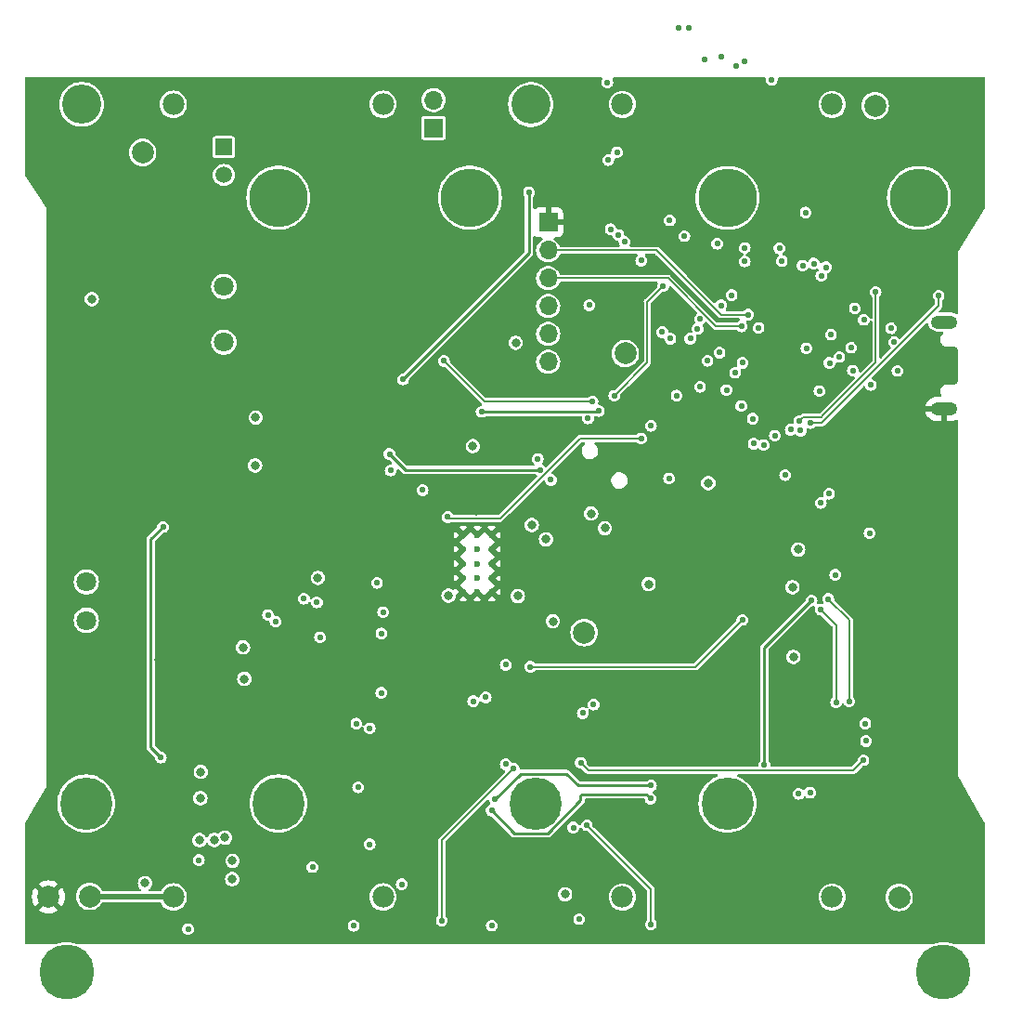
<source format=gbr>
%TF.GenerationSoftware,KiCad,Pcbnew,7.0.1*%
%TF.CreationDate,2023-12-10T19:02:08-07:00*%
%TF.ProjectId,Battery_Board_V3,42617474-6572-4795-9f42-6f6172645f56,rev?*%
%TF.SameCoordinates,Original*%
%TF.FileFunction,Copper,L3,Inr*%
%TF.FilePolarity,Positive*%
%FSLAX46Y46*%
G04 Gerber Fmt 4.6, Leading zero omitted, Abs format (unit mm)*
G04 Created by KiCad (PCBNEW 7.0.1) date 2023-12-10 19:02:08*
%MOMM*%
%LPD*%
G01*
G04 APERTURE LIST*
%TA.AperFunction,ComponentPad*%
%ADD10C,5.000000*%
%TD*%
%TA.AperFunction,ComponentPad*%
%ADD11C,2.000000*%
%TD*%
%TA.AperFunction,ComponentPad*%
%ADD12R,1.700000X1.700000*%
%TD*%
%TA.AperFunction,ComponentPad*%
%ADD13O,1.700000X1.700000*%
%TD*%
%TA.AperFunction,ComponentPad*%
%ADD14C,1.800000*%
%TD*%
%TA.AperFunction,ComponentPad*%
%ADD15C,0.600000*%
%TD*%
%TA.AperFunction,ComponentPad*%
%ADD16O,2.416000X1.208000*%
%TD*%
%TA.AperFunction,ComponentPad*%
%ADD17R,1.508000X1.508000*%
%TD*%
%TA.AperFunction,ComponentPad*%
%ADD18C,1.508000*%
%TD*%
%TA.AperFunction,ComponentPad*%
%ADD19C,4.770000*%
%TD*%
%TA.AperFunction,ComponentPad*%
%ADD20C,5.325000*%
%TD*%
%TA.AperFunction,ComponentPad*%
%ADD21C,3.570000*%
%TD*%
%TA.AperFunction,ComponentPad*%
%ADD22C,1.980000*%
%TD*%
%TA.AperFunction,ViaPad*%
%ADD23C,0.800000*%
%TD*%
%TA.AperFunction,ViaPad*%
%ADD24C,0.560000*%
%TD*%
%TA.AperFunction,Conductor*%
%ADD25C,0.500000*%
%TD*%
%TA.AperFunction,Conductor*%
%ADD26C,0.250000*%
%TD*%
%TA.AperFunction,Conductor*%
%ADD27C,0.127000*%
%TD*%
G04 APERTURE END LIST*
D10*
%TO.N,N/C*%
%TO.C,*%
X194500000Y-131530000D03*
%TD*%
D11*
%TO.N,VBUSP*%
%TO.C,TP6*%
X121450000Y-56840000D03*
%TD*%
%TO.N,+3V3*%
%TO.C,TP1*%
X161720000Y-100590000D03*
%TD*%
%TO.N,B-*%
%TO.C,TP2*%
X116620000Y-124620000D03*
%TD*%
D12*
%TO.N,GND*%
%TO.C,J25*%
X158440000Y-63220000D03*
D13*
%TO.N,FC_RX*%
X158440000Y-65760000D03*
%TO.N,FC_TX*%
X158440000Y-68300000D03*
%TO.N,SCL1*%
X158440000Y-70840000D03*
%TO.N,SDA1*%
X158440000Y-73380000D03*
%TO.N,+3V3*%
X158440000Y-75920000D03*
%TD*%
D14*
%TO.N,Net-(J18-Pin_1)*%
%TO.C,J18*%
X116315001Y-99472500D03*
%TO.N,Net-(J18-Pin_2)*%
X116315001Y-95972500D03*
%TD*%
D15*
%TO.N,GND*%
%TO.C,U3*%
X150677500Y-91700000D03*
X150677500Y-93000000D03*
X150677500Y-94300000D03*
X150677500Y-95600000D03*
X150677500Y-96900000D03*
X151977500Y-91700000D03*
X151977500Y-93000000D03*
X151977500Y-94300000D03*
X151977500Y-95600000D03*
X151977500Y-96900000D03*
X153277500Y-91700000D03*
X153277500Y-93000000D03*
X153277500Y-94300000D03*
X153277500Y-95600000D03*
X153277500Y-96900000D03*
%TD*%
D12*
%TO.N,VBUSP*%
%TO.C,J1*%
X147990000Y-54600000D03*
D13*
%TO.N,VBatt*%
X147990000Y-52060000D03*
%TD*%
D11*
%TO.N,/USBBOOT*%
%TO.C,TP8*%
X165470000Y-75160000D03*
%TD*%
%TO.N,PACK+*%
%TO.C,TP5*%
X188260000Y-52580000D03*
%TD*%
D16*
%TO.N,GND*%
%TO.C,J24*%
X194550000Y-80197500D03*
%TO.N,N/C*%
X194550000Y-72297500D03*
%TD*%
D17*
%TO.N,VBUSP*%
%TO.C,K1*%
X128862500Y-56350000D03*
D18*
%TO.N,Net-(Q4-C)*%
X128862500Y-58890000D03*
D14*
%TO.N,PACK+*%
X128862500Y-74130000D03*
%TO.N,Net-(K1-PadNO)*%
X128862500Y-69050000D03*
%TD*%
D10*
%TO.N,N/C*%
%TO.C,*%
X114500000Y-131530000D03*
%TD*%
D11*
%TO.N,GND*%
%TO.C,TP4*%
X112860000Y-124670000D03*
%TD*%
%TO.N,BM*%
%TO.C,TP3*%
X190450000Y-124720000D03*
%TD*%
D19*
%TO.N,unconnected-(U2-Pad1)*%
%TO.C,U2*%
X133828500Y-116160000D03*
%TO.N,unconnected-(U2-Pad2)*%
X116298500Y-116160000D03*
D20*
%TO.N,unconnected-(U2-Pad3)*%
X133828500Y-60960000D03*
%TO.N,unconnected-(U2-Pad4)*%
X151298500Y-60960000D03*
D21*
%TO.N,unconnected-(U2-Pad5)*%
X115878500Y-52450000D03*
D22*
%TO.N,B-*%
X124248500Y-124670000D03*
X143378500Y-124670000D03*
%TO.N,BM*%
X124248500Y-52450000D03*
X143378500Y-52450000D03*
%TD*%
D19*
%TO.N,unconnected-(U4-Pad1)*%
%TO.C,U4*%
X174790000Y-116180000D03*
%TO.N,unconnected-(U4-Pad2)*%
X157260000Y-116180000D03*
D20*
%TO.N,unconnected-(U4-Pad3)*%
X174790000Y-60980000D03*
%TO.N,unconnected-(U4-Pad4)*%
X192260000Y-60980000D03*
D21*
%TO.N,unconnected-(U4-Pad5)*%
X156840000Y-52470000D03*
D22*
%TO.N,BM*%
X165210000Y-124690000D03*
X184340000Y-124690000D03*
%TO.N,PACK+*%
X165210000Y-52470000D03*
X184340000Y-52470000D03*
%TD*%
D23*
%TO.N,+3V3*%
X159980000Y-124430000D03*
D24*
X180550000Y-82100000D03*
X136940000Y-121950000D03*
X176050000Y-79940000D03*
X167820000Y-81750000D03*
X181990000Y-74680000D03*
X183190000Y-78590000D03*
D23*
X137440000Y-95600000D03*
D24*
X170860000Y-64460000D03*
X178830000Y-50230000D03*
X153300000Y-127280000D03*
X125590000Y-127610000D03*
X163840000Y-50470000D03*
X140700000Y-127300000D03*
X174070000Y-75080000D03*
X170320000Y-45460000D03*
X177620000Y-72830000D03*
X146980000Y-87600000D03*
X145080000Y-123510000D03*
X187860000Y-78020000D03*
D23*
%TO.N,VBUSP*%
X151570000Y-83600000D03*
X158870000Y-99560000D03*
X116820000Y-70200000D03*
X158241250Y-92078750D03*
X156942500Y-90780000D03*
%TO.N,Net-(U1-V-)*%
X127980000Y-119480000D03*
X129630000Y-123060000D03*
%TO.N,/VDD*%
X129647359Y-121389500D03*
X128957916Y-119273398D03*
D24*
%TO.N,GND*%
X162900000Y-50700000D03*
X154670000Y-106650000D03*
D23*
X155540000Y-83090000D03*
X183500000Y-110080000D03*
X119550000Y-82870000D03*
D24*
X179470000Y-78000000D03*
X177660000Y-79810000D03*
D23*
X138610000Y-96480000D03*
D24*
X166630000Y-58030000D03*
D23*
X130560000Y-126740000D03*
D24*
X137030000Y-81440000D03*
D23*
X148590000Y-115440000D03*
D24*
X190410000Y-65350000D03*
X134110000Y-76710000D03*
X190360000Y-90030000D03*
D23*
X130150000Y-113950000D03*
X148430000Y-97630000D03*
D24*
X191110000Y-70380000D03*
X190320000Y-85510000D03*
D23*
X123320000Y-73310000D03*
D24*
X168040000Y-74580000D03*
D23*
X145410000Y-87760000D03*
X122810000Y-122570000D03*
D24*
X171290000Y-45460000D03*
X177690000Y-78030000D03*
D23*
X149600000Y-100680000D03*
X131340000Y-103117999D03*
X118900000Y-73080000D03*
D24*
X177110000Y-54620000D03*
X134460000Y-86570000D03*
X159750000Y-109420000D03*
D23*
X123840000Y-94557501D03*
D24*
X176520000Y-68100000D03*
X163680000Y-85370000D03*
X173260000Y-54830000D03*
X169450000Y-54670000D03*
X166580000Y-63120000D03*
D23*
X159910000Y-90830000D03*
D24*
X190630000Y-78230000D03*
D23*
X155120000Y-99950000D03*
D24*
X181060000Y-50310000D03*
D23*
X146990000Y-81690000D03*
D24*
X159830000Y-126850000D03*
X173940000Y-127530000D03*
D23*
X151880000Y-89530000D03*
D24*
X176210000Y-88000000D03*
D23*
X175110000Y-109910000D03*
D24*
X187820000Y-113470000D03*
X164830000Y-77770000D03*
D23*
X122910000Y-103082499D03*
D24*
X159190000Y-58750000D03*
X172200000Y-74250000D03*
X139940000Y-77890000D03*
D23*
X172761714Y-84361714D03*
D24*
X177660000Y-76150000D03*
D23*
X183160000Y-116130000D03*
D24*
X150670000Y-66940000D03*
X187590000Y-80180000D03*
X175850000Y-77980000D03*
X152490000Y-109600000D03*
X145180000Y-126820000D03*
X170080000Y-120000000D03*
X182830000Y-70630000D03*
%TO.N,/V_RF*%
X187750000Y-91530000D03*
X143970000Y-84320000D03*
X157700000Y-85770000D03*
X169460000Y-86550000D03*
D23*
%TO.N,VBatt*%
X167600000Y-96170000D03*
D24*
%TO.N,F0_ENB*%
X154560000Y-112580000D03*
X142160000Y-119870000D03*
%TO.N,F1_ENB*%
X148740000Y-126820000D03*
X155290000Y-112970000D03*
%TO.N,F2_ENB*%
X160730000Y-118350000D03*
X161270000Y-126690000D03*
%TO.N,F3_ENB*%
X161960000Y-118140000D03*
X167800000Y-127180000D03*
%TO.N,F4_ENB*%
X161410000Y-112440000D03*
X187190000Y-112210000D03*
%TO.N,CANL*%
X175570000Y-48970000D03*
X176360000Y-48510000D03*
%TO.N,CANH*%
X174220000Y-48090000D03*
X172708196Y-48373000D03*
%TO.N,FC_RESET*%
X156820000Y-103710000D03*
X184630000Y-95320000D03*
X176150000Y-99430000D03*
%TO.N,BURN_RELAY_A*%
X148930000Y-75840000D03*
X170160000Y-79000000D03*
X162490000Y-79530000D03*
D23*
%TO.N,Net-(K1-PadNO)*%
X131760000Y-80990000D03*
X131712500Y-85350000D03*
D24*
%TO.N,ENAB_HEATER*%
X142820000Y-96060000D03*
X154560000Y-103520000D03*
%TO.N,SCL0*%
X137350000Y-97830000D03*
X185900000Y-106850000D03*
X183990000Y-97520000D03*
X162580000Y-107140000D03*
X172070000Y-72920000D03*
X184060000Y-87920000D03*
X133580000Y-99580000D03*
X181290000Y-115280000D03*
X152740000Y-106480000D03*
X142153959Y-109316041D03*
%TO.N,SDA0*%
X136168596Y-97494540D03*
X172296040Y-71993960D03*
X137640000Y-101020000D03*
X161590000Y-107920000D03*
X183290000Y-98500000D03*
X151611040Y-106841040D03*
X132900000Y-98990000D03*
X183310000Y-88780000D03*
X184700000Y-106920000D03*
X140950000Y-108880000D03*
X182330000Y-115170000D03*
%TO.N,FC_RX*%
X176680000Y-71620000D03*
%TO.N,FC_TX*%
X176073000Y-72680000D03*
D23*
%TO.N,/3V3_EN*%
X155670000Y-97260000D03*
X149350000Y-97220000D03*
D24*
%TO.N,SDA1*%
X175170000Y-69840000D03*
%TO.N,SCL1*%
X174220000Y-70770000D03*
X162190000Y-70760000D03*
D23*
%TO.N,BM*%
X126627675Y-119502325D03*
D24*
%TO.N,PACK+*%
X126579499Y-121318079D03*
X123120000Y-111970000D03*
D23*
X155480000Y-74180000D03*
D24*
X123310000Y-90960000D03*
D23*
X121660000Y-123420000D03*
X180720000Y-96450000D03*
X181240000Y-93020000D03*
X180800000Y-102800000D03*
D24*
%TO.N,ENABLE_BURN*%
X176170000Y-76000000D03*
%TO.N,SPI0_MISO*%
X165410000Y-64980000D03*
X172968641Y-75821358D03*
%TO.N,SPI0_CS0*%
X171394995Y-73802805D03*
X166930000Y-66690000D03*
%TO.N,VBUS_RESET*%
X149290000Y-90060000D03*
X143390000Y-98730000D03*
X174700000Y-78480000D03*
X166910000Y-82900000D03*
%TO.N,SPI0_SCK*%
X169577360Y-73802640D03*
X164150000Y-63850000D03*
%TO.N,SPI0_MOSI*%
X164840000Y-64360000D03*
X168843959Y-73216041D03*
%TO.N,F4_SCL*%
X153280000Y-116800000D03*
X187430000Y-110460000D03*
X167780000Y-115720000D03*
%TO.N,F4_SDA*%
X153590000Y-115800000D03*
X187360000Y-108870000D03*
X167820000Y-114520000D03*
%TO.N,I2C_RESET*%
X175490000Y-76910000D03*
X141100637Y-114680000D03*
X143220000Y-106070000D03*
X143240000Y-100680000D03*
X144070000Y-85820000D03*
X157490000Y-84770000D03*
X162067641Y-81064500D03*
D23*
%TO.N,SWDIO*%
X163610500Y-91073000D03*
X162353000Y-89747000D03*
%TO.N,/~{RESET}*%
X173046169Y-86963839D03*
D24*
X158690000Y-86670000D03*
X177106041Y-81103959D03*
%TO.N,ENAB_RF*%
X163060000Y-80390000D03*
X172284496Y-78195504D03*
X152370000Y-80460000D03*
%TO.N,CHRG'*%
X182460000Y-97660000D03*
X178160000Y-112610000D03*
X181460000Y-82190000D03*
%TO.N,SPI1_CS0*%
X180050000Y-86240000D03*
X177190000Y-83370000D03*
%TO.N,SPI1_MOSI*%
X178083959Y-83496041D03*
X179120000Y-82640000D03*
%TO.N,NEOPIX*%
X181332211Y-81330492D03*
X188310000Y-69560000D03*
%TO.N,NEO_PWR*%
X182330000Y-81490000D03*
X194050000Y-69890000D03*
%TO.N,USB_D-*%
X184100000Y-76020000D03*
X186078104Y-74618440D03*
%TO.N,USB_D+*%
X186240000Y-76720000D03*
X184990000Y-75470000D03*
%TO.N,/QSPI_SCK*%
X183777858Y-67297858D03*
X182667364Y-66957367D03*
%TO.N,/QSPI_DATA[0]*%
X181640000Y-67160000D03*
X183350000Y-68090000D03*
%TO.N,/QSPI_DATA[2]*%
X179740000Y-66740000D03*
X176360000Y-66770000D03*
%TO.N,/QSPI_DATA[1]*%
X176360000Y-65530000D03*
X179530000Y-65570000D03*
%TO.N,+5V*%
X163920000Y-57530000D03*
X145200000Y-77520000D03*
X156700000Y-60470000D03*
%TO.N,VBUS*%
X189720000Y-72840000D03*
X184230000Y-73430000D03*
D23*
%TO.N,Net-(Q1-G)*%
X126760000Y-113280000D03*
X126720000Y-115670000D03*
D24*
%TO.N,Net-(D8-PadA)*%
X173850000Y-65150000D03*
X164470000Y-79010000D03*
X181930000Y-62320000D03*
X168930000Y-69000000D03*
%TO.N,TXCAN*%
X164720000Y-56830000D03*
X169530000Y-63020000D03*
%TO.N,D-*%
X189980000Y-74110000D03*
X186410000Y-71050000D03*
%TO.N,D+*%
X190300000Y-76740000D03*
X187227254Y-72082746D03*
D23*
%TO.N,Net-(U9-+Vs)*%
X130720000Y-104810000D03*
X130610000Y-101940000D03*
%TD*%
D25*
%TO.N,B-*%
X116670000Y-124670000D02*
X116620000Y-124620000D01*
X124248500Y-124670000D02*
X116670000Y-124670000D01*
D26*
%TO.N,/V_RF*%
X157700000Y-85770000D02*
X145420000Y-85770000D01*
X145420000Y-85770000D02*
X143970000Y-84320000D01*
D27*
%TO.N,F1_ENB*%
X148740000Y-126820000D02*
X148740000Y-119520000D01*
X148740000Y-119520000D02*
X155290000Y-112970000D01*
%TO.N,F3_ENB*%
X161960000Y-118140000D02*
X167800000Y-123980000D01*
X167800000Y-123980000D02*
X167800000Y-127180000D01*
%TO.N,F4_ENB*%
X161410000Y-112440000D02*
X162123500Y-113153500D01*
X186246500Y-113153500D02*
X187190000Y-112210000D01*
X162123500Y-113153500D02*
X186246500Y-113153500D01*
%TO.N,FC_RESET*%
X171870000Y-103710000D02*
X176150000Y-99430000D01*
X156820000Y-103710000D02*
X171870000Y-103710000D01*
%TO.N,BURN_RELAY_A*%
X152620000Y-79530000D02*
X148930000Y-75840000D01*
X162490000Y-79530000D02*
X152620000Y-79530000D01*
%TO.N,SCL0*%
X185900000Y-99430000D02*
X183990000Y-97520000D01*
X185900000Y-106850000D02*
X185900000Y-99430000D01*
%TO.N,SDA0*%
X184700000Y-99910000D02*
X183290000Y-98500000D01*
X184700000Y-106920000D02*
X184700000Y-99910000D01*
%TO.N,FC_RX*%
X176680000Y-71620000D02*
X174190000Y-71620000D01*
X168330000Y-65760000D02*
X158440000Y-65760000D01*
X174190000Y-71620000D02*
X168330000Y-65760000D01*
%TO.N,FC_TX*%
X173750000Y-72680000D02*
X169370000Y-68300000D01*
X176073000Y-72680000D02*
X173750000Y-72680000D01*
X169370000Y-68300000D02*
X158440000Y-68300000D01*
D26*
%TO.N,PACK+*%
X123120000Y-111970000D02*
X122185000Y-111035000D01*
X122185000Y-111035000D02*
X122185000Y-92085000D01*
X122185000Y-92085000D02*
X123310000Y-90960000D01*
D27*
%TO.N,VBUS_RESET*%
X154045126Y-90193500D02*
X149423500Y-90193500D01*
X166910000Y-82900000D02*
X161338626Y-82900000D01*
X161338626Y-82900000D02*
X154045126Y-90193500D01*
X149423500Y-90193500D02*
X149290000Y-90060000D01*
D26*
%TO.N,F4_SCL*%
X161400000Y-115880000D02*
X158390000Y-118890000D01*
X155370000Y-118890000D02*
X153280000Y-116800000D01*
X167370000Y-115310000D02*
X161550000Y-115310000D01*
X161400000Y-115460000D02*
X161400000Y-115880000D01*
X158390000Y-118890000D02*
X155370000Y-118890000D01*
X167780000Y-115720000D02*
X167370000Y-115310000D01*
X161550000Y-115310000D02*
X161400000Y-115460000D01*
%TO.N,F4_SDA*%
X155920000Y-113470000D02*
X153590000Y-115800000D01*
X161160000Y-114520000D02*
X160110000Y-113470000D01*
X167820000Y-114520000D02*
X161160000Y-114520000D01*
X160110000Y-113470000D02*
X155920000Y-113470000D01*
%TO.N,ENAB_RF*%
X152370000Y-80460000D02*
X162990000Y-80460000D01*
X162990000Y-80460000D02*
X163060000Y-80390000D01*
%TO.N,CHRG'*%
X178160000Y-101960000D02*
X182460000Y-97660000D01*
X178160000Y-112610000D02*
X178160000Y-101960000D01*
D27*
%TO.N,NEOPIX*%
X181332211Y-81330492D02*
X181716203Y-80946500D01*
X188310000Y-75980000D02*
X188310000Y-69560000D01*
X181716203Y-80946500D02*
X183343500Y-80946500D01*
X183343500Y-80946500D02*
X183460000Y-80830000D01*
X183460000Y-80830000D02*
X188310000Y-75980000D01*
%TO.N,NEO_PWR*%
X183368626Y-81490000D02*
X194050000Y-70808626D01*
X182330000Y-81490000D02*
X183368626Y-81490000D01*
X194050000Y-70808626D02*
X194050000Y-69890000D01*
D26*
%TO.N,+5V*%
X156700000Y-66020000D02*
X156700000Y-60470000D01*
X145200000Y-77520000D02*
X156700000Y-66020000D01*
D27*
%TO.N,Net-(D8-PadA)*%
X167480000Y-70450000D02*
X168930000Y-69000000D01*
X164470000Y-79010000D02*
X167480000Y-76000000D01*
X167480000Y-76000000D02*
X167480000Y-70450000D01*
%TD*%
%TA.AperFunction,Conductor*%
%TO.N,GND*%
G36*
X163337956Y-50019001D02*
G01*
X163384426Y-50070273D01*
X163396812Y-50138352D01*
X163378489Y-50184715D01*
X163379463Y-50185119D01*
X163319257Y-50330469D01*
X163300888Y-50469999D01*
X163319257Y-50609530D01*
X163338060Y-50654926D01*
X163373115Y-50739556D01*
X163458790Y-50851210D01*
X163570444Y-50936885D01*
X163700468Y-50990742D01*
X163840000Y-51009112D01*
X163979532Y-50990742D01*
X164109556Y-50936885D01*
X164221210Y-50851210D01*
X164306885Y-50739556D01*
X164360742Y-50609532D01*
X164379112Y-50470000D01*
X164360742Y-50330468D01*
X164306885Y-50200444D01*
X164306884Y-50200443D01*
X164300537Y-50185119D01*
X164301510Y-50184715D01*
X164283188Y-50138352D01*
X164295574Y-50070273D01*
X164342044Y-50019001D01*
X164408581Y-50000000D01*
X178177493Y-50000000D01*
X178245193Y-50019733D01*
X178291688Y-50072750D01*
X178302415Y-50142446D01*
X178290888Y-50230000D01*
X178309257Y-50369530D01*
X178350872Y-50470000D01*
X178363115Y-50499556D01*
X178448790Y-50611210D01*
X178560444Y-50696885D01*
X178690468Y-50750742D01*
X178830000Y-50769112D01*
X178969532Y-50750742D01*
X179099556Y-50696885D01*
X179211210Y-50611210D01*
X179296885Y-50499556D01*
X179350742Y-50369532D01*
X179369112Y-50230000D01*
X179357585Y-50142445D01*
X179368312Y-50072750D01*
X179414807Y-50019733D01*
X179482507Y-50000000D01*
X198173500Y-50000000D01*
X198236500Y-50016881D01*
X198282619Y-50063000D01*
X198299500Y-50126000D01*
X198299500Y-61851776D01*
X198280759Y-61917893D01*
X195839681Y-65877982D01*
X195830934Y-65890423D01*
X195814709Y-65910768D01*
X195808292Y-65938885D01*
X195804734Y-65951438D01*
X195795446Y-65978731D01*
X195798582Y-66004563D01*
X195799500Y-66019748D01*
X195799500Y-71455749D01*
X195780575Y-71522165D01*
X195729483Y-71568629D01*
X195661575Y-71581183D01*
X195612285Y-71561930D01*
X195611650Y-71563305D01*
X195522727Y-71522165D01*
X195429737Y-71479143D01*
X195429735Y-71479142D01*
X195429734Y-71479142D01*
X195247367Y-71439000D01*
X194173535Y-71439000D01*
X194116332Y-71425267D01*
X194071599Y-71387061D01*
X194049086Y-71332711D01*
X194053702Y-71274064D01*
X194084437Y-71223907D01*
X194261164Y-71047180D01*
X194269232Y-71039786D01*
X194297360Y-71016186D01*
X194315710Y-70984401D01*
X194321599Y-70975158D01*
X194342652Y-70945092D01*
X194342652Y-70945090D01*
X194343476Y-70943914D01*
X194353181Y-70920483D01*
X194353430Y-70919068D01*
X194353432Y-70919066D01*
X194359805Y-70882915D01*
X194362181Y-70872204D01*
X194371677Y-70836769D01*
X194368478Y-70800215D01*
X194368000Y-70789235D01*
X194368000Y-70381849D01*
X194380994Y-70326121D01*
X194417294Y-70281888D01*
X194431210Y-70271210D01*
X194516885Y-70159556D01*
X194570742Y-70029532D01*
X194589112Y-69890000D01*
X194570742Y-69750468D01*
X194516885Y-69620444D01*
X194431210Y-69508790D01*
X194319556Y-69423115D01*
X194313165Y-69420468D01*
X194189530Y-69369257D01*
X194050000Y-69350888D01*
X193910469Y-69369257D01*
X193780445Y-69423114D01*
X193668790Y-69508790D01*
X193583114Y-69620445D01*
X193529257Y-69750469D01*
X193510888Y-69890000D01*
X193529257Y-70029530D01*
X193562404Y-70109556D01*
X193583115Y-70159556D01*
X193668790Y-70271210D01*
X193682705Y-70281888D01*
X193719006Y-70326121D01*
X193732000Y-70381849D01*
X193732000Y-70624716D01*
X193722409Y-70672934D01*
X193695095Y-70713811D01*
X190601263Y-73807641D01*
X190539439Y-73841559D01*
X190469073Y-73836947D01*
X190412206Y-73795250D01*
X190373819Y-73745222D01*
X190361211Y-73728791D01*
X190338234Y-73711160D01*
X190249556Y-73643115D01*
X190237321Y-73638047D01*
X190119531Y-73589257D01*
X189969824Y-73569548D01*
X189909567Y-73544588D01*
X189869862Y-73492843D01*
X189861349Y-73428179D01*
X189886309Y-73367921D01*
X189938052Y-73328218D01*
X189989556Y-73306885D01*
X190101210Y-73221210D01*
X190186885Y-73109556D01*
X190240742Y-72979532D01*
X190259112Y-72840000D01*
X190240742Y-72700468D01*
X190186885Y-72570444D01*
X190101210Y-72458790D01*
X189989556Y-72373115D01*
X189965411Y-72363114D01*
X189859530Y-72319257D01*
X189720000Y-72300888D01*
X189580469Y-72319257D01*
X189450445Y-72373114D01*
X189338790Y-72458790D01*
X189253114Y-72570445D01*
X189199257Y-72700469D01*
X189180888Y-72840000D01*
X189199257Y-72979530D01*
X189241389Y-73081248D01*
X189253115Y-73109556D01*
X189338790Y-73221210D01*
X189450444Y-73306885D01*
X189580468Y-73360742D01*
X189720000Y-73379112D01*
X189720001Y-73379111D01*
X189730174Y-73380451D01*
X189790432Y-73405410D01*
X189830137Y-73457155D01*
X189838650Y-73521819D01*
X189813691Y-73582077D01*
X189761947Y-73621782D01*
X189710444Y-73643115D01*
X189598790Y-73728790D01*
X189513114Y-73840445D01*
X189459257Y-73970469D01*
X189440888Y-74110000D01*
X189459257Y-74249530D01*
X189501097Y-74350543D01*
X189513115Y-74379556D01*
X189598790Y-74491210D01*
X189665250Y-74542206D01*
X189706947Y-74599073D01*
X189711559Y-74669439D01*
X189677641Y-74731263D01*
X188843092Y-75565812D01*
X188792936Y-75596549D01*
X188734289Y-75601165D01*
X188679939Y-75578652D01*
X188641733Y-75533919D01*
X188628000Y-75476716D01*
X188628000Y-70051849D01*
X188640994Y-69996121D01*
X188677294Y-69951888D01*
X188691210Y-69941210D01*
X188776885Y-69829556D01*
X188830742Y-69699532D01*
X188849112Y-69560000D01*
X188830742Y-69420468D01*
X188776885Y-69290444D01*
X188691210Y-69178790D01*
X188579556Y-69093115D01*
X188534216Y-69074335D01*
X188449530Y-69039257D01*
X188310000Y-69020888D01*
X188170469Y-69039257D01*
X188040445Y-69093114D01*
X187928790Y-69178790D01*
X187843114Y-69290445D01*
X187789257Y-69420469D01*
X187770888Y-69560000D01*
X187789257Y-69699530D01*
X187810356Y-69750469D01*
X187843115Y-69829556D01*
X187928790Y-69941210D01*
X187942705Y-69951888D01*
X187979006Y-69996121D01*
X187992000Y-70051849D01*
X187992000Y-71898847D01*
X187973433Y-71964682D01*
X187923203Y-72011114D01*
X187856114Y-72024459D01*
X187791939Y-72000783D01*
X187749591Y-71947065D01*
X187743426Y-71932182D01*
X187694139Y-71813190D01*
X187608464Y-71701536D01*
X187496810Y-71615861D01*
X187489299Y-71612750D01*
X187366784Y-71562003D01*
X187227254Y-71543634D01*
X187087723Y-71562003D01*
X186987073Y-71603693D01*
X186957701Y-71615860D01*
X186942373Y-71622209D01*
X186941381Y-71619816D01*
X186912708Y-71632428D01*
X186869398Y-71629583D01*
X186870494Y-71646282D01*
X186846371Y-71701110D01*
X186760368Y-71813191D01*
X186706511Y-71943215D01*
X186688142Y-72082745D01*
X186706511Y-72222276D01*
X186749099Y-72325095D01*
X186760369Y-72352302D01*
X186846044Y-72463956D01*
X186957698Y-72549631D01*
X187087722Y-72603488D01*
X187227254Y-72621858D01*
X187366786Y-72603488D01*
X187496810Y-72549631D01*
X187608464Y-72463956D01*
X187694139Y-72352302D01*
X187747996Y-72222278D01*
X187747996Y-72222277D01*
X187749591Y-72218427D01*
X187791939Y-72164709D01*
X187856114Y-72141033D01*
X187923203Y-72154378D01*
X187973433Y-72200810D01*
X187992000Y-72266645D01*
X187992000Y-75796090D01*
X187982409Y-75844308D01*
X187955097Y-75885182D01*
X187471568Y-76368712D01*
X186989852Y-76850428D01*
X186936543Y-76882143D01*
X186874559Y-76884578D01*
X186818926Y-76857143D01*
X186783125Y-76806485D01*
X186775835Y-76744887D01*
X186779112Y-76720000D01*
X186760742Y-76580468D01*
X186706885Y-76450444D01*
X186621210Y-76338790D01*
X186509556Y-76253115D01*
X186503433Y-76250579D01*
X186379530Y-76199257D01*
X186240000Y-76180888D01*
X186100469Y-76199257D01*
X185970445Y-76253114D01*
X185858790Y-76338790D01*
X185773114Y-76450445D01*
X185719257Y-76580469D01*
X185700888Y-76720000D01*
X185719257Y-76859530D01*
X185769524Y-76980888D01*
X185773115Y-76989556D01*
X185858790Y-77101210D01*
X185970444Y-77186885D01*
X186100468Y-77240742D01*
X186240000Y-77259112D01*
X186264887Y-77255835D01*
X186326485Y-77263125D01*
X186377143Y-77298926D01*
X186404578Y-77354559D01*
X186402143Y-77416543D01*
X186370427Y-77469852D01*
X183254814Y-80585466D01*
X183248685Y-80591595D01*
X183207808Y-80618909D01*
X183159590Y-80628500D01*
X181735597Y-80628500D01*
X181724617Y-80628021D01*
X181688059Y-80624822D01*
X181652622Y-80634318D01*
X181641894Y-80636696D01*
X181604353Y-80643316D01*
X181580909Y-80653026D01*
X181549688Y-80674887D01*
X181540424Y-80680789D01*
X181508644Y-80699138D01*
X181485054Y-80727251D01*
X181477629Y-80735352D01*
X181455139Y-80757842D01*
X181406546Y-80788060D01*
X181349599Y-80793669D01*
X181332211Y-80791380D01*
X181192680Y-80809749D01*
X181062656Y-80863606D01*
X180951001Y-80949282D01*
X180865325Y-81060937D01*
X180811468Y-81190961D01*
X180793099Y-81330492D01*
X180806820Y-81434720D01*
X180801211Y-81491667D01*
X180770993Y-81540261D01*
X180722400Y-81570478D01*
X180665452Y-81576087D01*
X180550000Y-81560888D01*
X180410469Y-81579257D01*
X180280445Y-81633114D01*
X180168790Y-81718790D01*
X180083114Y-81830445D01*
X180029257Y-81960469D01*
X180010888Y-82099999D01*
X180029257Y-82239530D01*
X180079524Y-82360888D01*
X180083115Y-82369556D01*
X180168790Y-82481210D01*
X180280444Y-82566885D01*
X180410468Y-82620742D01*
X180550000Y-82639112D01*
X180689532Y-82620742D01*
X180819556Y-82566885D01*
X180880670Y-82519990D01*
X180940926Y-82495031D01*
X181005591Y-82503544D01*
X181057333Y-82543246D01*
X181078790Y-82571210D01*
X181190444Y-82656885D01*
X181320468Y-82710742D01*
X181460000Y-82729112D01*
X181599532Y-82710742D01*
X181729556Y-82656885D01*
X181841210Y-82571210D01*
X181926885Y-82459556D01*
X181980742Y-82329532D01*
X181999112Y-82190000D01*
X181991599Y-82132936D01*
X182000112Y-82068275D01*
X182039817Y-82016530D01*
X182100075Y-81991571D01*
X182164739Y-82000084D01*
X182174491Y-82004124D01*
X182190467Y-82010742D01*
X182206699Y-82012879D01*
X182330000Y-82029112D01*
X182469532Y-82010742D01*
X182599556Y-81956885D01*
X182711210Y-81871210D01*
X182721888Y-81857294D01*
X182766121Y-81820994D01*
X182821849Y-81808000D01*
X183349235Y-81808000D01*
X183360215Y-81808478D01*
X183396769Y-81811677D01*
X183432210Y-81802179D01*
X183442915Y-81799805D01*
X183479066Y-81793432D01*
X183479068Y-81793430D01*
X183480483Y-81793181D01*
X183503914Y-81783476D01*
X183505090Y-81782652D01*
X183505092Y-81782652D01*
X183535158Y-81761599D01*
X183544401Y-81755710D01*
X183576186Y-81737360D01*
X183599786Y-81709233D01*
X183607191Y-81701153D01*
X184856844Y-80451500D01*
X192863364Y-80451500D01*
X192890377Y-80562848D01*
X192978601Y-80756031D01*
X193101785Y-80929018D01*
X193255479Y-81075565D01*
X193434137Y-81190383D01*
X193631284Y-81269308D01*
X193839817Y-81309500D01*
X194296000Y-81309500D01*
X194296000Y-80451500D01*
X192863364Y-80451500D01*
X184856844Y-80451500D01*
X187150139Y-78158205D01*
X187202656Y-78126727D01*
X187263814Y-78123723D01*
X187319166Y-78149903D01*
X187355640Y-78199083D01*
X187393115Y-78289556D01*
X187478790Y-78401210D01*
X187590444Y-78486885D01*
X187720468Y-78540742D01*
X187860000Y-78559112D01*
X187999532Y-78540742D01*
X188129556Y-78486885D01*
X188241210Y-78401210D01*
X188326885Y-78289556D01*
X188380742Y-78159532D01*
X188399112Y-78020000D01*
X188380742Y-77880468D01*
X188326885Y-77750444D01*
X188241210Y-77638790D01*
X188129556Y-77553115D01*
X188124423Y-77550989D01*
X188049608Y-77520000D01*
X188039083Y-77515640D01*
X187989903Y-77479166D01*
X187963723Y-77423814D01*
X187966727Y-77362656D01*
X187998205Y-77310139D01*
X188568345Y-76739999D01*
X189760888Y-76739999D01*
X189779257Y-76879530D01*
X189793097Y-76912944D01*
X189833115Y-77009556D01*
X189918790Y-77121210D01*
X190030444Y-77206885D01*
X190160468Y-77260742D01*
X190300000Y-77279112D01*
X190439532Y-77260742D01*
X190569556Y-77206885D01*
X190681210Y-77121210D01*
X190766885Y-77009556D01*
X190820742Y-76879532D01*
X190839112Y-76740000D01*
X190820742Y-76600468D01*
X190766885Y-76470444D01*
X190681210Y-76358790D01*
X190569556Y-76273115D01*
X190559131Y-76268797D01*
X190439530Y-76219257D01*
X190300000Y-76200888D01*
X190160469Y-76219257D01*
X190030445Y-76273114D01*
X189918790Y-76358790D01*
X189833114Y-76470445D01*
X189779257Y-76600469D01*
X189760888Y-76739999D01*
X188568345Y-76739999D01*
X192892704Y-72415640D01*
X192948911Y-72383104D01*
X193013858Y-72382884D01*
X193070287Y-72415040D01*
X193103204Y-72471028D01*
X193143770Y-72617135D01*
X193231239Y-72782121D01*
X193346965Y-72918363D01*
X193352129Y-72924442D01*
X193500787Y-73037449D01*
X193670263Y-73115857D01*
X193852633Y-73156000D01*
X194345056Y-73156000D01*
X194404763Y-73171045D01*
X194450212Y-73212587D01*
X194470549Y-73270706D01*
X194460916Y-73331521D01*
X194423618Y-73380507D01*
X194387116Y-73409617D01*
X194387117Y-73409617D01*
X194295720Y-73524224D01*
X194232118Y-73656294D01*
X194209555Y-73755152D01*
X194199500Y-73799206D01*
X194199500Y-73945794D01*
X194203640Y-73963933D01*
X194232118Y-74088705D01*
X194266095Y-74159258D01*
X194295721Y-74220777D01*
X194387117Y-74335383D01*
X194501723Y-74426779D01*
X194633794Y-74490381D01*
X194776706Y-74523000D01*
X194827410Y-74523000D01*
X194850000Y-74523000D01*
X194889882Y-74523000D01*
X195465748Y-74523000D01*
X195495294Y-74526513D01*
X195551136Y-74539983D01*
X195581845Y-74551812D01*
X195637045Y-74581872D01*
X195663644Y-74601251D01*
X195709175Y-74644579D01*
X195729851Y-74670190D01*
X195762606Y-74723831D01*
X195775943Y-74753918D01*
X195793690Y-74814211D01*
X195798780Y-74846732D01*
X195800195Y-74905029D01*
X195799370Y-74913423D01*
X195799432Y-74930210D01*
X195798717Y-74944087D01*
X195796002Y-74969448D01*
X195799678Y-74994641D01*
X195804442Y-76247184D01*
X195804443Y-76247663D01*
X195804443Y-77499965D01*
X195800897Y-77524593D01*
X195803726Y-77550989D01*
X195804443Y-77564413D01*
X195804443Y-77583495D01*
X195805065Y-77589696D01*
X195803658Y-77647746D01*
X195798569Y-77680265D01*
X195780827Y-77740552D01*
X195767494Y-77770638D01*
X195734745Y-77824277D01*
X195714070Y-77849890D01*
X195668551Y-77893212D01*
X195641952Y-77912593D01*
X195586765Y-77942651D01*
X195556056Y-77954483D01*
X195498037Y-77968484D01*
X195468479Y-77972000D01*
X194889882Y-77972000D01*
X194850000Y-77972000D01*
X194776706Y-77972000D01*
X194750149Y-77978061D01*
X194633794Y-78004618D01*
X194501724Y-78068220D01*
X194387117Y-78159617D01*
X194295720Y-78274224D01*
X194232118Y-78406294D01*
X194205561Y-78522649D01*
X194200891Y-78543114D01*
X194199500Y-78549207D01*
X194199500Y-78695793D01*
X194232118Y-78838705D01*
X194250116Y-78876078D01*
X194255409Y-78887069D01*
X194263963Y-78904830D01*
X194276243Y-78966564D01*
X194257128Y-79026536D01*
X194211390Y-79069778D01*
X194150441Y-79085500D01*
X193893026Y-79085500D01*
X193734596Y-79100628D01*
X193530829Y-79160459D01*
X193342072Y-79257770D01*
X193175144Y-79389044D01*
X193036070Y-79549543D01*
X192929887Y-79733457D01*
X192860430Y-79934142D01*
X192859084Y-79943500D01*
X194678000Y-79943500D01*
X194741000Y-79960381D01*
X194787119Y-80006500D01*
X194804000Y-80069500D01*
X194804000Y-81309500D01*
X195206974Y-81309500D01*
X195365403Y-81294371D01*
X195569167Y-81234541D01*
X195615763Y-81210519D01*
X195677997Y-81196592D01*
X195739079Y-81214923D01*
X195783361Y-81260815D01*
X195799500Y-81322512D01*
X195799500Y-113472821D01*
X195797766Y-113493654D01*
X195794692Y-113511984D01*
X195804799Y-113546775D01*
X195806641Y-113553883D01*
X195814709Y-113589229D01*
X195814710Y-113589231D01*
X195817329Y-113592515D01*
X195826298Y-113603762D01*
X195837930Y-113621130D01*
X197780464Y-117117690D01*
X198266174Y-117991969D01*
X198283644Y-118023414D01*
X198299500Y-118084605D01*
X198299500Y-128874000D01*
X198282619Y-128937000D01*
X198236500Y-128983119D01*
X198173500Y-129000000D01*
X195617154Y-129000000D01*
X195565442Y-128988899D01*
X195478548Y-128949791D01*
X195160398Y-128850651D01*
X194832624Y-128790584D01*
X194500000Y-128770465D01*
X194167375Y-128790584D01*
X193839601Y-128850651D01*
X193521451Y-128949791D01*
X193434558Y-128988899D01*
X193382846Y-129000000D01*
X115617154Y-129000000D01*
X115565442Y-128988899D01*
X115478548Y-128949791D01*
X115160398Y-128850651D01*
X114832624Y-128790584D01*
X114500000Y-128770465D01*
X114167375Y-128790584D01*
X113839601Y-128850651D01*
X113521451Y-128949791D01*
X113434558Y-128988899D01*
X113382846Y-129000000D01*
X110826500Y-129000000D01*
X110763500Y-128983119D01*
X110717381Y-128937000D01*
X110700500Y-128874000D01*
X110700500Y-127610000D01*
X125050888Y-127610000D01*
X125069257Y-127749530D01*
X125098078Y-127819112D01*
X125123115Y-127879556D01*
X125208790Y-127991210D01*
X125320444Y-128076885D01*
X125450468Y-128130742D01*
X125590000Y-128149112D01*
X125729532Y-128130742D01*
X125859556Y-128076885D01*
X125971210Y-127991210D01*
X126056885Y-127879556D01*
X126110742Y-127749532D01*
X126129112Y-127610000D01*
X126110742Y-127470468D01*
X126056885Y-127340444D01*
X126025851Y-127300000D01*
X140160888Y-127300000D01*
X140179257Y-127439530D01*
X140229657Y-127561209D01*
X140233115Y-127569556D01*
X140318790Y-127681210D01*
X140430444Y-127766885D01*
X140560468Y-127820742D01*
X140700000Y-127839112D01*
X140839532Y-127820742D01*
X140969556Y-127766885D01*
X141081210Y-127681210D01*
X141166885Y-127569556D01*
X141220742Y-127439532D01*
X141239112Y-127300000D01*
X141220742Y-127160468D01*
X141166885Y-127030444D01*
X141081210Y-126918790D01*
X140969556Y-126833115D01*
X140937893Y-126820000D01*
X140937891Y-126819999D01*
X148200888Y-126819999D01*
X148219257Y-126959530D01*
X148272991Y-127089258D01*
X148273115Y-127089556D01*
X148358790Y-127201210D01*
X148470444Y-127286885D01*
X148600468Y-127340742D01*
X148740000Y-127359112D01*
X148879532Y-127340742D01*
X149009556Y-127286885D01*
X149018529Y-127280000D01*
X152760888Y-127280000D01*
X152763521Y-127299999D01*
X152779257Y-127419530D01*
X152800356Y-127470469D01*
X152833115Y-127549556D01*
X152918790Y-127661210D01*
X153030444Y-127746885D01*
X153160468Y-127800742D01*
X153300000Y-127819112D01*
X153439532Y-127800742D01*
X153569556Y-127746885D01*
X153681210Y-127661210D01*
X153766885Y-127549556D01*
X153820742Y-127419532D01*
X153839112Y-127280000D01*
X153820742Y-127140468D01*
X153766885Y-127010444D01*
X153681210Y-126898790D01*
X153569556Y-126813115D01*
X153487814Y-126779257D01*
X153439530Y-126759257D01*
X153321154Y-126743673D01*
X153300000Y-126740888D01*
X153299999Y-126740888D01*
X153160469Y-126759257D01*
X153030445Y-126813114D01*
X152918790Y-126898790D01*
X152833114Y-127010445D01*
X152779257Y-127140469D01*
X152760888Y-127279999D01*
X152760888Y-127280000D01*
X149018529Y-127280000D01*
X149121210Y-127201210D01*
X149206885Y-127089556D01*
X149260742Y-126959532D01*
X149279112Y-126820000D01*
X149261997Y-126689999D01*
X160730888Y-126689999D01*
X160749257Y-126829530D01*
X160749258Y-126829532D01*
X160803115Y-126959556D01*
X160888790Y-127071210D01*
X161000444Y-127156885D01*
X161130468Y-127210742D01*
X161270000Y-127229112D01*
X161409532Y-127210742D01*
X161539556Y-127156885D01*
X161651210Y-127071210D01*
X161736885Y-126959556D01*
X161790742Y-126829532D01*
X161809112Y-126690000D01*
X161790742Y-126550468D01*
X161736885Y-126420444D01*
X161651210Y-126308790D01*
X161539556Y-126223115D01*
X161409532Y-126169258D01*
X161409530Y-126169257D01*
X161270000Y-126150888D01*
X161130469Y-126169257D01*
X161000445Y-126223114D01*
X160888790Y-126308790D01*
X160803114Y-126420445D01*
X160749257Y-126550469D01*
X160730888Y-126689999D01*
X149261997Y-126689999D01*
X149260742Y-126680468D01*
X149206885Y-126550444D01*
X149121210Y-126438790D01*
X149107294Y-126428111D01*
X149070994Y-126383879D01*
X149058000Y-126328151D01*
X149058000Y-124429999D01*
X159320693Y-124429999D01*
X159339850Y-124587780D01*
X159396212Y-124736394D01*
X159396213Y-124736395D01*
X159486502Y-124867201D01*
X159605471Y-124972599D01*
X159746207Y-125046463D01*
X159900529Y-125084500D01*
X160059469Y-125084500D01*
X160059471Y-125084500D01*
X160213793Y-125046463D01*
X160354529Y-124972599D01*
X160473498Y-124867201D01*
X160563787Y-124736395D01*
X160581383Y-124689999D01*
X163960746Y-124689999D01*
X163979725Y-124906931D01*
X164036084Y-125117270D01*
X164128114Y-125314627D01*
X164253018Y-125493008D01*
X164406991Y-125646981D01*
X164406994Y-125646983D01*
X164406995Y-125646984D01*
X164585373Y-125771886D01*
X164690699Y-125821000D01*
X164782729Y-125863915D01*
X164839088Y-125879016D01*
X164993069Y-125920275D01*
X165210000Y-125939254D01*
X165426931Y-125920275D01*
X165637270Y-125863915D01*
X165834627Y-125771886D01*
X166013005Y-125646984D01*
X166166984Y-125493005D01*
X166291886Y-125314627D01*
X166383915Y-125117270D01*
X166440275Y-124906931D01*
X166459254Y-124690000D01*
X166440275Y-124473069D01*
X166386458Y-124272219D01*
X166383915Y-124262729D01*
X166338576Y-124165500D01*
X166291886Y-124065373D01*
X166166984Y-123886995D01*
X166166983Y-123886994D01*
X166166981Y-123886991D01*
X166013008Y-123733018D01*
X165834627Y-123608114D01*
X165637270Y-123516084D01*
X165426931Y-123459725D01*
X165210000Y-123440746D01*
X164993068Y-123459725D01*
X164782729Y-123516084D01*
X164585372Y-123608114D01*
X164406991Y-123733018D01*
X164253018Y-123886991D01*
X164128114Y-124065372D01*
X164036084Y-124262729D01*
X163979725Y-124473068D01*
X163960746Y-124689999D01*
X160581383Y-124689999D01*
X160620149Y-124587782D01*
X160639307Y-124430000D01*
X160620149Y-124272218D01*
X160563787Y-124123605D01*
X160473498Y-123992799D01*
X160354529Y-123887401D01*
X160213793Y-123813537D01*
X160059471Y-123775500D01*
X159900529Y-123775500D01*
X159746207Y-123813537D01*
X159746206Y-123813537D01*
X159746204Y-123813538D01*
X159605472Y-123887400D01*
X159486501Y-123992799D01*
X159396212Y-124123605D01*
X159339850Y-124272219D01*
X159320693Y-124429999D01*
X149058000Y-124429999D01*
X149058000Y-119703910D01*
X149067591Y-119655692D01*
X149094905Y-119614815D01*
X150032898Y-118676822D01*
X152853799Y-115855919D01*
X152914280Y-115822308D01*
X152983392Y-115825702D01*
X153040290Y-115865081D01*
X153067814Y-115928567D01*
X153069257Y-115939530D01*
X153123115Y-116069557D01*
X153149439Y-116103863D01*
X153173055Y-116155985D01*
X153171183Y-116213178D01*
X153144208Y-116263644D01*
X153097694Y-116296975D01*
X153010445Y-116333114D01*
X152898790Y-116418790D01*
X152813114Y-116530445D01*
X152759257Y-116660469D01*
X152740888Y-116800000D01*
X152759257Y-116939530D01*
X152768747Y-116962442D01*
X152813115Y-117069556D01*
X152898790Y-117181210D01*
X153010444Y-117266885D01*
X153140468Y-117320742D01*
X153240383Y-117333896D01*
X153279661Y-117345811D01*
X153313028Y-117369722D01*
X155064581Y-119121275D01*
X155080966Y-119141450D01*
X155086932Y-119150582D01*
X155112141Y-119170203D01*
X155123842Y-119180537D01*
X155123882Y-119180577D01*
X155140977Y-119192782D01*
X155145141Y-119195887D01*
X155179213Y-119222407D01*
X155193225Y-119233313D01*
X155193314Y-119233359D01*
X155251697Y-119250740D01*
X155256660Y-119252330D01*
X155314276Y-119272110D01*
X155314366Y-119272123D01*
X155322407Y-119271790D01*
X155322409Y-119271791D01*
X155372365Y-119269725D01*
X155375200Y-119269608D01*
X155380406Y-119269500D01*
X158337574Y-119269500D01*
X158363431Y-119272181D01*
X158374100Y-119274419D01*
X158405796Y-119270468D01*
X158421382Y-119269500D01*
X158421440Y-119269500D01*
X158421443Y-119269500D01*
X158442194Y-119266036D01*
X158447243Y-119265300D01*
X158499783Y-119258752D01*
X158499788Y-119258749D01*
X158507782Y-119257753D01*
X158507842Y-119257734D01*
X158514926Y-119253900D01*
X158514927Y-119253900D01*
X158561411Y-119228742D01*
X158566043Y-119226359D01*
X158573344Y-119222790D01*
X158613568Y-119203126D01*
X158613568Y-119203125D01*
X158620807Y-119199587D01*
X158620854Y-119199552D01*
X158627087Y-119192782D01*
X158662130Y-119154713D01*
X158665713Y-119150979D01*
X159466693Y-118349999D01*
X160190888Y-118349999D01*
X160209257Y-118489530D01*
X160257866Y-118606885D01*
X160263115Y-118619556D01*
X160348790Y-118731210D01*
X160460444Y-118816885D01*
X160590468Y-118870742D01*
X160730000Y-118889112D01*
X160869532Y-118870742D01*
X160999556Y-118816885D01*
X161111210Y-118731210D01*
X161196885Y-118619556D01*
X161250742Y-118489532D01*
X161255809Y-118451043D01*
X161280769Y-118390785D01*
X161332515Y-118351080D01*
X161397181Y-118342568D01*
X161457439Y-118367530D01*
X161480856Y-118398052D01*
X161483017Y-118396395D01*
X161493114Y-118409553D01*
X161493115Y-118409556D01*
X161578790Y-118521210D01*
X161690444Y-118606885D01*
X161820468Y-118660742D01*
X161960000Y-118679112D01*
X161977389Y-118676822D01*
X162034334Y-118682430D01*
X162082929Y-118712649D01*
X167445095Y-124074815D01*
X167472409Y-124115692D01*
X167482000Y-124163910D01*
X167482000Y-126688151D01*
X167469006Y-126743879D01*
X167432705Y-126788111D01*
X167418790Y-126798790D01*
X167395201Y-126829532D01*
X167333114Y-126910445D01*
X167279257Y-127040469D01*
X167260888Y-127180000D01*
X167279257Y-127319530D01*
X167279258Y-127319532D01*
X167333115Y-127449556D01*
X167418790Y-127561210D01*
X167530444Y-127646885D01*
X167660468Y-127700742D01*
X167800000Y-127719112D01*
X167939532Y-127700742D01*
X168069556Y-127646885D01*
X168181210Y-127561210D01*
X168266885Y-127449556D01*
X168320742Y-127319532D01*
X168339112Y-127180000D01*
X168320742Y-127040468D01*
X168266885Y-126910444D01*
X168181210Y-126798790D01*
X168167294Y-126788111D01*
X168130994Y-126743879D01*
X168118000Y-126688151D01*
X168118000Y-124689999D01*
X183090746Y-124689999D01*
X183109725Y-124906931D01*
X183166084Y-125117270D01*
X183258114Y-125314627D01*
X183383018Y-125493008D01*
X183536991Y-125646981D01*
X183536994Y-125646983D01*
X183536995Y-125646984D01*
X183715373Y-125771886D01*
X183820699Y-125821000D01*
X183912729Y-125863915D01*
X183969088Y-125879016D01*
X184123069Y-125920275D01*
X184340000Y-125939254D01*
X184556931Y-125920275D01*
X184767270Y-125863915D01*
X184964627Y-125771886D01*
X185143005Y-125646984D01*
X185296984Y-125493005D01*
X185421886Y-125314627D01*
X185513915Y-125117270D01*
X185570275Y-124906931D01*
X185586629Y-124720000D01*
X189190708Y-124720000D01*
X189209839Y-124938678D01*
X189266652Y-125150701D01*
X189359420Y-125349645D01*
X189485328Y-125529460D01*
X189640539Y-125684671D01*
X189640542Y-125684673D01*
X189640543Y-125684674D01*
X189820354Y-125810579D01*
X190019297Y-125903347D01*
X190082472Y-125920275D01*
X190231321Y-125960160D01*
X190231322Y-125960160D01*
X190231326Y-125960161D01*
X190450000Y-125979292D01*
X190668674Y-125960161D01*
X190880703Y-125903347D01*
X191079646Y-125810579D01*
X191259457Y-125684674D01*
X191414674Y-125529457D01*
X191540579Y-125349646D01*
X191633347Y-125150703D01*
X191690161Y-124938674D01*
X191709292Y-124720000D01*
X191690161Y-124501326D01*
X191682589Y-124473069D01*
X191633347Y-124289298D01*
X191620958Y-124262730D01*
X191540579Y-124090354D01*
X191414674Y-123910543D01*
X191414673Y-123910542D01*
X191414671Y-123910539D01*
X191259460Y-123755328D01*
X191079645Y-123629420D01*
X190880701Y-123536652D01*
X190668678Y-123479839D01*
X190450000Y-123460708D01*
X190231321Y-123479839D01*
X190019298Y-123536652D01*
X189820354Y-123629420D01*
X189640539Y-123755328D01*
X189485328Y-123910539D01*
X189359420Y-124090354D01*
X189266652Y-124289298D01*
X189209839Y-124501321D01*
X189190708Y-124720000D01*
X185586629Y-124720000D01*
X185589254Y-124690000D01*
X185570275Y-124473069D01*
X185516458Y-124272219D01*
X185513915Y-124262729D01*
X185468576Y-124165500D01*
X185421886Y-124065373D01*
X185296984Y-123886995D01*
X185296983Y-123886994D01*
X185296981Y-123886991D01*
X185143008Y-123733018D01*
X184964627Y-123608114D01*
X184767270Y-123516084D01*
X184556931Y-123459725D01*
X184340000Y-123440746D01*
X184123068Y-123459725D01*
X183912729Y-123516084D01*
X183715372Y-123608114D01*
X183536991Y-123733018D01*
X183383018Y-123886991D01*
X183258114Y-124065372D01*
X183166084Y-124262729D01*
X183109725Y-124473068D01*
X183090746Y-124689999D01*
X168118000Y-124689999D01*
X168118000Y-123999392D01*
X168118479Y-123988411D01*
X168120737Y-123962599D01*
X168121677Y-123951857D01*
X168112175Y-123916401D01*
X168109801Y-123905686D01*
X168107249Y-123891209D01*
X168103432Y-123869560D01*
X168103431Y-123869558D01*
X168103182Y-123868145D01*
X168093475Y-123844710D01*
X168071648Y-123813537D01*
X168071604Y-123813474D01*
X168065705Y-123804213D01*
X168047361Y-123772440D01*
X168019248Y-123748851D01*
X168011144Y-123741424D01*
X162532649Y-118262929D01*
X162502430Y-118214334D01*
X162496822Y-118157389D01*
X162499112Y-118140000D01*
X162480742Y-118000468D01*
X162426885Y-117870444D01*
X162341210Y-117758790D01*
X162229556Y-117673115D01*
X162203081Y-117662149D01*
X162099530Y-117619257D01*
X161960000Y-117600888D01*
X161820469Y-117619257D01*
X161690445Y-117673114D01*
X161578790Y-117758790D01*
X161493114Y-117870445D01*
X161439257Y-118000469D01*
X161434190Y-118038957D01*
X161409227Y-118099217D01*
X161357478Y-118138921D01*
X161292810Y-118147430D01*
X161232553Y-118122463D01*
X161209143Y-118091947D01*
X161206983Y-118093605D01*
X161196885Y-118080445D01*
X161196885Y-118080444D01*
X161111210Y-117968790D01*
X160999556Y-117883115D01*
X160985867Y-117877445D01*
X160869530Y-117829257D01*
X160730000Y-117810888D01*
X160590469Y-117829257D01*
X160460445Y-117883114D01*
X160348790Y-117968790D01*
X160263114Y-118080445D01*
X160209257Y-118210469D01*
X160190888Y-118349999D01*
X159466693Y-118349999D01*
X161631276Y-116185416D01*
X161651457Y-116169029D01*
X161660582Y-116163068D01*
X161680202Y-116137858D01*
X161690553Y-116126141D01*
X161690553Y-116126140D01*
X161690581Y-116126113D01*
X161702811Y-116108982D01*
X161705871Y-116104879D01*
X161738375Y-116063119D01*
X161738376Y-116063114D01*
X161743327Y-116056754D01*
X161743351Y-116056709D01*
X161745651Y-116048981D01*
X161745653Y-116048979D01*
X161760750Y-115998265D01*
X161762305Y-115993409D01*
X161779500Y-115943327D01*
X161779500Y-115943325D01*
X161782112Y-115935717D01*
X161782124Y-115935630D01*
X161779608Y-115874775D01*
X161779500Y-115869569D01*
X161779500Y-115815500D01*
X161796381Y-115752500D01*
X161842500Y-115706381D01*
X161905500Y-115689500D01*
X167126374Y-115689500D01*
X167184554Y-115703737D01*
X167229587Y-115743230D01*
X167251295Y-115799053D01*
X167251465Y-115800336D01*
X167259257Y-115859531D01*
X167313114Y-115989554D01*
X167313115Y-115989556D01*
X167398790Y-116101210D01*
X167510444Y-116186885D01*
X167640468Y-116240742D01*
X167780000Y-116259112D01*
X167919532Y-116240742D01*
X168049556Y-116186885D01*
X168161210Y-116101210D01*
X168246885Y-115989556D01*
X168300742Y-115859532D01*
X168319112Y-115720000D01*
X168300742Y-115580468D01*
X168246885Y-115450444D01*
X168161210Y-115338790D01*
X168049556Y-115253115D01*
X168029222Y-115244692D01*
X167981630Y-115210114D01*
X167954922Y-115157698D01*
X167954922Y-115098869D01*
X167981630Y-115046453D01*
X168029224Y-115011875D01*
X168043586Y-115005926D01*
X168089556Y-114986885D01*
X168201210Y-114901210D01*
X168286885Y-114789556D01*
X168340742Y-114659532D01*
X168359112Y-114520000D01*
X168340742Y-114380468D01*
X168286885Y-114250444D01*
X168201210Y-114138790D01*
X168089556Y-114053115D01*
X168023659Y-114025820D01*
X167959530Y-113999257D01*
X167820000Y-113980888D01*
X167680469Y-113999257D01*
X167550442Y-114053115D01*
X167470495Y-114114462D01*
X167434292Y-114133813D01*
X167393791Y-114140500D01*
X161369384Y-114140500D01*
X161321166Y-114130909D01*
X161280289Y-114103595D01*
X160415418Y-113238724D01*
X160399030Y-113218544D01*
X160393067Y-113209417D01*
X160367855Y-113189793D01*
X160356153Y-113179458D01*
X160356117Y-113179422D01*
X160339032Y-113167223D01*
X160334863Y-113164114D01*
X160309981Y-113144749D01*
X160293119Y-113131625D01*
X160293117Y-113131624D01*
X160286767Y-113126682D01*
X160286692Y-113126643D01*
X160228311Y-113109262D01*
X160223353Y-113107673D01*
X160165722Y-113087888D01*
X160165630Y-113087875D01*
X160104786Y-113090392D01*
X160099579Y-113090500D01*
X155972426Y-113090500D01*
X155946564Y-113087817D01*
X155929131Y-113084161D01*
X155882010Y-113063555D01*
X155847049Y-113025836D01*
X155830071Y-112977290D01*
X155829111Y-112970002D01*
X155829112Y-112970000D01*
X155810742Y-112830468D01*
X155756885Y-112700444D01*
X155671210Y-112588790D01*
X155559556Y-112503115D01*
X155480738Y-112470468D01*
X155429530Y-112449257D01*
X155359214Y-112440000D01*
X160870888Y-112440000D01*
X160889257Y-112579530D01*
X160924053Y-112663537D01*
X160943115Y-112709556D01*
X161028790Y-112821210D01*
X161140444Y-112906885D01*
X161270468Y-112960742D01*
X161410000Y-112979112D01*
X161427389Y-112976822D01*
X161484334Y-112982430D01*
X161532929Y-113012649D01*
X161884924Y-113364644D01*
X161892350Y-113372747D01*
X161915940Y-113400860D01*
X161947720Y-113419208D01*
X161956965Y-113425097D01*
X161987034Y-113446151D01*
X161987036Y-113446151D01*
X161988215Y-113446977D01*
X162011647Y-113456682D01*
X162013057Y-113456930D01*
X162013060Y-113456932D01*
X162049197Y-113463303D01*
X162059914Y-113465679D01*
X162095357Y-113475177D01*
X162129090Y-113472225D01*
X162131911Y-113471979D01*
X162142892Y-113471500D01*
X173789744Y-113471500D01*
X173854929Y-113489672D01*
X173901311Y-113538945D01*
X173915514Y-113605108D01*
X173893440Y-113669076D01*
X173841456Y-113712399D01*
X173561122Y-113838566D01*
X173287850Y-114003765D01*
X173036487Y-114200695D01*
X172810695Y-114426487D01*
X172613765Y-114677850D01*
X172448566Y-114951122D01*
X172317515Y-115242306D01*
X172222514Y-115547173D01*
X172164955Y-115861262D01*
X172147129Y-116155985D01*
X172145676Y-116180000D01*
X172146842Y-116199278D01*
X172164955Y-116498737D01*
X172222514Y-116812826D01*
X172317515Y-117117693D01*
X172448566Y-117408877D01*
X172613765Y-117682149D01*
X172810695Y-117933512D01*
X173036487Y-118159304D01*
X173287850Y-118356234D01*
X173287853Y-118356236D01*
X173561121Y-118521433D01*
X173852310Y-118652486D01*
X174157172Y-118747485D01*
X174471262Y-118805044D01*
X174790000Y-118824324D01*
X175108738Y-118805044D01*
X175422828Y-118747485D01*
X175727690Y-118652486D01*
X176018879Y-118521433D01*
X176292147Y-118356236D01*
X176543511Y-118159305D01*
X176769305Y-117933511D01*
X176966236Y-117682147D01*
X177131433Y-117408879D01*
X177262486Y-117117690D01*
X177357485Y-116812828D01*
X177415044Y-116498738D01*
X177434324Y-116180000D01*
X177415044Y-115861262D01*
X177357485Y-115547172D01*
X177274231Y-115280000D01*
X180750888Y-115280000D01*
X180769257Y-115419530D01*
X180822127Y-115547172D01*
X180823115Y-115549556D01*
X180908790Y-115661210D01*
X181020444Y-115746885D01*
X181150468Y-115800742D01*
X181290000Y-115819112D01*
X181429532Y-115800742D01*
X181559556Y-115746885D01*
X181671210Y-115661210D01*
X181752243Y-115555605D01*
X181796475Y-115519306D01*
X181852204Y-115506312D01*
X181907933Y-115519307D01*
X181935193Y-115541679D01*
X181935630Y-115541111D01*
X181948788Y-115551207D01*
X181948790Y-115551210D01*
X182060444Y-115636885D01*
X182190468Y-115690742D01*
X182330000Y-115709112D01*
X182469532Y-115690742D01*
X182599556Y-115636885D01*
X182711210Y-115551210D01*
X182796885Y-115439556D01*
X182850742Y-115309532D01*
X182869112Y-115170000D01*
X182850742Y-115030468D01*
X182796885Y-114900444D01*
X182711210Y-114788790D01*
X182599556Y-114703115D01*
X182543748Y-114679999D01*
X182469530Y-114649257D01*
X182330000Y-114630888D01*
X182190469Y-114649257D01*
X182060445Y-114703114D01*
X182060443Y-114703115D01*
X182060444Y-114703115D01*
X181985638Y-114760516D01*
X181948789Y-114788791D01*
X181867758Y-114894392D01*
X181823523Y-114930694D01*
X181767793Y-114943687D01*
X181712064Y-114930691D01*
X181684806Y-114908320D01*
X181684370Y-114908889D01*
X181671211Y-114898792D01*
X181671210Y-114898790D01*
X181559556Y-114813115D01*
X181539976Y-114805005D01*
X181429530Y-114759257D01*
X181290000Y-114740888D01*
X181150469Y-114759257D01*
X181020445Y-114813114D01*
X180908790Y-114898790D01*
X180823114Y-115010445D01*
X180769257Y-115140469D01*
X180750888Y-115280000D01*
X177274231Y-115280000D01*
X177262486Y-115242310D01*
X177131433Y-114951121D01*
X176966236Y-114677853D01*
X176966234Y-114677850D01*
X176769304Y-114426487D01*
X176543512Y-114200695D01*
X176292149Y-114003765D01*
X176062022Y-113864648D01*
X176018879Y-113838567D01*
X175983399Y-113822599D01*
X175738544Y-113712399D01*
X175686560Y-113669076D01*
X175664486Y-113605108D01*
X175678689Y-113538945D01*
X175725071Y-113489672D01*
X175790256Y-113471500D01*
X186227109Y-113471500D01*
X186238089Y-113471978D01*
X186274643Y-113475177D01*
X186310084Y-113465679D01*
X186320789Y-113463305D01*
X186356940Y-113456932D01*
X186356942Y-113456930D01*
X186358357Y-113456681D01*
X186381788Y-113446976D01*
X186382964Y-113446152D01*
X186382966Y-113446152D01*
X186413032Y-113425099D01*
X186422275Y-113419210D01*
X186454060Y-113400860D01*
X186477660Y-113372733D01*
X186485065Y-113364653D01*
X187067071Y-112782647D01*
X187115663Y-112752431D01*
X187172608Y-112746822D01*
X187190000Y-112749112D01*
X187329532Y-112730742D01*
X187459556Y-112676885D01*
X187571210Y-112591210D01*
X187656885Y-112479556D01*
X187710742Y-112349532D01*
X187729112Y-112210000D01*
X187710742Y-112070468D01*
X187656885Y-111940444D01*
X187571210Y-111828790D01*
X187459556Y-111743115D01*
X187356540Y-111700445D01*
X187329530Y-111689257D01*
X187190000Y-111670888D01*
X187050469Y-111689257D01*
X186920445Y-111743114D01*
X186808790Y-111828790D01*
X186723114Y-111940445D01*
X186669257Y-112070469D01*
X186650888Y-112209999D01*
X186653177Y-112227388D01*
X186647568Y-112284335D01*
X186617351Y-112332928D01*
X186151685Y-112798595D01*
X186110807Y-112825909D01*
X186062589Y-112835500D01*
X178813100Y-112835500D01*
X178745400Y-112815767D01*
X178698905Y-112762750D01*
X178688178Y-112693054D01*
X178697071Y-112625500D01*
X178699112Y-112610000D01*
X178680742Y-112470468D01*
X178626885Y-112340444D01*
X178626884Y-112340443D01*
X178626884Y-112340442D01*
X178565538Y-112260495D01*
X178546187Y-112224292D01*
X178539500Y-112183791D01*
X178539500Y-110459999D01*
X186890888Y-110459999D01*
X186909257Y-110599530D01*
X186909258Y-110599532D01*
X186963115Y-110729556D01*
X187048790Y-110841210D01*
X187160444Y-110926885D01*
X187290468Y-110980742D01*
X187430000Y-110999112D01*
X187569532Y-110980742D01*
X187699556Y-110926885D01*
X187811210Y-110841210D01*
X187896885Y-110729556D01*
X187950742Y-110599532D01*
X187969112Y-110460000D01*
X187950742Y-110320468D01*
X187896885Y-110190444D01*
X187811210Y-110078790D01*
X187699556Y-109993115D01*
X187569532Y-109939258D01*
X187569530Y-109939257D01*
X187430000Y-109920888D01*
X187290469Y-109939257D01*
X187160445Y-109993114D01*
X187048790Y-110078790D01*
X186963114Y-110190445D01*
X186909257Y-110320469D01*
X186890888Y-110459999D01*
X178539500Y-110459999D01*
X178539500Y-108869999D01*
X186820888Y-108869999D01*
X186839257Y-109009530D01*
X186854564Y-109046486D01*
X186893115Y-109139556D01*
X186978790Y-109251210D01*
X187090444Y-109336885D01*
X187220468Y-109390742D01*
X187360000Y-109409112D01*
X187499532Y-109390742D01*
X187629556Y-109336885D01*
X187741210Y-109251210D01*
X187826885Y-109139556D01*
X187880742Y-109009532D01*
X187899112Y-108870000D01*
X187880742Y-108730468D01*
X187826885Y-108600444D01*
X187741210Y-108488790D01*
X187629556Y-108403115D01*
X187523674Y-108359258D01*
X187499530Y-108349257D01*
X187360000Y-108330888D01*
X187220469Y-108349257D01*
X187090445Y-108403114D01*
X186978790Y-108488790D01*
X186893114Y-108600445D01*
X186839257Y-108730469D01*
X186820888Y-108869999D01*
X178539500Y-108869999D01*
X178539500Y-102799999D01*
X180140693Y-102799999D01*
X180159850Y-102957780D01*
X180216212Y-103106394D01*
X180273408Y-103189257D01*
X180306502Y-103237201D01*
X180425471Y-103342599D01*
X180566207Y-103416463D01*
X180720529Y-103454500D01*
X180879469Y-103454500D01*
X180879471Y-103454500D01*
X181033793Y-103416463D01*
X181174529Y-103342599D01*
X181293498Y-103237201D01*
X181383787Y-103106395D01*
X181440149Y-102957782D01*
X181459307Y-102800000D01*
X181440149Y-102642218D01*
X181383787Y-102493605D01*
X181293498Y-102362799D01*
X181174529Y-102257401D01*
X181033793Y-102183537D01*
X180879471Y-102145500D01*
X180720529Y-102145500D01*
X180566207Y-102183537D01*
X180566206Y-102183537D01*
X180566204Y-102183538D01*
X180425472Y-102257400D01*
X180306501Y-102362799D01*
X180216212Y-102493605D01*
X180159850Y-102642219D01*
X180140693Y-102799999D01*
X178539500Y-102799999D01*
X178539500Y-102169384D01*
X178549091Y-102121166D01*
X178576405Y-102080289D01*
X179509809Y-101146885D01*
X182426972Y-98229720D01*
X182460336Y-98205812D01*
X182499617Y-98193896D01*
X182599532Y-98180742D01*
X182613235Y-98175065D01*
X182671338Y-98165862D01*
X182727287Y-98184040D01*
X182768885Y-98225637D01*
X182787065Y-98281586D01*
X182777864Y-98339690D01*
X182769257Y-98360468D01*
X182750888Y-98499999D01*
X182769257Y-98639530D01*
X182806730Y-98730000D01*
X182823115Y-98769556D01*
X182908790Y-98881210D01*
X183020444Y-98966885D01*
X183150468Y-99020742D01*
X183290000Y-99039112D01*
X183307389Y-99036822D01*
X183364334Y-99042430D01*
X183412929Y-99072649D01*
X184345095Y-100004815D01*
X184372409Y-100045692D01*
X184382000Y-100093910D01*
X184382000Y-106428151D01*
X184369006Y-106483879D01*
X184332705Y-106528111D01*
X184323808Y-106534938D01*
X184318791Y-106538789D01*
X184233114Y-106650445D01*
X184179257Y-106780469D01*
X184160888Y-106920000D01*
X184179257Y-107059530D01*
X184212588Y-107140000D01*
X184233115Y-107189556D01*
X184318790Y-107301210D01*
X184430444Y-107386885D01*
X184560468Y-107440742D01*
X184700000Y-107459112D01*
X184839532Y-107440742D01*
X184969556Y-107386885D01*
X185081210Y-107301210D01*
X185166885Y-107189556D01*
X185198089Y-107114222D01*
X185232666Y-107066630D01*
X185285082Y-107039923D01*
X185343910Y-107039922D01*
X185396327Y-107066629D01*
X185430905Y-107114222D01*
X185433112Y-107119552D01*
X185433114Y-107119554D01*
X185433115Y-107119556D01*
X185518790Y-107231210D01*
X185630444Y-107316885D01*
X185760468Y-107370742D01*
X185900000Y-107389112D01*
X186039532Y-107370742D01*
X186169556Y-107316885D01*
X186281210Y-107231210D01*
X186366885Y-107119556D01*
X186420742Y-106989532D01*
X186439112Y-106850000D01*
X186420742Y-106710468D01*
X186366885Y-106580444D01*
X186281210Y-106468790D01*
X186267294Y-106458111D01*
X186230994Y-106413879D01*
X186218000Y-106358151D01*
X186218000Y-99449392D01*
X186218479Y-99438411D01*
X186221257Y-99406652D01*
X186221677Y-99401857D01*
X186212175Y-99366401D01*
X186209801Y-99355686D01*
X186203432Y-99319560D01*
X186203431Y-99319558D01*
X186203182Y-99318145D01*
X186193475Y-99294710D01*
X186192652Y-99293534D01*
X186171604Y-99263474D01*
X186165705Y-99254213D01*
X186147361Y-99222440D01*
X186119248Y-99198851D01*
X186111144Y-99191424D01*
X184562649Y-97642929D01*
X184532430Y-97594334D01*
X184526822Y-97537389D01*
X184529112Y-97520000D01*
X184510742Y-97380468D01*
X184456885Y-97250444D01*
X184371210Y-97138790D01*
X184259556Y-97053115D01*
X184198089Y-97027655D01*
X184129530Y-96999257D01*
X183990000Y-96980888D01*
X183850469Y-96999257D01*
X183720445Y-97053114D01*
X183608790Y-97138790D01*
X183523114Y-97250445D01*
X183469257Y-97380469D01*
X183450888Y-97519999D01*
X183469257Y-97659532D01*
X183528105Y-97801605D01*
X183536618Y-97866269D01*
X183511658Y-97926526D01*
X183459914Y-97966231D01*
X183395250Y-97974744D01*
X183290000Y-97960888D01*
X183150466Y-97979258D01*
X183136760Y-97984935D01*
X183078656Y-97994136D01*
X183022708Y-97975956D01*
X182981111Y-97934358D01*
X182962933Y-97878409D01*
X182972137Y-97820306D01*
X182980742Y-97799532D01*
X182999112Y-97660000D01*
X182980742Y-97520468D01*
X182926885Y-97390444D01*
X182841210Y-97278790D01*
X182729556Y-97193115D01*
X182723940Y-97190789D01*
X182599530Y-97139257D01*
X182460000Y-97120888D01*
X182320469Y-97139257D01*
X182190445Y-97193114D01*
X182078790Y-97278790D01*
X181993114Y-97390445D01*
X181939257Y-97520468D01*
X181926104Y-97620379D01*
X181914188Y-97659661D01*
X181890277Y-97693027D01*
X177928724Y-101654580D01*
X177908550Y-101670964D01*
X177899419Y-101676930D01*
X177879792Y-101702146D01*
X177869463Y-101713842D01*
X177869418Y-101713886D01*
X177857212Y-101730981D01*
X177854105Y-101735148D01*
X177816691Y-101783218D01*
X177816638Y-101783322D01*
X177799259Y-101841695D01*
X177797672Y-101846650D01*
X177777888Y-101904281D01*
X177777875Y-101904369D01*
X177780392Y-101965214D01*
X177780500Y-101970421D01*
X177780500Y-112183791D01*
X177773813Y-112224292D01*
X177754462Y-112260495D01*
X177693115Y-112340442D01*
X177639257Y-112470469D01*
X177620888Y-112610000D01*
X177631822Y-112693054D01*
X177621095Y-112762750D01*
X177574600Y-112815767D01*
X177506900Y-112835500D01*
X162307410Y-112835500D01*
X162259192Y-112825909D01*
X162218315Y-112798595D01*
X161982649Y-112562929D01*
X161952430Y-112514334D01*
X161946822Y-112457389D01*
X161949112Y-112440000D01*
X161930742Y-112300468D01*
X161876885Y-112170444D01*
X161791210Y-112058790D01*
X161679556Y-111973115D01*
X161666876Y-111967863D01*
X161549530Y-111919257D01*
X161410000Y-111900888D01*
X161270469Y-111919257D01*
X161140445Y-111973114D01*
X161028790Y-112058790D01*
X160943114Y-112170445D01*
X160889257Y-112300469D01*
X160870888Y-112440000D01*
X155359214Y-112440000D01*
X155311154Y-112433673D01*
X155290000Y-112430888D01*
X155289999Y-112430888D01*
X155183656Y-112444888D01*
X155129320Y-112440134D01*
X155082085Y-112412862D01*
X155050801Y-112368183D01*
X155026886Y-112310446D01*
X155026885Y-112310445D01*
X155026885Y-112310444D01*
X154941210Y-112198790D01*
X154829556Y-112113115D01*
X154726598Y-112070469D01*
X154699530Y-112059257D01*
X154560000Y-112040888D01*
X154420469Y-112059257D01*
X154290445Y-112113114D01*
X154178790Y-112198790D01*
X154093114Y-112310445D01*
X154039257Y-112440469D01*
X154020888Y-112580000D01*
X154039257Y-112719530D01*
X154085208Y-112830468D01*
X154093115Y-112849556D01*
X154178790Y-112961210D01*
X154290444Y-113046885D01*
X154420468Y-113100742D01*
X154422590Y-113101021D01*
X154486076Y-113128542D01*
X154525457Y-113185440D01*
X154528854Y-113254554D01*
X154495240Y-113315038D01*
X148528852Y-119281426D01*
X148520751Y-119288851D01*
X148492638Y-119312441D01*
X148474289Y-119344221D01*
X148468387Y-119353485D01*
X148446526Y-119384706D01*
X148436816Y-119408150D01*
X148430196Y-119445691D01*
X148427818Y-119456419D01*
X148418323Y-119491855D01*
X148421521Y-119528411D01*
X148422000Y-119539392D01*
X148422000Y-126328151D01*
X148409006Y-126383879D01*
X148372705Y-126428111D01*
X148363808Y-126434938D01*
X148358791Y-126438789D01*
X148273114Y-126550445D01*
X148219257Y-126680469D01*
X148200888Y-126819999D01*
X140937891Y-126819999D01*
X140839530Y-126779257D01*
X140700000Y-126760888D01*
X140560469Y-126779257D01*
X140430445Y-126833114D01*
X140318790Y-126918790D01*
X140233114Y-127030445D01*
X140179257Y-127160469D01*
X140160888Y-127300000D01*
X126025851Y-127300000D01*
X125971210Y-127228790D01*
X125859556Y-127143115D01*
X125853165Y-127140468D01*
X125729530Y-127089257D01*
X125611154Y-127073673D01*
X125590000Y-127070888D01*
X125589999Y-127070888D01*
X125450469Y-127089257D01*
X125320445Y-127143114D01*
X125208790Y-127228790D01*
X125123114Y-127340445D01*
X125069257Y-127470469D01*
X125050888Y-127610000D01*
X110700500Y-127610000D01*
X110700500Y-125903102D01*
X111986107Y-125903102D01*
X112173261Y-126017791D01*
X112392559Y-126108627D01*
X112623366Y-126164039D01*
X112860000Y-126182662D01*
X113096633Y-126164039D01*
X113327440Y-126108627D01*
X113546738Y-126017791D01*
X113733891Y-125903102D01*
X113733892Y-125903101D01*
X112860001Y-125029210D01*
X112860000Y-125029210D01*
X111986107Y-125903101D01*
X111986107Y-125903102D01*
X110700500Y-125903102D01*
X110700500Y-124670000D01*
X111347337Y-124670000D01*
X111365960Y-124906633D01*
X111421372Y-125137440D01*
X111512208Y-125356738D01*
X111626896Y-125543891D01*
X111626897Y-125543891D01*
X112500789Y-124670001D01*
X113219210Y-124670001D01*
X114093101Y-125543892D01*
X114093102Y-125543891D01*
X114207791Y-125356738D01*
X114298627Y-125137440D01*
X114354039Y-124906633D01*
X114372662Y-124670000D01*
X114368727Y-124619999D01*
X115360708Y-124619999D01*
X115379839Y-124838678D01*
X115436652Y-125050701D01*
X115529420Y-125249645D01*
X115655328Y-125429460D01*
X115810539Y-125584671D01*
X115810542Y-125584673D01*
X115810543Y-125584674D01*
X115990354Y-125710579D01*
X116189297Y-125803347D01*
X116216287Y-125810579D01*
X116401321Y-125860160D01*
X116401322Y-125860160D01*
X116401326Y-125860161D01*
X116620000Y-125879292D01*
X116838674Y-125860161D01*
X117050703Y-125803347D01*
X117249646Y-125710579D01*
X117429457Y-125584674D01*
X117584674Y-125429457D01*
X117710579Y-125249646D01*
X117711695Y-125247251D01*
X117714474Y-125244082D01*
X117716902Y-125240616D01*
X117717281Y-125240881D01*
X117758191Y-125194233D01*
X117825891Y-125174500D01*
X123030327Y-125174500D01*
X123098027Y-125194233D01*
X123144522Y-125247250D01*
X123166614Y-125294628D01*
X123291518Y-125473008D01*
X123445491Y-125626981D01*
X123445494Y-125626983D01*
X123445495Y-125626984D01*
X123623873Y-125751886D01*
X123729200Y-125801000D01*
X123821229Y-125843915D01*
X123877588Y-125859016D01*
X124031569Y-125900275D01*
X124248500Y-125919254D01*
X124465431Y-125900275D01*
X124675770Y-125843915D01*
X124873127Y-125751886D01*
X125051505Y-125626984D01*
X125205484Y-125473005D01*
X125330386Y-125294627D01*
X125422415Y-125097270D01*
X125478775Y-124886931D01*
X125497754Y-124670000D01*
X125497754Y-124669999D01*
X142129246Y-124669999D01*
X142148225Y-124886931D01*
X142204584Y-125097270D01*
X142296614Y-125294627D01*
X142421518Y-125473008D01*
X142575491Y-125626981D01*
X142575494Y-125626983D01*
X142575495Y-125626984D01*
X142753873Y-125751886D01*
X142859200Y-125801000D01*
X142951229Y-125843915D01*
X143007588Y-125859016D01*
X143161569Y-125900275D01*
X143378500Y-125919254D01*
X143595431Y-125900275D01*
X143805770Y-125843915D01*
X144003127Y-125751886D01*
X144181505Y-125626984D01*
X144335484Y-125473005D01*
X144460386Y-125294627D01*
X144552415Y-125097270D01*
X144608775Y-124886931D01*
X144627754Y-124670000D01*
X144608775Y-124453069D01*
X144552415Y-124242730D01*
X144460386Y-124045373D01*
X144335484Y-123866995D01*
X144335483Y-123866994D01*
X144335481Y-123866991D01*
X144181508Y-123713018D01*
X144003127Y-123588114D01*
X143835611Y-123509999D01*
X144540888Y-123509999D01*
X144559257Y-123649530D01*
X144603079Y-123755328D01*
X144613115Y-123779556D01*
X144698790Y-123891210D01*
X144810444Y-123976885D01*
X144940468Y-124030742D01*
X145080000Y-124049112D01*
X145219532Y-124030742D01*
X145349556Y-123976885D01*
X145461210Y-123891210D01*
X145546885Y-123779556D01*
X145600742Y-123649532D01*
X145619112Y-123510000D01*
X145600742Y-123370468D01*
X145546885Y-123240444D01*
X145461210Y-123128790D01*
X145349556Y-123043115D01*
X145219532Y-122989258D01*
X145219530Y-122989257D01*
X145101154Y-122973673D01*
X145080000Y-122970888D01*
X145079999Y-122970888D01*
X144940469Y-122989257D01*
X144810445Y-123043114D01*
X144698790Y-123128790D01*
X144613114Y-123240445D01*
X144559257Y-123370469D01*
X144540888Y-123509999D01*
X143835611Y-123509999D01*
X143805770Y-123496084D01*
X143595431Y-123439725D01*
X143378500Y-123420746D01*
X143161568Y-123439725D01*
X142951229Y-123496084D01*
X142753872Y-123588114D01*
X142575491Y-123713018D01*
X142421518Y-123866991D01*
X142296614Y-124045372D01*
X142204584Y-124242729D01*
X142148225Y-124453068D01*
X142129246Y-124669999D01*
X125497754Y-124669999D01*
X125478775Y-124453069D01*
X125422415Y-124242730D01*
X125330386Y-124045373D01*
X125205484Y-123866995D01*
X125205483Y-123866994D01*
X125205481Y-123866991D01*
X125051508Y-123713018D01*
X124873127Y-123588114D01*
X124675770Y-123496084D01*
X124465431Y-123439725D01*
X124248500Y-123420746D01*
X124031568Y-123439725D01*
X123821229Y-123496084D01*
X123623872Y-123588114D01*
X123445491Y-123713018D01*
X123291518Y-123866991D01*
X123166614Y-124045371D01*
X123144522Y-124092750D01*
X123098027Y-124145767D01*
X123030327Y-124165500D01*
X122137735Y-124165500D01*
X122079180Y-124151067D01*
X122034039Y-124111076D01*
X122012654Y-124054688D01*
X122019923Y-123994820D01*
X122054179Y-123945189D01*
X122153498Y-123857201D01*
X122243787Y-123726395D01*
X122300149Y-123577782D01*
X122319307Y-123420000D01*
X122300149Y-123262218D01*
X122243787Y-123113605D01*
X122206786Y-123060000D01*
X128970693Y-123060000D01*
X128989850Y-123217780D01*
X129046212Y-123366394D01*
X129135731Y-123496085D01*
X129136502Y-123497201D01*
X129255471Y-123602599D01*
X129396207Y-123676463D01*
X129550529Y-123714500D01*
X129709469Y-123714500D01*
X129709471Y-123714500D01*
X129863793Y-123676463D01*
X130004529Y-123602599D01*
X130123498Y-123497201D01*
X130213787Y-123366395D01*
X130270149Y-123217782D01*
X130289307Y-123060000D01*
X130270149Y-122902218D01*
X130213787Y-122753605D01*
X130123498Y-122622799D01*
X130004529Y-122517401D01*
X129863793Y-122443537D01*
X129709471Y-122405500D01*
X129550529Y-122405500D01*
X129396207Y-122443537D01*
X129396206Y-122443537D01*
X129396204Y-122443538D01*
X129255472Y-122517400D01*
X129136501Y-122622799D01*
X129046212Y-122753605D01*
X128989850Y-122902219D01*
X128970693Y-123060000D01*
X122206786Y-123060000D01*
X122153498Y-122982799D01*
X122034529Y-122877401D01*
X121893793Y-122803537D01*
X121739471Y-122765500D01*
X121580529Y-122765500D01*
X121426207Y-122803537D01*
X121426206Y-122803537D01*
X121426204Y-122803538D01*
X121285472Y-122877400D01*
X121166501Y-122982799D01*
X121076212Y-123113605D01*
X121019850Y-123262219D01*
X121000693Y-123419999D01*
X121019850Y-123577780D01*
X121076212Y-123726394D01*
X121136363Y-123813538D01*
X121166502Y-123857201D01*
X121265820Y-123945189D01*
X121300077Y-123994820D01*
X121307346Y-124054688D01*
X121285961Y-124111076D01*
X121240820Y-124151067D01*
X121182265Y-124165500D01*
X117872521Y-124165500D01*
X117804821Y-124145767D01*
X117758327Y-124092751D01*
X117710579Y-123990354D01*
X117638206Y-123886995D01*
X117584673Y-123810541D01*
X117429460Y-123655328D01*
X117249645Y-123529420D01*
X117050701Y-123436652D01*
X116838678Y-123379839D01*
X116620000Y-123360708D01*
X116401321Y-123379839D01*
X116189298Y-123436652D01*
X115990354Y-123529420D01*
X115810539Y-123655328D01*
X115655328Y-123810539D01*
X115529420Y-123990354D01*
X115436652Y-124189298D01*
X115379839Y-124401321D01*
X115360708Y-124619999D01*
X114368727Y-124619999D01*
X114354039Y-124433366D01*
X114298627Y-124202559D01*
X114207791Y-123983261D01*
X114093102Y-123796107D01*
X114093101Y-123796107D01*
X113219210Y-124670000D01*
X113219210Y-124670001D01*
X112500789Y-124670001D01*
X112500790Y-124670000D01*
X112500790Y-124669999D01*
X111626898Y-123796107D01*
X111626896Y-123796107D01*
X111512207Y-123983264D01*
X111421372Y-124202559D01*
X111365960Y-124433366D01*
X111347337Y-124670000D01*
X110700500Y-124670000D01*
X110700500Y-123436898D01*
X111986107Y-123436898D01*
X112859999Y-124310790D01*
X112860000Y-124310790D01*
X113733891Y-123436897D01*
X113733891Y-123436896D01*
X113546738Y-123322208D01*
X113327440Y-123231372D01*
X113096633Y-123175960D01*
X112860000Y-123157337D01*
X112623366Y-123175960D01*
X112392559Y-123231372D01*
X112173264Y-123322207D01*
X111986107Y-123436896D01*
X111986107Y-123436898D01*
X110700500Y-123436898D01*
X110700500Y-121318078D01*
X126040387Y-121318078D01*
X126058756Y-121457609D01*
X126095898Y-121547280D01*
X126112614Y-121587635D01*
X126198289Y-121699289D01*
X126309943Y-121784964D01*
X126439967Y-121838821D01*
X126579499Y-121857191D01*
X126719031Y-121838821D01*
X126849055Y-121784964D01*
X126960709Y-121699289D01*
X127046384Y-121587635D01*
X127100241Y-121457611D01*
X127109208Y-121389500D01*
X128988052Y-121389500D01*
X129007209Y-121547280D01*
X129063571Y-121695894D01*
X129065914Y-121699289D01*
X129153861Y-121826701D01*
X129272830Y-121932099D01*
X129413566Y-122005963D01*
X129567888Y-122044000D01*
X129726828Y-122044000D01*
X129726830Y-122044000D01*
X129881152Y-122005963D01*
X129987782Y-121949999D01*
X136400888Y-121949999D01*
X136419257Y-122089530D01*
X136419258Y-122089532D01*
X136473115Y-122219556D01*
X136558790Y-122331210D01*
X136670444Y-122416885D01*
X136800468Y-122470742D01*
X136940000Y-122489112D01*
X137079532Y-122470742D01*
X137209556Y-122416885D01*
X137321210Y-122331210D01*
X137406885Y-122219556D01*
X137460742Y-122089532D01*
X137479112Y-121950000D01*
X137460742Y-121810468D01*
X137406885Y-121680444D01*
X137321210Y-121568790D01*
X137209556Y-121483115D01*
X137147983Y-121457611D01*
X137079530Y-121429257D01*
X136940000Y-121410888D01*
X136800469Y-121429257D01*
X136670445Y-121483114D01*
X136558790Y-121568790D01*
X136473114Y-121680445D01*
X136419257Y-121810469D01*
X136400888Y-121949999D01*
X129987782Y-121949999D01*
X130021888Y-121932099D01*
X130140857Y-121826701D01*
X130231146Y-121695895D01*
X130287508Y-121547282D01*
X130306666Y-121389500D01*
X130287508Y-121231718D01*
X130231146Y-121083105D01*
X130140857Y-120952299D01*
X130021888Y-120846901D01*
X129881152Y-120773037D01*
X129726830Y-120735000D01*
X129567888Y-120735000D01*
X129413566Y-120773037D01*
X129413565Y-120773037D01*
X129413563Y-120773038D01*
X129272831Y-120846900D01*
X129153860Y-120952299D01*
X129063571Y-121083105D01*
X129007209Y-121231719D01*
X128988052Y-121389500D01*
X127109208Y-121389500D01*
X127118611Y-121318079D01*
X127100241Y-121178547D01*
X127046384Y-121048523D01*
X126960709Y-120936869D01*
X126849055Y-120851194D01*
X126838688Y-120846900D01*
X126719029Y-120797336D01*
X126579499Y-120778967D01*
X126439968Y-120797336D01*
X126309944Y-120851193D01*
X126198289Y-120936869D01*
X126112613Y-121048524D01*
X126058756Y-121178548D01*
X126040387Y-121318078D01*
X110700500Y-121318078D01*
X110700500Y-119502324D01*
X125968368Y-119502324D01*
X125987525Y-119660105D01*
X126043887Y-119808719D01*
X126126150Y-119927898D01*
X126134177Y-119939526D01*
X126253146Y-120044924D01*
X126393882Y-120118788D01*
X126548204Y-120156825D01*
X126707144Y-120156825D01*
X126707146Y-120156825D01*
X126861468Y-120118788D01*
X127002204Y-120044924D01*
X127121173Y-119939526D01*
X127207847Y-119813956D01*
X127252987Y-119773967D01*
X127311542Y-119759534D01*
X127370097Y-119773966D01*
X127415238Y-119813958D01*
X127469412Y-119892442D01*
X127486502Y-119917201D01*
X127605471Y-120022599D01*
X127746207Y-120096463D01*
X127900529Y-120134500D01*
X128059469Y-120134500D01*
X128059471Y-120134500D01*
X128213793Y-120096463D01*
X128354529Y-120022599D01*
X128473498Y-119917201D01*
X128490590Y-119892438D01*
X128535727Y-119852450D01*
X128594282Y-119838016D01*
X128652838Y-119852448D01*
X128652842Y-119852450D01*
X128724123Y-119889861D01*
X128878445Y-119927898D01*
X129037385Y-119927898D01*
X129037387Y-119927898D01*
X129191709Y-119889861D01*
X129229551Y-119870000D01*
X141620888Y-119870000D01*
X141639257Y-120009530D01*
X141675265Y-120096463D01*
X141693115Y-120139556D01*
X141778790Y-120251210D01*
X141890444Y-120336885D01*
X142020468Y-120390742D01*
X142160000Y-120409112D01*
X142299532Y-120390742D01*
X142429556Y-120336885D01*
X142541210Y-120251210D01*
X142626885Y-120139556D01*
X142680742Y-120009532D01*
X142699112Y-119870000D01*
X142680742Y-119730468D01*
X142626885Y-119600444D01*
X142541210Y-119488790D01*
X142429556Y-119403115D01*
X142415413Y-119397257D01*
X142299530Y-119349257D01*
X142160000Y-119330888D01*
X142020469Y-119349257D01*
X141890445Y-119403114D01*
X141778790Y-119488790D01*
X141693114Y-119600445D01*
X141639257Y-119730469D01*
X141620888Y-119870000D01*
X129229551Y-119870000D01*
X129332445Y-119815997D01*
X129451414Y-119710599D01*
X129541703Y-119579793D01*
X129598065Y-119431180D01*
X129617223Y-119273398D01*
X129598065Y-119115616D01*
X129541703Y-118967003D01*
X129451414Y-118836197D01*
X129332445Y-118730799D01*
X129233962Y-118679111D01*
X129191711Y-118656936D01*
X129191710Y-118656935D01*
X129191709Y-118656935D01*
X129037387Y-118618898D01*
X128878445Y-118618898D01*
X128724123Y-118656935D01*
X128724122Y-118656935D01*
X128724120Y-118656936D01*
X128583388Y-118730798D01*
X128464416Y-118836198D01*
X128447324Y-118860960D01*
X128402183Y-118900949D01*
X128343629Y-118915381D01*
X128285076Y-118900949D01*
X128256330Y-118885862D01*
X128213793Y-118863537D01*
X128059471Y-118825500D01*
X127900529Y-118825500D01*
X127746207Y-118863537D01*
X127746206Y-118863537D01*
X127746204Y-118863538D01*
X127605472Y-118937400D01*
X127486500Y-119042800D01*
X127399827Y-119168367D01*
X127354687Y-119208358D01*
X127296132Y-119222790D01*
X127237577Y-119208357D01*
X127192436Y-119168366D01*
X127121173Y-119065124D01*
X127002204Y-118959726D01*
X126867660Y-118889112D01*
X126861470Y-118885863D01*
X126861469Y-118885862D01*
X126861468Y-118885862D01*
X126707146Y-118847825D01*
X126548204Y-118847825D01*
X126393882Y-118885862D01*
X126393881Y-118885862D01*
X126393879Y-118885863D01*
X126253147Y-118959725D01*
X126134176Y-119065124D01*
X126043887Y-119195930D01*
X125987525Y-119344544D01*
X125968368Y-119502324D01*
X110700500Y-119502324D01*
X110700500Y-118086706D01*
X110717101Y-118024193D01*
X110760353Y-117948502D01*
X111782354Y-116160000D01*
X113654176Y-116160000D01*
X113673455Y-116478737D01*
X113731014Y-116792826D01*
X113826015Y-117097693D01*
X113863603Y-117181210D01*
X113957067Y-117388879D01*
X114039665Y-117525513D01*
X114122265Y-117662149D01*
X114319195Y-117913512D01*
X114544987Y-118139304D01*
X114796350Y-118336234D01*
X114796353Y-118336236D01*
X115069621Y-118501433D01*
X115360810Y-118632486D01*
X115665672Y-118727485D01*
X115979762Y-118785044D01*
X116298500Y-118804324D01*
X116617238Y-118785044D01*
X116931328Y-118727485D01*
X117236190Y-118632486D01*
X117527379Y-118501433D01*
X117800647Y-118336236D01*
X118052011Y-118139305D01*
X118277805Y-117913511D01*
X118474736Y-117662147D01*
X118639933Y-117388879D01*
X118770986Y-117097690D01*
X118865985Y-116792828D01*
X118923544Y-116478738D01*
X118942824Y-116160000D01*
X118923544Y-115841262D01*
X118892159Y-115670000D01*
X126060693Y-115670000D01*
X126079850Y-115827780D01*
X126136212Y-115976394D01*
X126222366Y-116101210D01*
X126226502Y-116107201D01*
X126345471Y-116212599D01*
X126486207Y-116286463D01*
X126640529Y-116324500D01*
X126799469Y-116324500D01*
X126799471Y-116324500D01*
X126953793Y-116286463D01*
X127094529Y-116212599D01*
X127153902Y-116159999D01*
X131184176Y-116159999D01*
X131203455Y-116478737D01*
X131261014Y-116792826D01*
X131356015Y-117097693D01*
X131393603Y-117181210D01*
X131487067Y-117388879D01*
X131569665Y-117525513D01*
X131652265Y-117662149D01*
X131849195Y-117913512D01*
X132074987Y-118139304D01*
X132326350Y-118336234D01*
X132326353Y-118336236D01*
X132599621Y-118501433D01*
X132890810Y-118632486D01*
X133195672Y-118727485D01*
X133509762Y-118785044D01*
X133828500Y-118804324D01*
X134147238Y-118785044D01*
X134461328Y-118727485D01*
X134766190Y-118632486D01*
X135057379Y-118501433D01*
X135330647Y-118336236D01*
X135582011Y-118139305D01*
X135807805Y-117913511D01*
X136004736Y-117662147D01*
X136169933Y-117388879D01*
X136300986Y-117097690D01*
X136395985Y-116792828D01*
X136453544Y-116478738D01*
X136472824Y-116160000D01*
X136453544Y-115841262D01*
X136395985Y-115527172D01*
X136300986Y-115222310D01*
X136169933Y-114931121D01*
X136018124Y-114680000D01*
X140561525Y-114680000D01*
X140579894Y-114819530D01*
X140618856Y-114913595D01*
X140633752Y-114949556D01*
X140719427Y-115061210D01*
X140831081Y-115146885D01*
X140961105Y-115200742D01*
X141100637Y-115219112D01*
X141240169Y-115200742D01*
X141370193Y-115146885D01*
X141481847Y-115061210D01*
X141567522Y-114949556D01*
X141621379Y-114819532D01*
X141639749Y-114680000D01*
X141621379Y-114540468D01*
X141567522Y-114410444D01*
X141481847Y-114298790D01*
X141370193Y-114213115D01*
X141291923Y-114180695D01*
X141240167Y-114159257D01*
X141100637Y-114140888D01*
X140961106Y-114159257D01*
X140831082Y-114213114D01*
X140719427Y-114298790D01*
X140633751Y-114410445D01*
X140579894Y-114540469D01*
X140561525Y-114680000D01*
X136018124Y-114680000D01*
X136004736Y-114657853D01*
X136004734Y-114657850D01*
X135807804Y-114406487D01*
X135582012Y-114180695D01*
X135330649Y-113983765D01*
X135133606Y-113864648D01*
X135057379Y-113818567D01*
X135057377Y-113818566D01*
X134766193Y-113687515D01*
X134461326Y-113592514D01*
X134147237Y-113534955D01*
X133828500Y-113515676D01*
X133509762Y-113534955D01*
X133195673Y-113592514D01*
X132890806Y-113687515D01*
X132599622Y-113818566D01*
X132326350Y-113983765D01*
X132074987Y-114180695D01*
X131849195Y-114406487D01*
X131652265Y-114657850D01*
X131487066Y-114931122D01*
X131356015Y-115222306D01*
X131261014Y-115527173D01*
X131203455Y-115841262D01*
X131184176Y-116159999D01*
X127153902Y-116159999D01*
X127213498Y-116107201D01*
X127303787Y-115976395D01*
X127360149Y-115827782D01*
X127379307Y-115670000D01*
X127360149Y-115512218D01*
X127303787Y-115363605D01*
X127213498Y-115232799D01*
X127094529Y-115127401D01*
X126964415Y-115059112D01*
X126953795Y-115053538D01*
X126953794Y-115053537D01*
X126953793Y-115053537D01*
X126799471Y-115015500D01*
X126640529Y-115015500D01*
X126486207Y-115053537D01*
X126486206Y-115053537D01*
X126486204Y-115053538D01*
X126345472Y-115127400D01*
X126226501Y-115232799D01*
X126136212Y-115363605D01*
X126079850Y-115512219D01*
X126060693Y-115670000D01*
X118892159Y-115670000D01*
X118865985Y-115527172D01*
X118770986Y-115222310D01*
X118639933Y-114931121D01*
X118474736Y-114657853D01*
X118474734Y-114657850D01*
X118277804Y-114406487D01*
X118052012Y-114180695D01*
X117800649Y-113983765D01*
X117603606Y-113864648D01*
X117527379Y-113818567D01*
X117527377Y-113818566D01*
X117236193Y-113687515D01*
X116931326Y-113592514D01*
X116617237Y-113534955D01*
X116298500Y-113515676D01*
X115979762Y-113534955D01*
X115665673Y-113592514D01*
X115360806Y-113687515D01*
X115069622Y-113818566D01*
X114796350Y-113983765D01*
X114544987Y-114180695D01*
X114319195Y-114406487D01*
X114122265Y-114657850D01*
X113957066Y-114931122D01*
X113826015Y-115222306D01*
X113731014Y-115527173D01*
X113673455Y-115841262D01*
X113654176Y-116160000D01*
X111782354Y-116160000D01*
X112661581Y-114621351D01*
X112672467Y-114605309D01*
X112685290Y-114589231D01*
X112692920Y-114555799D01*
X112695182Y-114547278D01*
X112705148Y-114514455D01*
X112701991Y-114494131D01*
X112700500Y-114474798D01*
X112700500Y-113280000D01*
X126100693Y-113280000D01*
X126119850Y-113437780D01*
X126176212Y-113586394D01*
X126259815Y-113707514D01*
X126266502Y-113717201D01*
X126385471Y-113822599D01*
X126526207Y-113896463D01*
X126680529Y-113934500D01*
X126839469Y-113934500D01*
X126839471Y-113934500D01*
X126993793Y-113896463D01*
X127134529Y-113822599D01*
X127253498Y-113717201D01*
X127343787Y-113586395D01*
X127400149Y-113437782D01*
X127419307Y-113280000D01*
X127400149Y-113122218D01*
X127343787Y-112973605D01*
X127253498Y-112842799D01*
X127134529Y-112737401D01*
X127050033Y-112693054D01*
X126993795Y-112663538D01*
X126993794Y-112663537D01*
X126993793Y-112663537D01*
X126839471Y-112625500D01*
X126680529Y-112625500D01*
X126526207Y-112663537D01*
X126526206Y-112663537D01*
X126526204Y-112663538D01*
X126385472Y-112737400D01*
X126266501Y-112842799D01*
X126176212Y-112973605D01*
X126119850Y-113122219D01*
X126100693Y-113280000D01*
X112700500Y-113280000D01*
X112700500Y-111019100D01*
X121800580Y-111019100D01*
X121804532Y-111050796D01*
X121805500Y-111066382D01*
X121805500Y-111066448D01*
X121808955Y-111087159D01*
X121809705Y-111092304D01*
X121817241Y-111152751D01*
X121817276Y-111152861D01*
X121846255Y-111206410D01*
X121848638Y-111211039D01*
X121875406Y-111265793D01*
X121875461Y-111265866D01*
X121920284Y-111307130D01*
X121924041Y-111310735D01*
X122550276Y-111936970D01*
X122574187Y-111970336D01*
X122586103Y-112009618D01*
X122599257Y-112109530D01*
X122648655Y-112228790D01*
X122653115Y-112239556D01*
X122738790Y-112351210D01*
X122850444Y-112436885D01*
X122980468Y-112490742D01*
X123120000Y-112509112D01*
X123259532Y-112490742D01*
X123389556Y-112436885D01*
X123501210Y-112351210D01*
X123586885Y-112239556D01*
X123640742Y-112109532D01*
X123659112Y-111970000D01*
X123640742Y-111830468D01*
X123586885Y-111700444D01*
X123501210Y-111588790D01*
X123389556Y-111503115D01*
X123259532Y-111449258D01*
X123259530Y-111449257D01*
X123159618Y-111436103D01*
X123120336Y-111424187D01*
X123086970Y-111400276D01*
X122601405Y-110914711D01*
X122574091Y-110873834D01*
X122564500Y-110825616D01*
X122564500Y-108879999D01*
X140410888Y-108879999D01*
X140429257Y-109019530D01*
X140440422Y-109046486D01*
X140483115Y-109149556D01*
X140568790Y-109261210D01*
X140680444Y-109346885D01*
X140810468Y-109400742D01*
X140950000Y-109419112D01*
X141089532Y-109400742D01*
X141219556Y-109346885D01*
X141331210Y-109261210D01*
X141396043Y-109176717D01*
X141447784Y-109137015D01*
X141512448Y-109128501D01*
X141572706Y-109153460D01*
X141612411Y-109205204D01*
X141620925Y-109269868D01*
X141614846Y-109316039D01*
X141633216Y-109455571D01*
X141633217Y-109455573D01*
X141687074Y-109585597D01*
X141772749Y-109697251D01*
X141884403Y-109782926D01*
X142014427Y-109836783D01*
X142153959Y-109855153D01*
X142293491Y-109836783D01*
X142423515Y-109782926D01*
X142535169Y-109697251D01*
X142620844Y-109585597D01*
X142674701Y-109455573D01*
X142693071Y-109316041D01*
X142674701Y-109176509D01*
X142620844Y-109046485D01*
X142535169Y-108934831D01*
X142423515Y-108849156D01*
X142293491Y-108795299D01*
X142293489Y-108795298D01*
X142153959Y-108776929D01*
X142014428Y-108795298D01*
X141884404Y-108849155D01*
X141772746Y-108934833D01*
X141707917Y-109019321D01*
X141656173Y-109059026D01*
X141591508Y-109067539D01*
X141531251Y-109042579D01*
X141491546Y-108990835D01*
X141483033Y-108926171D01*
X141489112Y-108880000D01*
X141470742Y-108740468D01*
X141416885Y-108610444D01*
X141331210Y-108498790D01*
X141219556Y-108413115D01*
X141195411Y-108403114D01*
X141089530Y-108359257D01*
X140950000Y-108340888D01*
X140810469Y-108359257D01*
X140680445Y-108413114D01*
X140568790Y-108498790D01*
X140483114Y-108610445D01*
X140429257Y-108740469D01*
X140410888Y-108879999D01*
X122564500Y-108879999D01*
X122564500Y-107920000D01*
X161050888Y-107920000D01*
X161069257Y-108059530D01*
X161069258Y-108059532D01*
X161123115Y-108189556D01*
X161208790Y-108301210D01*
X161320444Y-108386885D01*
X161450468Y-108440742D01*
X161590000Y-108459112D01*
X161729532Y-108440742D01*
X161859556Y-108386885D01*
X161971210Y-108301210D01*
X162056885Y-108189556D01*
X162110742Y-108059532D01*
X162129112Y-107920000D01*
X162110742Y-107780468D01*
X162092246Y-107735816D01*
X162083734Y-107671152D01*
X162108694Y-107610894D01*
X162160439Y-107571190D01*
X162225103Y-107562677D01*
X162285357Y-107587635D01*
X162310444Y-107606885D01*
X162440468Y-107660742D01*
X162580000Y-107679112D01*
X162719532Y-107660742D01*
X162849556Y-107606885D01*
X162961210Y-107521210D01*
X163046885Y-107409556D01*
X163100742Y-107279532D01*
X163119112Y-107140000D01*
X163100742Y-107000468D01*
X163046885Y-106870444D01*
X162961210Y-106758790D01*
X162849556Y-106673115D01*
X162719532Y-106619258D01*
X162719530Y-106619257D01*
X162580000Y-106600888D01*
X162440469Y-106619257D01*
X162310445Y-106673114D01*
X162198790Y-106758790D01*
X162113114Y-106870445D01*
X162059257Y-107000469D01*
X162040888Y-107140000D01*
X162059257Y-107279532D01*
X162077752Y-107324183D01*
X162086265Y-107388848D01*
X162061305Y-107449105D01*
X162009560Y-107488809D01*
X161944896Y-107497322D01*
X161884640Y-107472363D01*
X161859556Y-107453115D01*
X161729532Y-107399258D01*
X161729530Y-107399257D01*
X161590000Y-107380888D01*
X161450469Y-107399257D01*
X161320445Y-107453114D01*
X161208790Y-107538790D01*
X161123114Y-107650445D01*
X161069257Y-107780469D01*
X161050888Y-107920000D01*
X122564500Y-107920000D01*
X122564500Y-106841039D01*
X151071928Y-106841039D01*
X151090297Y-106980570D01*
X151125943Y-107066629D01*
X151144155Y-107110596D01*
X151229830Y-107222250D01*
X151341484Y-107307925D01*
X151471508Y-107361782D01*
X151611040Y-107380152D01*
X151750572Y-107361782D01*
X151880596Y-107307925D01*
X151992250Y-107222250D01*
X152077925Y-107110596D01*
X152131782Y-106980572D01*
X152138735Y-106927759D01*
X152159814Y-106872842D01*
X152203530Y-106833478D01*
X152260352Y-106818250D01*
X152317894Y-106830478D01*
X152344766Y-106852236D01*
X152345630Y-106851111D01*
X152358788Y-106861207D01*
X152358790Y-106861210D01*
X152470444Y-106946885D01*
X152600468Y-107000742D01*
X152740000Y-107019112D01*
X152879532Y-107000742D01*
X153009556Y-106946885D01*
X153121210Y-106861210D01*
X153206885Y-106749556D01*
X153260742Y-106619532D01*
X153279112Y-106480000D01*
X153260742Y-106340468D01*
X153206885Y-106210444D01*
X153121210Y-106098790D01*
X153009556Y-106013115D01*
X152879532Y-105959258D01*
X152879530Y-105959257D01*
X152740000Y-105940888D01*
X152600469Y-105959257D01*
X152470445Y-106013114D01*
X152358790Y-106098790D01*
X152273114Y-106210445D01*
X152219257Y-106340468D01*
X152212305Y-106393279D01*
X152191223Y-106448198D01*
X152147507Y-106487562D01*
X152090685Y-106502789D01*
X152033143Y-106490560D01*
X152006273Y-106468803D01*
X152005410Y-106469929D01*
X151992251Y-106459832D01*
X151992250Y-106459830D01*
X151880596Y-106374155D01*
X151841958Y-106358151D01*
X151750570Y-106320297D01*
X151611040Y-106301928D01*
X151471509Y-106320297D01*
X151341485Y-106374154D01*
X151229830Y-106459830D01*
X151144154Y-106571485D01*
X151090297Y-106701509D01*
X151071928Y-106841039D01*
X122564500Y-106841039D01*
X122564500Y-106070000D01*
X142680888Y-106070000D01*
X142699257Y-106209530D01*
X142699258Y-106209532D01*
X142753115Y-106339556D01*
X142838790Y-106451210D01*
X142950444Y-106536885D01*
X143080468Y-106590742D01*
X143220000Y-106609112D01*
X143359532Y-106590742D01*
X143489556Y-106536885D01*
X143601210Y-106451210D01*
X143686885Y-106339556D01*
X143740742Y-106209532D01*
X143759112Y-106070000D01*
X143740742Y-105930468D01*
X143686885Y-105800444D01*
X143601210Y-105688790D01*
X143489556Y-105603115D01*
X143359532Y-105549258D01*
X143359530Y-105549257D01*
X143220000Y-105530888D01*
X143080469Y-105549257D01*
X142950445Y-105603114D01*
X142838790Y-105688790D01*
X142753114Y-105800445D01*
X142699257Y-105930469D01*
X142680888Y-106070000D01*
X122564500Y-106070000D01*
X122564500Y-104810000D01*
X130060693Y-104810000D01*
X130079850Y-104967780D01*
X130136212Y-105116394D01*
X130136213Y-105116395D01*
X130226502Y-105247201D01*
X130345471Y-105352599D01*
X130486207Y-105426463D01*
X130640529Y-105464500D01*
X130799469Y-105464500D01*
X130799471Y-105464500D01*
X130953793Y-105426463D01*
X131094529Y-105352599D01*
X131213498Y-105247201D01*
X131303787Y-105116395D01*
X131360149Y-104967782D01*
X131379307Y-104810000D01*
X131360149Y-104652218D01*
X131303787Y-104503605D01*
X131213498Y-104372799D01*
X131094529Y-104267401D01*
X130953793Y-104193537D01*
X130799471Y-104155500D01*
X130640529Y-104155500D01*
X130486207Y-104193537D01*
X130486206Y-104193537D01*
X130486204Y-104193538D01*
X130345472Y-104267400D01*
X130226501Y-104372799D01*
X130136212Y-104503605D01*
X130079850Y-104652219D01*
X130060693Y-104810000D01*
X122564500Y-104810000D01*
X122564500Y-103519999D01*
X154020888Y-103519999D01*
X154039257Y-103659530D01*
X154039258Y-103659532D01*
X154093115Y-103789556D01*
X154178790Y-103901210D01*
X154290444Y-103986885D01*
X154420468Y-104040742D01*
X154560000Y-104059112D01*
X154699532Y-104040742D01*
X154829556Y-103986885D01*
X154941210Y-103901210D01*
X155026885Y-103789556D01*
X155059838Y-103709999D01*
X156280888Y-103709999D01*
X156299257Y-103849530D01*
X156299258Y-103849532D01*
X156353115Y-103979556D01*
X156438790Y-104091210D01*
X156550444Y-104176885D01*
X156680468Y-104230742D01*
X156820000Y-104249112D01*
X156959532Y-104230742D01*
X157089556Y-104176885D01*
X157201210Y-104091210D01*
X157211888Y-104077294D01*
X157256121Y-104040994D01*
X157311849Y-104028000D01*
X171850609Y-104028000D01*
X171861589Y-104028478D01*
X171898143Y-104031677D01*
X171933584Y-104022179D01*
X171944289Y-104019805D01*
X171980440Y-104013432D01*
X171980442Y-104013430D01*
X171981857Y-104013181D01*
X172005288Y-104003476D01*
X172006464Y-104002652D01*
X172006466Y-104002652D01*
X172036532Y-103981599D01*
X172045775Y-103975710D01*
X172077560Y-103957360D01*
X172101160Y-103929233D01*
X172108565Y-103921153D01*
X176027071Y-100002647D01*
X176075663Y-99972431D01*
X176132608Y-99966822D01*
X176150000Y-99969112D01*
X176289532Y-99950742D01*
X176419556Y-99896885D01*
X176531210Y-99811210D01*
X176616885Y-99699556D01*
X176670742Y-99569532D01*
X176689112Y-99430000D01*
X176670742Y-99290468D01*
X176616885Y-99160444D01*
X176531210Y-99048790D01*
X176419556Y-98963115D01*
X176372292Y-98943538D01*
X176289530Y-98909257D01*
X176150000Y-98890888D01*
X176010469Y-98909257D01*
X175880445Y-98963114D01*
X175768790Y-99048790D01*
X175683114Y-99160445D01*
X175629257Y-99290469D01*
X175610888Y-99429999D01*
X175613177Y-99447388D01*
X175607568Y-99504335D01*
X175577350Y-99552928D01*
X171775185Y-103355095D01*
X171734308Y-103382409D01*
X171686090Y-103392000D01*
X157311849Y-103392000D01*
X157256121Y-103379006D01*
X157211887Y-103342705D01*
X157211806Y-103342599D01*
X157201210Y-103328790D01*
X157089556Y-103243115D01*
X157075278Y-103237201D01*
X156959530Y-103189257D01*
X156820000Y-103170888D01*
X156680469Y-103189257D01*
X156550445Y-103243114D01*
X156438790Y-103328790D01*
X156353114Y-103440445D01*
X156299257Y-103570469D01*
X156280888Y-103709999D01*
X155059838Y-103709999D01*
X155080742Y-103659532D01*
X155099112Y-103520000D01*
X155080742Y-103380468D01*
X155026885Y-103250444D01*
X154941210Y-103138790D01*
X154829556Y-103053115D01*
X154699532Y-102999258D01*
X154699530Y-102999257D01*
X154560000Y-102980888D01*
X154420469Y-102999257D01*
X154290445Y-103053114D01*
X154178790Y-103138790D01*
X154093114Y-103250445D01*
X154039257Y-103380469D01*
X154020888Y-103519999D01*
X122564500Y-103519999D01*
X122564500Y-101940000D01*
X129950693Y-101940000D01*
X129969850Y-102097780D01*
X130026212Y-102246394D01*
X130026213Y-102246395D01*
X130116502Y-102377201D01*
X130235471Y-102482599D01*
X130376207Y-102556463D01*
X130530529Y-102594500D01*
X130689469Y-102594500D01*
X130689471Y-102594500D01*
X130843793Y-102556463D01*
X130984529Y-102482599D01*
X131103498Y-102377201D01*
X131193787Y-102246395D01*
X131250149Y-102097782D01*
X131269307Y-101940000D01*
X131250149Y-101782218D01*
X131193787Y-101633605D01*
X131103498Y-101502799D01*
X130984529Y-101397401D01*
X130843793Y-101323537D01*
X130689471Y-101285500D01*
X130530529Y-101285500D01*
X130376207Y-101323537D01*
X130376206Y-101323537D01*
X130376204Y-101323538D01*
X130235472Y-101397400D01*
X130116501Y-101502799D01*
X130026212Y-101633605D01*
X129969850Y-101782219D01*
X129950693Y-101940000D01*
X122564500Y-101940000D01*
X122564500Y-101020000D01*
X137100888Y-101020000D01*
X137119257Y-101159530D01*
X137143936Y-101219112D01*
X137173115Y-101289556D01*
X137258790Y-101401210D01*
X137370444Y-101486885D01*
X137500468Y-101540742D01*
X137640000Y-101559112D01*
X137779532Y-101540742D01*
X137909556Y-101486885D01*
X138021210Y-101401210D01*
X138106885Y-101289556D01*
X138160742Y-101159532D01*
X138179112Y-101020000D01*
X138160742Y-100880468D01*
X138106885Y-100750444D01*
X138052831Y-100679999D01*
X142700888Y-100679999D01*
X142719257Y-100819530D01*
X142744498Y-100880469D01*
X142773115Y-100949556D01*
X142858790Y-101061210D01*
X142970444Y-101146885D01*
X143100468Y-101200742D01*
X143240000Y-101219112D01*
X143379532Y-101200742D01*
X143509556Y-101146885D01*
X143621210Y-101061210D01*
X143706885Y-100949556D01*
X143760742Y-100819532D01*
X143779112Y-100680000D01*
X143767263Y-100590000D01*
X160460708Y-100590000D01*
X160479839Y-100808678D01*
X160536652Y-101020701D01*
X160629420Y-101219645D01*
X160755328Y-101399460D01*
X160910539Y-101554671D01*
X160910542Y-101554673D01*
X160910543Y-101554674D01*
X161090354Y-101680579D01*
X161289297Y-101773347D01*
X161326524Y-101783322D01*
X161501321Y-101830160D01*
X161501322Y-101830160D01*
X161501326Y-101830161D01*
X161720000Y-101849292D01*
X161938674Y-101830161D01*
X162150703Y-101773347D01*
X162349646Y-101680579D01*
X162529457Y-101554674D01*
X162684674Y-101399457D01*
X162810579Y-101219646D01*
X162903347Y-101020703D01*
X162960161Y-100808674D01*
X162979292Y-100590000D01*
X162960161Y-100371326D01*
X162903347Y-100159297D01*
X162810579Y-99960354D01*
X162684674Y-99780543D01*
X162684673Y-99780542D01*
X162684671Y-99780539D01*
X162529460Y-99625328D01*
X162349645Y-99499420D01*
X162150701Y-99406652D01*
X161938678Y-99349839D01*
X161720000Y-99330708D01*
X161501321Y-99349839D01*
X161289298Y-99406652D01*
X161090354Y-99499420D01*
X160910539Y-99625328D01*
X160755328Y-99780539D01*
X160629420Y-99960354D01*
X160536652Y-100159298D01*
X160479839Y-100371321D01*
X160460708Y-100590000D01*
X143767263Y-100590000D01*
X143760742Y-100540468D01*
X143706885Y-100410444D01*
X143621210Y-100298790D01*
X143509556Y-100213115D01*
X143421069Y-100176463D01*
X143379530Y-100159257D01*
X143240000Y-100140888D01*
X143100469Y-100159257D01*
X142970445Y-100213114D01*
X142858790Y-100298790D01*
X142773114Y-100410445D01*
X142719257Y-100540469D01*
X142700888Y-100679999D01*
X138052831Y-100679999D01*
X138021210Y-100638790D01*
X137909556Y-100553115D01*
X137879025Y-100540469D01*
X137779530Y-100499257D01*
X137640000Y-100480888D01*
X137500469Y-100499257D01*
X137370445Y-100553114D01*
X137258790Y-100638790D01*
X137173114Y-100750445D01*
X137119257Y-100880469D01*
X137100888Y-101020000D01*
X122564500Y-101020000D01*
X122564500Y-98989999D01*
X132360888Y-98989999D01*
X132379257Y-99129530D01*
X132379258Y-99129532D01*
X132433115Y-99259556D01*
X132518790Y-99371210D01*
X132630444Y-99456885D01*
X132760468Y-99510742D01*
X132900000Y-99529112D01*
X132906977Y-99528193D01*
X132971641Y-99536704D01*
X133023387Y-99576408D01*
X133048348Y-99636667D01*
X133059257Y-99719530D01*
X133084527Y-99780539D01*
X133113115Y-99849556D01*
X133198790Y-99961210D01*
X133310444Y-100046885D01*
X133440468Y-100100742D01*
X133580000Y-100119112D01*
X133719532Y-100100742D01*
X133849556Y-100046885D01*
X133961210Y-99961210D01*
X134046885Y-99849556D01*
X134100742Y-99719532D01*
X134119112Y-99580000D01*
X134116479Y-99560000D01*
X158210693Y-99560000D01*
X158229850Y-99717780D01*
X158286212Y-99866394D01*
X158357113Y-99969112D01*
X158376502Y-99997201D01*
X158495471Y-100102599D01*
X158636207Y-100176463D01*
X158790529Y-100214500D01*
X158949469Y-100214500D01*
X158949471Y-100214500D01*
X159103793Y-100176463D01*
X159244529Y-100102599D01*
X159363498Y-99997201D01*
X159453787Y-99866395D01*
X159510149Y-99717782D01*
X159529307Y-99560000D01*
X159510149Y-99402218D01*
X159453787Y-99253605D01*
X159363498Y-99122799D01*
X159244529Y-99017401D01*
X159103793Y-98943537D01*
X158949471Y-98905500D01*
X158790529Y-98905500D01*
X158636207Y-98943537D01*
X158636206Y-98943537D01*
X158636204Y-98943538D01*
X158495472Y-99017400D01*
X158376501Y-99122799D01*
X158286212Y-99253605D01*
X158229850Y-99402219D01*
X158210693Y-99560000D01*
X134116479Y-99560000D01*
X134100742Y-99440468D01*
X134046885Y-99310444D01*
X133961210Y-99198790D01*
X133849556Y-99113115D01*
X133844954Y-99111209D01*
X133719530Y-99059257D01*
X133616738Y-99045724D01*
X133580000Y-99040888D01*
X133579999Y-99040888D01*
X133573018Y-99041807D01*
X133508354Y-99033293D01*
X133456610Y-98993588D01*
X133431651Y-98933331D01*
X133420742Y-98850468D01*
X133370843Y-98730000D01*
X142850888Y-98730000D01*
X142869257Y-98869530D01*
X142869258Y-98869532D01*
X142923115Y-98999556D01*
X143008790Y-99111210D01*
X143120444Y-99196885D01*
X143250468Y-99250742D01*
X143390000Y-99269112D01*
X143529532Y-99250742D01*
X143659556Y-99196885D01*
X143771210Y-99111210D01*
X143856885Y-98999556D01*
X143910742Y-98869532D01*
X143929112Y-98730000D01*
X143910742Y-98590468D01*
X143856885Y-98460444D01*
X143771210Y-98348790D01*
X143659556Y-98263115D01*
X143580680Y-98230444D01*
X143529530Y-98209257D01*
X143390000Y-98190888D01*
X143250469Y-98209257D01*
X143120445Y-98263114D01*
X143008790Y-98348790D01*
X142923114Y-98460445D01*
X142869257Y-98590469D01*
X142850888Y-98730000D01*
X133370843Y-98730000D01*
X133366885Y-98720444D01*
X133281210Y-98608790D01*
X133169556Y-98523115D01*
X133155722Y-98517385D01*
X133039530Y-98469257D01*
X132900000Y-98450888D01*
X132760469Y-98469257D01*
X132630445Y-98523114D01*
X132518790Y-98608790D01*
X132433114Y-98720445D01*
X132379257Y-98850469D01*
X132360888Y-98989999D01*
X122564500Y-98989999D01*
X122564500Y-97494539D01*
X135629484Y-97494539D01*
X135647853Y-97634070D01*
X135674002Y-97697201D01*
X135701711Y-97764096D01*
X135787386Y-97875750D01*
X135899040Y-97961425D01*
X136029064Y-98015282D01*
X136168596Y-98033652D01*
X136308128Y-98015282D01*
X136438152Y-97961425D01*
X136549806Y-97875750D01*
X136592616Y-97819957D01*
X136638332Y-97782938D01*
X136695874Y-97770706D01*
X136752698Y-97785932D01*
X136796417Y-97825295D01*
X136817499Y-97880216D01*
X136829257Y-97969531D01*
X136867737Y-98062430D01*
X136883115Y-98099556D01*
X136968790Y-98211210D01*
X137080444Y-98296885D01*
X137210468Y-98350742D01*
X137350000Y-98369112D01*
X137489532Y-98350742D01*
X137619556Y-98296885D01*
X137731210Y-98211210D01*
X137816885Y-98099556D01*
X137870742Y-97969532D01*
X137889112Y-97830000D01*
X137870742Y-97690468D01*
X137816885Y-97560444D01*
X137731210Y-97448790D01*
X137619556Y-97363115D01*
X137599986Y-97355009D01*
X137489530Y-97309257D01*
X137350000Y-97290888D01*
X137210469Y-97309257D01*
X137080445Y-97363114D01*
X137057829Y-97380468D01*
X137009201Y-97417782D01*
X136968789Y-97448791D01*
X136925980Y-97504581D01*
X136880262Y-97541602D01*
X136822719Y-97553833D01*
X136765895Y-97538607D01*
X136722178Y-97499243D01*
X136701096Y-97444324D01*
X136689338Y-97355008D01*
X136635481Y-97224984D01*
X136631657Y-97220000D01*
X148690693Y-97220000D01*
X148709850Y-97377780D01*
X148766212Y-97526394D01*
X148846650Y-97642929D01*
X148856502Y-97657201D01*
X148975471Y-97762599D01*
X149116207Y-97836463D01*
X149270529Y-97874500D01*
X149429469Y-97874500D01*
X149429471Y-97874500D01*
X149583793Y-97836463D01*
X149724529Y-97762599D01*
X149843498Y-97657201D01*
X149865968Y-97624647D01*
X150312063Y-97624647D01*
X150324704Y-97632590D01*
X150496562Y-97692726D01*
X150677500Y-97713112D01*
X150858437Y-97692726D01*
X151030297Y-97632589D01*
X151042935Y-97624647D01*
X151612063Y-97624647D01*
X151624704Y-97632590D01*
X151796562Y-97692726D01*
X151977500Y-97713112D01*
X152158437Y-97692726D01*
X152330297Y-97632589D01*
X152342935Y-97624647D01*
X152912063Y-97624647D01*
X152924704Y-97632590D01*
X153096562Y-97692726D01*
X153277500Y-97713112D01*
X153458437Y-97692726D01*
X153630297Y-97632589D01*
X153642935Y-97624647D01*
X153642936Y-97624646D01*
X153277500Y-97259210D01*
X153277499Y-97259210D01*
X152912063Y-97624645D01*
X152912063Y-97624647D01*
X152342935Y-97624647D01*
X152342936Y-97624646D01*
X151977500Y-97259210D01*
X151977499Y-97259210D01*
X151612063Y-97624645D01*
X151612063Y-97624647D01*
X151042935Y-97624647D01*
X151042936Y-97624646D01*
X150677500Y-97259210D01*
X150677499Y-97259210D01*
X150312063Y-97624645D01*
X150312063Y-97624647D01*
X149865968Y-97624647D01*
X149933787Y-97526395D01*
X149990149Y-97377782D01*
X150005589Y-97250618D01*
X150017384Y-97210652D01*
X150041574Y-97176715D01*
X150318289Y-96900000D01*
X150318289Y-96899999D01*
X149952852Y-96534563D01*
X149944910Y-96547204D01*
X149919973Y-96618469D01*
X149886414Y-96669524D01*
X149832783Y-96698790D01*
X149771689Y-96699386D01*
X149739158Y-96682448D01*
X149738076Y-96684511D01*
X149583795Y-96603538D01*
X149583794Y-96603537D01*
X149583793Y-96603537D01*
X149429471Y-96565500D01*
X149270529Y-96565500D01*
X149116207Y-96603537D01*
X149116206Y-96603537D01*
X149116204Y-96603538D01*
X148975472Y-96677400D01*
X148856501Y-96782799D01*
X148766212Y-96913605D01*
X148709850Y-97062219D01*
X148690693Y-97220000D01*
X136631657Y-97220000D01*
X136549806Y-97113330D01*
X136438152Y-97027655D01*
X136396477Y-97010393D01*
X136308126Y-96973797D01*
X136168596Y-96955428D01*
X136029065Y-96973797D01*
X135899041Y-97027654D01*
X135787386Y-97113330D01*
X135701710Y-97224985D01*
X135647853Y-97355009D01*
X135629484Y-97494539D01*
X122564500Y-97494539D01*
X122564500Y-95600000D01*
X136780693Y-95600000D01*
X136799850Y-95757780D01*
X136856212Y-95906394D01*
X136888240Y-95952795D01*
X136946502Y-96037201D01*
X137065471Y-96142599D01*
X137206207Y-96216463D01*
X137360529Y-96254500D01*
X137519469Y-96254500D01*
X137519471Y-96254500D01*
X137673793Y-96216463D01*
X137814529Y-96142599D01*
X137907765Y-96059999D01*
X142280888Y-96059999D01*
X142299257Y-96199530D01*
X142299258Y-96199532D01*
X142353115Y-96329556D01*
X142438790Y-96441210D01*
X142550444Y-96526885D01*
X142680468Y-96580742D01*
X142820000Y-96599112D01*
X142959532Y-96580742D01*
X143089556Y-96526885D01*
X143201210Y-96441210D01*
X143286885Y-96329556D01*
X143319838Y-96250000D01*
X150386710Y-96250000D01*
X150677500Y-96540789D01*
X150677501Y-96540791D01*
X151327500Y-97190789D01*
X151327501Y-97190789D01*
X151888405Y-96629885D01*
X151944889Y-96597273D01*
X152010111Y-96597273D01*
X152066595Y-96629885D01*
X152627499Y-97190789D01*
X152627500Y-97190789D01*
X152918289Y-96900000D01*
X153636710Y-96900000D01*
X154002146Y-97265436D01*
X154002147Y-97265435D01*
X154005562Y-97260000D01*
X155010693Y-97260000D01*
X155029850Y-97417780D01*
X155086212Y-97566394D01*
X155171854Y-97690468D01*
X155176502Y-97697201D01*
X155295471Y-97802599D01*
X155436207Y-97876463D01*
X155590529Y-97914500D01*
X155749469Y-97914500D01*
X155749471Y-97914500D01*
X155903793Y-97876463D01*
X156044529Y-97802599D01*
X156163498Y-97697201D01*
X156253787Y-97566395D01*
X156310149Y-97417782D01*
X156329307Y-97260000D01*
X156310149Y-97102218D01*
X156253787Y-96953605D01*
X156163498Y-96822799D01*
X156044529Y-96717401D01*
X155903793Y-96643537D01*
X155749471Y-96605500D01*
X155590529Y-96605500D01*
X155436207Y-96643537D01*
X155436206Y-96643537D01*
X155436204Y-96643538D01*
X155295472Y-96717400D01*
X155176501Y-96822799D01*
X155086212Y-96953605D01*
X155029850Y-97102219D01*
X155010693Y-97260000D01*
X154005562Y-97260000D01*
X154010089Y-97252797D01*
X154070226Y-97080937D01*
X154090612Y-96900000D01*
X154070226Y-96719062D01*
X154010090Y-96547204D01*
X154002147Y-96534563D01*
X154002146Y-96534563D01*
X153636710Y-96899999D01*
X153636710Y-96900000D01*
X152918289Y-96900000D01*
X153277500Y-96540790D01*
X153277500Y-96540791D01*
X153277501Y-96540790D01*
X153277500Y-96540790D01*
X153568289Y-96250000D01*
X153488289Y-96170000D01*
X166940693Y-96170000D01*
X166959850Y-96327780D01*
X167016212Y-96476394D01*
X167103973Y-96603538D01*
X167106502Y-96607201D01*
X167225471Y-96712599D01*
X167366207Y-96786463D01*
X167520529Y-96824500D01*
X167679469Y-96824500D01*
X167679471Y-96824500D01*
X167833793Y-96786463D01*
X167974529Y-96712599D01*
X168093498Y-96607201D01*
X168183787Y-96476395D01*
X168193798Y-96449999D01*
X180060693Y-96449999D01*
X180079850Y-96607780D01*
X180136212Y-96756394D01*
X180183222Y-96824500D01*
X180226502Y-96887201D01*
X180345471Y-96992599D01*
X180486207Y-97066463D01*
X180640529Y-97104500D01*
X180799469Y-97104500D01*
X180799471Y-97104500D01*
X180953793Y-97066463D01*
X181094529Y-96992599D01*
X181213498Y-96887201D01*
X181303787Y-96756395D01*
X181360149Y-96607782D01*
X181379307Y-96450000D01*
X181360149Y-96292218D01*
X181303787Y-96143605D01*
X181213498Y-96012799D01*
X181094529Y-95907401D01*
X180953793Y-95833537D01*
X180799471Y-95795500D01*
X180640529Y-95795500D01*
X180486207Y-95833537D01*
X180486206Y-95833537D01*
X180486204Y-95833538D01*
X180345472Y-95907400D01*
X180226501Y-96012799D01*
X180136212Y-96143605D01*
X180079850Y-96292219D01*
X180060693Y-96449999D01*
X168193798Y-96449999D01*
X168240149Y-96327782D01*
X168259307Y-96170000D01*
X168240149Y-96012218D01*
X168183787Y-95863605D01*
X168093498Y-95732799D01*
X167974529Y-95627401D01*
X167833793Y-95553537D01*
X167679471Y-95515500D01*
X167520529Y-95515500D01*
X167366207Y-95553537D01*
X167366206Y-95553537D01*
X167366204Y-95553538D01*
X167225472Y-95627400D01*
X167106501Y-95732799D01*
X167016212Y-95863605D01*
X166959850Y-96012219D01*
X166940693Y-96170000D01*
X153488289Y-96170000D01*
X153007384Y-95689094D01*
X152974773Y-95632610D01*
X152974773Y-95600000D01*
X153636710Y-95600000D01*
X154002146Y-95965436D01*
X154002147Y-95965435D01*
X154010089Y-95952797D01*
X154070226Y-95780937D01*
X154090612Y-95600000D01*
X154070226Y-95419062D01*
X154035563Y-95320000D01*
X184090888Y-95320000D01*
X184109257Y-95459530D01*
X184148246Y-95553660D01*
X184163115Y-95589556D01*
X184248790Y-95701210D01*
X184360444Y-95786885D01*
X184490468Y-95840742D01*
X184630000Y-95859112D01*
X184769532Y-95840742D01*
X184899556Y-95786885D01*
X185011210Y-95701210D01*
X185096885Y-95589556D01*
X185150742Y-95459532D01*
X185169112Y-95320000D01*
X185150742Y-95180468D01*
X185096885Y-95050444D01*
X185011210Y-94938790D01*
X184899556Y-94853115D01*
X184769532Y-94799258D01*
X184769530Y-94799257D01*
X184630000Y-94780888D01*
X184490469Y-94799257D01*
X184360445Y-94853114D01*
X184248790Y-94938790D01*
X184163114Y-95050445D01*
X184109257Y-95180469D01*
X184090888Y-95320000D01*
X154035563Y-95320000D01*
X154010090Y-95247204D01*
X154002147Y-95234563D01*
X154002145Y-95234563D01*
X153636710Y-95599999D01*
X153636710Y-95600000D01*
X152974773Y-95600000D01*
X152974773Y-95567388D01*
X153007385Y-95510903D01*
X153277500Y-95240789D01*
X153568289Y-94950000D01*
X153007384Y-94389094D01*
X152974773Y-94332610D01*
X152974773Y-94300000D01*
X153636710Y-94300000D01*
X154002146Y-94665436D01*
X154002147Y-94665435D01*
X154010089Y-94652797D01*
X154070226Y-94480937D01*
X154090612Y-94300000D01*
X154070226Y-94119062D01*
X154010090Y-93947204D01*
X154002147Y-93934563D01*
X154002145Y-93934563D01*
X153636710Y-94299999D01*
X153636710Y-94300000D01*
X152974773Y-94300000D01*
X152974773Y-94267388D01*
X153007385Y-94210903D01*
X153277500Y-93940789D01*
X153277503Y-93940786D01*
X153568289Y-93649999D01*
X153568289Y-93649998D01*
X153007385Y-93089094D01*
X152974773Y-93032610D01*
X152974773Y-93000000D01*
X153636710Y-93000000D01*
X154002146Y-93365436D01*
X154002147Y-93365435D01*
X154010089Y-93352797D01*
X154070226Y-93180937D01*
X154088359Y-93019999D01*
X180580693Y-93019999D01*
X180599850Y-93177780D01*
X180656212Y-93326394D01*
X180674435Y-93352795D01*
X180746502Y-93457201D01*
X180865471Y-93562599D01*
X181006207Y-93636463D01*
X181160529Y-93674500D01*
X181319469Y-93674500D01*
X181319471Y-93674500D01*
X181473793Y-93636463D01*
X181614529Y-93562599D01*
X181733498Y-93457201D01*
X181823787Y-93326395D01*
X181880149Y-93177782D01*
X181899307Y-93020000D01*
X181880149Y-92862218D01*
X181823787Y-92713605D01*
X181733498Y-92582799D01*
X181614529Y-92477401D01*
X181473793Y-92403537D01*
X181319471Y-92365500D01*
X181160529Y-92365500D01*
X181006207Y-92403537D01*
X181006206Y-92403537D01*
X181006204Y-92403538D01*
X180865472Y-92477400D01*
X180746501Y-92582799D01*
X180656212Y-92713605D01*
X180599850Y-92862219D01*
X180580693Y-93019999D01*
X154088359Y-93019999D01*
X154090612Y-92999999D01*
X154070226Y-92819062D01*
X154010090Y-92647204D01*
X154002147Y-92634563D01*
X154002145Y-92634563D01*
X153636710Y-92999999D01*
X153636710Y-93000000D01*
X152974773Y-93000000D01*
X152974773Y-92967388D01*
X153007385Y-92910903D01*
X153277500Y-92640789D01*
X153568289Y-92350000D01*
X153297040Y-92078750D01*
X157581943Y-92078750D01*
X157601100Y-92236530D01*
X157657462Y-92385144D01*
X157670158Y-92403538D01*
X157747752Y-92515951D01*
X157866721Y-92621349D01*
X158007457Y-92695213D01*
X158161779Y-92733250D01*
X158320719Y-92733250D01*
X158320721Y-92733250D01*
X158475043Y-92695213D01*
X158615779Y-92621349D01*
X158734748Y-92515951D01*
X158825037Y-92385145D01*
X158881399Y-92236532D01*
X158900557Y-92078750D01*
X158881399Y-91920968D01*
X158825037Y-91772355D01*
X158734748Y-91641549D01*
X158615779Y-91536151D01*
X158475043Y-91462287D01*
X158320721Y-91424250D01*
X158161779Y-91424250D01*
X158007457Y-91462287D01*
X158007456Y-91462287D01*
X158007454Y-91462288D01*
X157866722Y-91536150D01*
X157747751Y-91641549D01*
X157657462Y-91772355D01*
X157601100Y-91920969D01*
X157581943Y-92078750D01*
X153297040Y-92078750D01*
X153277502Y-92059212D01*
X153277499Y-92059210D01*
X152918290Y-91700000D01*
X153636710Y-91700000D01*
X154002146Y-92065436D01*
X154002147Y-92065435D01*
X154010089Y-92052797D01*
X154070226Y-91880937D01*
X154090612Y-91699999D01*
X154070226Y-91519062D01*
X154010090Y-91347204D01*
X154002147Y-91334563D01*
X154002145Y-91334563D01*
X153636710Y-91699999D01*
X153636710Y-91700000D01*
X152918290Y-91700000D01*
X152627500Y-91409210D01*
X152627499Y-91409210D01*
X152066595Y-91970114D01*
X152010111Y-92002726D01*
X151944889Y-92002726D01*
X151888405Y-91970114D01*
X151327501Y-91409210D01*
X151327500Y-91409210D01*
X150677501Y-92059210D01*
X150677500Y-92059211D01*
X150386710Y-92350000D01*
X150677500Y-92640789D01*
X150677500Y-92640790D01*
X150947614Y-92910904D01*
X150980226Y-92967388D01*
X150980226Y-93032610D01*
X150947614Y-93089094D01*
X150386710Y-93649998D01*
X150386710Y-93649999D01*
X150677499Y-93940789D01*
X150947614Y-94210904D01*
X150980226Y-94267388D01*
X150980226Y-94332610D01*
X150947615Y-94389094D01*
X150386710Y-94950000D01*
X150677500Y-95240789D01*
X150677500Y-95240790D01*
X150947614Y-95510904D01*
X150980226Y-95567388D01*
X150980226Y-95632610D01*
X150947615Y-95689094D01*
X150386710Y-96250000D01*
X143319838Y-96250000D01*
X143340742Y-96199532D01*
X143359112Y-96060000D01*
X143340742Y-95920468D01*
X143286885Y-95790444D01*
X143201210Y-95678790D01*
X143098529Y-95600000D01*
X149864387Y-95600000D01*
X149884773Y-95780935D01*
X149944910Y-95952795D01*
X149952852Y-95965435D01*
X150318289Y-95600000D01*
X149952851Y-95234563D01*
X149944909Y-95247205D01*
X149884773Y-95419062D01*
X149864387Y-95600000D01*
X143098529Y-95600000D01*
X143089556Y-95593115D01*
X142994304Y-95553661D01*
X142959530Y-95539257D01*
X142820000Y-95520888D01*
X142680469Y-95539257D01*
X142550445Y-95593114D01*
X142438790Y-95678790D01*
X142353114Y-95790445D01*
X142299257Y-95920469D01*
X142280888Y-96059999D01*
X137907765Y-96059999D01*
X137933498Y-96037201D01*
X138023787Y-95906395D01*
X138080149Y-95757782D01*
X138099307Y-95600000D01*
X138080149Y-95442218D01*
X138023787Y-95293605D01*
X137933498Y-95162799D01*
X137814529Y-95057401D01*
X137673793Y-94983537D01*
X137519471Y-94945500D01*
X137360529Y-94945500D01*
X137206207Y-94983537D01*
X137206206Y-94983537D01*
X137206204Y-94983538D01*
X137065472Y-95057400D01*
X136946501Y-95162799D01*
X136856212Y-95293605D01*
X136799850Y-95442219D01*
X136780693Y-95600000D01*
X122564500Y-95600000D01*
X122564500Y-94300000D01*
X149864387Y-94300000D01*
X149884773Y-94480935D01*
X149944910Y-94652795D01*
X149952852Y-94665435D01*
X150318289Y-94300000D01*
X149952851Y-93934563D01*
X149944909Y-93947205D01*
X149884773Y-94119062D01*
X149864387Y-94300000D01*
X122564500Y-94300000D01*
X122564500Y-92999999D01*
X149864387Y-92999999D01*
X149884773Y-93180935D01*
X149944910Y-93352795D01*
X149952852Y-93365435D01*
X150318289Y-93000000D01*
X149952851Y-92634563D01*
X149944909Y-92647205D01*
X149884773Y-92819062D01*
X149864387Y-92999999D01*
X122564500Y-92999999D01*
X122564500Y-92294385D01*
X122574091Y-92246167D01*
X122601404Y-92205290D01*
X122769284Y-92037410D01*
X123106694Y-91699999D01*
X149864387Y-91699999D01*
X149884773Y-91880935D01*
X149944910Y-92052795D01*
X149952852Y-92065435D01*
X150318289Y-91700000D01*
X149952851Y-91334563D01*
X149944909Y-91347205D01*
X149884773Y-91519062D01*
X149864387Y-91699999D01*
X123106694Y-91699999D01*
X123276972Y-91529720D01*
X123310337Y-91505812D01*
X123349619Y-91493896D01*
X123355064Y-91493179D01*
X123449532Y-91480742D01*
X123579556Y-91426885D01*
X123691210Y-91341210D01*
X123776885Y-91229556D01*
X123830742Y-91099532D01*
X123847091Y-90975351D01*
X150312063Y-90975351D01*
X150677499Y-91340788D01*
X151042935Y-90975352D01*
X151042933Y-90975351D01*
X151612063Y-90975351D01*
X151977499Y-91340788D01*
X152342935Y-90975352D01*
X152342933Y-90975351D01*
X152912063Y-90975351D01*
X153277499Y-91340788D01*
X153642935Y-90975352D01*
X153630295Y-90967410D01*
X153458435Y-90907273D01*
X153277500Y-90886887D01*
X153096562Y-90907273D01*
X152924705Y-90967409D01*
X152912063Y-90975351D01*
X152342933Y-90975351D01*
X152330295Y-90967410D01*
X152158435Y-90907273D01*
X151977500Y-90886887D01*
X151796562Y-90907273D01*
X151624705Y-90967409D01*
X151612063Y-90975351D01*
X151042933Y-90975351D01*
X151030295Y-90967410D01*
X150858435Y-90907273D01*
X150677500Y-90886887D01*
X150496562Y-90907273D01*
X150324705Y-90967409D01*
X150312063Y-90975351D01*
X123847091Y-90975351D01*
X123849112Y-90960000D01*
X123830742Y-90820468D01*
X123813980Y-90780000D01*
X156283193Y-90780000D01*
X156302350Y-90937780D01*
X156358712Y-91086394D01*
X156358713Y-91086395D01*
X156449002Y-91217201D01*
X156567971Y-91322599D01*
X156708707Y-91396463D01*
X156863029Y-91434500D01*
X157021969Y-91434500D01*
X157021971Y-91434500D01*
X157176293Y-91396463D01*
X157317029Y-91322599D01*
X157435998Y-91217201D01*
X157526287Y-91086395D01*
X157531367Y-91073000D01*
X162951193Y-91073000D01*
X162970350Y-91230780D01*
X163026712Y-91379394D01*
X163109347Y-91499112D01*
X163117002Y-91510201D01*
X163235971Y-91615599D01*
X163376707Y-91689463D01*
X163531029Y-91727500D01*
X163689969Y-91727500D01*
X163689971Y-91727500D01*
X163844293Y-91689463D01*
X163985029Y-91615599D01*
X164081650Y-91530000D01*
X187210888Y-91530000D01*
X187229257Y-91669530D01*
X187237513Y-91689463D01*
X187283115Y-91799556D01*
X187368790Y-91911210D01*
X187480444Y-91996885D01*
X187610468Y-92050742D01*
X187750000Y-92069112D01*
X187889532Y-92050742D01*
X188019556Y-91996885D01*
X188131210Y-91911210D01*
X188216885Y-91799556D01*
X188270742Y-91669532D01*
X188289112Y-91530000D01*
X188270742Y-91390468D01*
X188216885Y-91260444D01*
X188131210Y-91148790D01*
X188019556Y-91063115D01*
X187889532Y-91009258D01*
X187889530Y-91009257D01*
X187750000Y-90990888D01*
X187610469Y-91009257D01*
X187480445Y-91063114D01*
X187368790Y-91148790D01*
X187283114Y-91260445D01*
X187229257Y-91390469D01*
X187210888Y-91530000D01*
X164081650Y-91530000D01*
X164103998Y-91510201D01*
X164194287Y-91379395D01*
X164250649Y-91230782D01*
X164269807Y-91073000D01*
X164250649Y-90915218D01*
X164194287Y-90766605D01*
X164103998Y-90635799D01*
X163985029Y-90530401D01*
X163844293Y-90456537D01*
X163689971Y-90418500D01*
X163531029Y-90418500D01*
X163376707Y-90456537D01*
X163376706Y-90456537D01*
X163376704Y-90456538D01*
X163235972Y-90530400D01*
X163117001Y-90635799D01*
X163026712Y-90766605D01*
X162970350Y-90915219D01*
X162951193Y-91073000D01*
X157531367Y-91073000D01*
X157582649Y-90937782D01*
X157601807Y-90780000D01*
X157582649Y-90622218D01*
X157526287Y-90473605D01*
X157435998Y-90342799D01*
X157317029Y-90237401D01*
X157176293Y-90163537D01*
X157021971Y-90125500D01*
X156863029Y-90125500D01*
X156708707Y-90163537D01*
X156708706Y-90163537D01*
X156708704Y-90163538D01*
X156567972Y-90237400D01*
X156449001Y-90342799D01*
X156358712Y-90473605D01*
X156302350Y-90622219D01*
X156283193Y-90780000D01*
X123813980Y-90780000D01*
X123776885Y-90690444D01*
X123691210Y-90578790D01*
X123579556Y-90493115D01*
X123491250Y-90456538D01*
X123449530Y-90439257D01*
X123310000Y-90420888D01*
X123170469Y-90439257D01*
X123040445Y-90493114D01*
X122928790Y-90578790D01*
X122843114Y-90690445D01*
X122789257Y-90820468D01*
X122776104Y-90920379D01*
X122764188Y-90959661D01*
X122740277Y-90993027D01*
X121953724Y-91779580D01*
X121933550Y-91795964D01*
X121924419Y-91801930D01*
X121904792Y-91827146D01*
X121894463Y-91838842D01*
X121894418Y-91838886D01*
X121882212Y-91855981D01*
X121879105Y-91860148D01*
X121841691Y-91908218D01*
X121841638Y-91908322D01*
X121824259Y-91966695D01*
X121822672Y-91971650D01*
X121802888Y-92029281D01*
X121802875Y-92029369D01*
X121805392Y-92090214D01*
X121805500Y-92095421D01*
X121805500Y-110982574D01*
X121802818Y-111008432D01*
X121800580Y-111019100D01*
X112700500Y-111019100D01*
X112700500Y-99472500D01*
X115155554Y-99472500D01*
X115175296Y-99685545D01*
X115233849Y-99891338D01*
X115329221Y-100082872D01*
X115373033Y-100140888D01*
X115458160Y-100253614D01*
X115616279Y-100397758D01*
X115747627Y-100479085D01*
X115780205Y-100499257D01*
X115798191Y-100510393D01*
X115997704Y-100587685D01*
X116208021Y-100627000D01*
X116421979Y-100627000D01*
X116421981Y-100627000D01*
X116632298Y-100587685D01*
X116831811Y-100510393D01*
X117013723Y-100397758D01*
X117171842Y-100253614D01*
X117300782Y-100082870D01*
X117396152Y-99891340D01*
X117454705Y-99685548D01*
X117474447Y-99472500D01*
X117454705Y-99259452D01*
X117396152Y-99053660D01*
X117300782Y-98862130D01*
X117171842Y-98691386D01*
X117013723Y-98547242D01*
X116963159Y-98515934D01*
X116831812Y-98434607D01*
X116632298Y-98357315D01*
X116421981Y-98318000D01*
X116208021Y-98318000D01*
X116091990Y-98339690D01*
X115997703Y-98357315D01*
X115798189Y-98434607D01*
X115616280Y-98547241D01*
X115458159Y-98691387D01*
X115329221Y-98862127D01*
X115233849Y-99053661D01*
X115175296Y-99259454D01*
X115155554Y-99472500D01*
X112700500Y-99472500D01*
X112700500Y-95972499D01*
X115155554Y-95972499D01*
X115175296Y-96185545D01*
X115233849Y-96391338D01*
X115329221Y-96582872D01*
X115375034Y-96643538D01*
X115458160Y-96753614D01*
X115616279Y-96897758D01*
X115739086Y-96973797D01*
X115780205Y-96999257D01*
X115798191Y-97010393D01*
X115997704Y-97087685D01*
X116208021Y-97127000D01*
X116421979Y-97127000D01*
X116421981Y-97127000D01*
X116632298Y-97087685D01*
X116831811Y-97010393D01*
X117013723Y-96897758D01*
X117171842Y-96753614D01*
X117300782Y-96582870D01*
X117396152Y-96391340D01*
X117454705Y-96185548D01*
X117474447Y-95972500D01*
X117473792Y-95965436D01*
X117454705Y-95759454D01*
X117454705Y-95759452D01*
X117396152Y-95553660D01*
X117300782Y-95362130D01*
X117171842Y-95191386D01*
X117013723Y-95047242D01*
X116963159Y-95015934D01*
X116831812Y-94934607D01*
X116632298Y-94857315D01*
X116609830Y-94853115D01*
X116421981Y-94818000D01*
X116208021Y-94818000D01*
X116067809Y-94844210D01*
X115997703Y-94857315D01*
X115798189Y-94934607D01*
X115616280Y-95047241D01*
X115612765Y-95050445D01*
X115470136Y-95180469D01*
X115458159Y-95191387D01*
X115329221Y-95362127D01*
X115233849Y-95553661D01*
X115175296Y-95759454D01*
X115155554Y-95972499D01*
X112700500Y-95972499D01*
X112700500Y-87600000D01*
X146440888Y-87600000D01*
X146459257Y-87739530D01*
X146459258Y-87739532D01*
X146513115Y-87869556D01*
X146598790Y-87981210D01*
X146710444Y-88066885D01*
X146840468Y-88120742D01*
X146980000Y-88139112D01*
X147119532Y-88120742D01*
X147249556Y-88066885D01*
X147361210Y-87981210D01*
X147446885Y-87869556D01*
X147500742Y-87739532D01*
X147519112Y-87600000D01*
X147500742Y-87460468D01*
X147446885Y-87330444D01*
X147361210Y-87218790D01*
X147249556Y-87133115D01*
X147193311Y-87109818D01*
X147119530Y-87079257D01*
X146980000Y-87060888D01*
X146840469Y-87079257D01*
X146710445Y-87133114D01*
X146598790Y-87218790D01*
X146513114Y-87330445D01*
X146459257Y-87460469D01*
X146440888Y-87600000D01*
X112700500Y-87600000D01*
X112700500Y-85349999D01*
X131053193Y-85349999D01*
X131072350Y-85507780D01*
X131128712Y-85656394D01*
X131172103Y-85719257D01*
X131219002Y-85787201D01*
X131337971Y-85892599D01*
X131478707Y-85966463D01*
X131633029Y-86004500D01*
X131791969Y-86004500D01*
X131791971Y-86004500D01*
X131946293Y-85966463D01*
X132087029Y-85892599D01*
X132205998Y-85787201D01*
X132296287Y-85656395D01*
X132352649Y-85507782D01*
X132371807Y-85350000D01*
X132352649Y-85192218D01*
X132296287Y-85043605D01*
X132205998Y-84912799D01*
X132087029Y-84807401D01*
X132015767Y-84770000D01*
X131946295Y-84733538D01*
X131946294Y-84733537D01*
X131946293Y-84733537D01*
X131791971Y-84695500D01*
X131633029Y-84695500D01*
X131478707Y-84733537D01*
X131478706Y-84733537D01*
X131478704Y-84733538D01*
X131337972Y-84807400D01*
X131219001Y-84912799D01*
X131128712Y-85043605D01*
X131072350Y-85192219D01*
X131053193Y-85349999D01*
X112700500Y-85349999D01*
X112700500Y-84319999D01*
X143430888Y-84319999D01*
X143449257Y-84459530D01*
X143489719Y-84557216D01*
X143503115Y-84589556D01*
X143588790Y-84701210D01*
X143700444Y-84786885D01*
X143830468Y-84840742D01*
X143930383Y-84853896D01*
X143969661Y-84865811D01*
X144003028Y-84889722D01*
X144180880Y-85067574D01*
X144212596Y-85120883D01*
X144215032Y-85182866D01*
X144187596Y-85238499D01*
X144136940Y-85274300D01*
X144075339Y-85281590D01*
X144070000Y-85280888D01*
X143930469Y-85299257D01*
X143800445Y-85353114D01*
X143688790Y-85438790D01*
X143603114Y-85550445D01*
X143549257Y-85680469D01*
X143530888Y-85820000D01*
X143549257Y-85959530D01*
X143600446Y-86083114D01*
X143603115Y-86089556D01*
X143688790Y-86201210D01*
X143800444Y-86286885D01*
X143930468Y-86340742D01*
X144070000Y-86359112D01*
X144209532Y-86340742D01*
X144339556Y-86286885D01*
X144451210Y-86201210D01*
X144536885Y-86089556D01*
X144590742Y-85959532D01*
X144609112Y-85820000D01*
X144608409Y-85814662D01*
X144615698Y-85753063D01*
X144651497Y-85702405D01*
X144707131Y-85674968D01*
X144769115Y-85677402D01*
X144822425Y-85709119D01*
X145114581Y-86001275D01*
X145130966Y-86021450D01*
X145136932Y-86030582D01*
X145162141Y-86050203D01*
X145173842Y-86060537D01*
X145173881Y-86060576D01*
X145173884Y-86060578D01*
X145173887Y-86060581D01*
X145190999Y-86072799D01*
X145195142Y-86075889D01*
X145243234Y-86113320D01*
X145243296Y-86113352D01*
X145251017Y-86115650D01*
X145251021Y-86115653D01*
X145301743Y-86130752D01*
X145306607Y-86132311D01*
X145356673Y-86149500D01*
X145356675Y-86149500D01*
X145364280Y-86152111D01*
X145364369Y-86152124D01*
X145372408Y-86151791D01*
X145372410Y-86151792D01*
X145422002Y-86149741D01*
X145425225Y-86149608D01*
X145430431Y-86149500D01*
X157273791Y-86149500D01*
X157314292Y-86156187D01*
X157350492Y-86175536D01*
X157385250Y-86202206D01*
X157426947Y-86259073D01*
X157431559Y-86329439D01*
X157397641Y-86391263D01*
X153950311Y-89838595D01*
X153909434Y-89865909D01*
X153861216Y-89875500D01*
X149876307Y-89875500D01*
X149828089Y-89865909D01*
X149787212Y-89838596D01*
X149759899Y-89797719D01*
X149756887Y-89790447D01*
X149723549Y-89747000D01*
X149671210Y-89678790D01*
X149559556Y-89593115D01*
X149550150Y-89589219D01*
X149429530Y-89539257D01*
X149290000Y-89520888D01*
X149150469Y-89539257D01*
X149020445Y-89593114D01*
X148908790Y-89678790D01*
X148823114Y-89790445D01*
X148769257Y-89920469D01*
X148750888Y-90059999D01*
X148769257Y-90199530D01*
X148784943Y-90237401D01*
X148823115Y-90329556D01*
X148908790Y-90441210D01*
X149020444Y-90526885D01*
X149150468Y-90580742D01*
X149290000Y-90599112D01*
X149429532Y-90580742D01*
X149434245Y-90578790D01*
X149573546Y-90521091D01*
X149621763Y-90511500D01*
X154025735Y-90511500D01*
X154036715Y-90511978D01*
X154073269Y-90515177D01*
X154108710Y-90505679D01*
X154119415Y-90503305D01*
X154155566Y-90496932D01*
X154155568Y-90496930D01*
X154156983Y-90496681D01*
X154180414Y-90486976D01*
X154181590Y-90486152D01*
X154181592Y-90486152D01*
X154211658Y-90465099D01*
X154220901Y-90459210D01*
X154252686Y-90440860D01*
X154276286Y-90412733D01*
X154283691Y-90404653D01*
X154941345Y-89746999D01*
X161693693Y-89746999D01*
X161712850Y-89904780D01*
X161769212Y-90053394D01*
X161845238Y-90163537D01*
X161859502Y-90184201D01*
X161978471Y-90289599D01*
X162119207Y-90363463D01*
X162273529Y-90401500D01*
X162432469Y-90401500D01*
X162432471Y-90401500D01*
X162586793Y-90363463D01*
X162727529Y-90289599D01*
X162846498Y-90184201D01*
X162936787Y-90053395D01*
X162993149Y-89904782D01*
X163012307Y-89747000D01*
X162993149Y-89589218D01*
X162936787Y-89440605D01*
X162846498Y-89309799D01*
X162727529Y-89204401D01*
X162586793Y-89130537D01*
X162432471Y-89092500D01*
X162273529Y-89092500D01*
X162119207Y-89130537D01*
X162119206Y-89130537D01*
X162119204Y-89130538D01*
X161978472Y-89204400D01*
X161859501Y-89309799D01*
X161769212Y-89440605D01*
X161712850Y-89589219D01*
X161693693Y-89746999D01*
X154941345Y-89746999D01*
X155908344Y-88780000D01*
X182770888Y-88780000D01*
X182789257Y-88919530D01*
X182789258Y-88919532D01*
X182843115Y-89049556D01*
X182928790Y-89161210D01*
X183040444Y-89246885D01*
X183170468Y-89300742D01*
X183310000Y-89319112D01*
X183449532Y-89300742D01*
X183579556Y-89246885D01*
X183691210Y-89161210D01*
X183776885Y-89049556D01*
X183830742Y-88919532D01*
X183849112Y-88780000D01*
X183830742Y-88640468D01*
X183821581Y-88618353D01*
X183813069Y-88553689D01*
X183838029Y-88493432D01*
X183889773Y-88453727D01*
X183954436Y-88445214D01*
X184060000Y-88459112D01*
X184199532Y-88440742D01*
X184329556Y-88386885D01*
X184441210Y-88301210D01*
X184526885Y-88189556D01*
X184580742Y-88059532D01*
X184599112Y-87920000D01*
X184580742Y-87780468D01*
X184526885Y-87650444D01*
X184441210Y-87538790D01*
X184329556Y-87453115D01*
X184307125Y-87443824D01*
X184199530Y-87399257D01*
X184060000Y-87380888D01*
X183920469Y-87399257D01*
X183790445Y-87453114D01*
X183678790Y-87538790D01*
X183593114Y-87650445D01*
X183539257Y-87780469D01*
X183520888Y-87919999D01*
X183539257Y-88059531D01*
X183548418Y-88081647D01*
X183556930Y-88146311D01*
X183531970Y-88206568D01*
X183480226Y-88246272D01*
X183415562Y-88254785D01*
X183310000Y-88240888D01*
X183170469Y-88259257D01*
X183040445Y-88313114D01*
X182928790Y-88398790D01*
X182843114Y-88510445D01*
X182789257Y-88640469D01*
X182770888Y-88780000D01*
X155908344Y-88780000D01*
X157954803Y-86733541D01*
X158015284Y-86699930D01*
X158084397Y-86703325D01*
X158141295Y-86742704D01*
X158168818Y-86806191D01*
X158169257Y-86809530D01*
X158219657Y-86931209D01*
X158223115Y-86939556D01*
X158308790Y-87051210D01*
X158420444Y-87136885D01*
X158550468Y-87190742D01*
X158690000Y-87209112D01*
X158829532Y-87190742D01*
X158959556Y-87136885D01*
X159071210Y-87051210D01*
X159156885Y-86939556D01*
X159210742Y-86809532D01*
X159215398Y-86774169D01*
X164181649Y-86774169D01*
X164187884Y-86809530D01*
X164212277Y-86947867D01*
X164282136Y-87109819D01*
X164387459Y-87251292D01*
X164387460Y-87251293D01*
X164387461Y-87251294D01*
X164522573Y-87364667D01*
X164680189Y-87443824D01*
X164851812Y-87484500D01*
X164983941Y-87484500D01*
X165115184Y-87469160D01*
X165280924Y-87408836D01*
X165428285Y-87311915D01*
X165549322Y-87183623D01*
X165637510Y-87030876D01*
X165688095Y-86861909D01*
X165698351Y-86685831D01*
X165674400Y-86550000D01*
X168920888Y-86550000D01*
X168939257Y-86689530D01*
X168987523Y-86806057D01*
X168993115Y-86819556D01*
X169078790Y-86931210D01*
X169190444Y-87016885D01*
X169320468Y-87070742D01*
X169460000Y-87089112D01*
X169599532Y-87070742D01*
X169729556Y-87016885D01*
X169798687Y-86963839D01*
X172386862Y-86963839D01*
X172406019Y-87121619D01*
X172462381Y-87270233D01*
X172503942Y-87330445D01*
X172552671Y-87401040D01*
X172671640Y-87506438D01*
X172812376Y-87580302D01*
X172966698Y-87618339D01*
X173125638Y-87618339D01*
X173125640Y-87618339D01*
X173279962Y-87580302D01*
X173420698Y-87506438D01*
X173539667Y-87401040D01*
X173629956Y-87270234D01*
X173686318Y-87121621D01*
X173705476Y-86963839D01*
X173686318Y-86806057D01*
X173629956Y-86657444D01*
X173539667Y-86526638D01*
X173420698Y-86421240D01*
X173279962Y-86347376D01*
X173125640Y-86309339D01*
X172966698Y-86309339D01*
X172812376Y-86347376D01*
X172812375Y-86347376D01*
X172812373Y-86347377D01*
X172671641Y-86421239D01*
X172552670Y-86526638D01*
X172462381Y-86657444D01*
X172406019Y-86806058D01*
X172386862Y-86963839D01*
X169798687Y-86963839D01*
X169841210Y-86931210D01*
X169926885Y-86819556D01*
X169980742Y-86689532D01*
X169999112Y-86550000D01*
X169980742Y-86410468D01*
X169926885Y-86280444D01*
X169895851Y-86240000D01*
X179510888Y-86240000D01*
X179529257Y-86379530D01*
X179529258Y-86379532D01*
X179583115Y-86509556D01*
X179668790Y-86621210D01*
X179780444Y-86706885D01*
X179910468Y-86760742D01*
X180050000Y-86779112D01*
X180189532Y-86760742D01*
X180319556Y-86706885D01*
X180431210Y-86621210D01*
X180516885Y-86509556D01*
X180570742Y-86379532D01*
X180589112Y-86240000D01*
X180570742Y-86100468D01*
X180516885Y-85970444D01*
X180431210Y-85858790D01*
X180319556Y-85773115D01*
X180189532Y-85719258D01*
X180189530Y-85719257D01*
X180050000Y-85700888D01*
X179910469Y-85719257D01*
X179780445Y-85773114D01*
X179668790Y-85858790D01*
X179583114Y-85970445D01*
X179529257Y-86100469D01*
X179510888Y-86240000D01*
X169895851Y-86240000D01*
X169841210Y-86168790D01*
X169729556Y-86083115D01*
X169684366Y-86064397D01*
X169599530Y-86029257D01*
X169460000Y-86010888D01*
X169320469Y-86029257D01*
X169190445Y-86083114D01*
X169078790Y-86168790D01*
X168993114Y-86280445D01*
X168939257Y-86410469D01*
X168920888Y-86550000D01*
X165674400Y-86550000D01*
X165667723Y-86512134D01*
X165597864Y-86350182D01*
X165590836Y-86340742D01*
X165492540Y-86208707D01*
X165484791Y-86202205D01*
X165357427Y-86095333D01*
X165199811Y-86016176D01*
X165028188Y-85975500D01*
X164896059Y-85975500D01*
X164764814Y-85990840D01*
X164599078Y-86051162D01*
X164451712Y-86148086D01*
X164330678Y-86276376D01*
X164242490Y-86429121D01*
X164191905Y-86598090D01*
X164187716Y-86670000D01*
X164181649Y-86774169D01*
X159215398Y-86774169D01*
X159229112Y-86670000D01*
X159210742Y-86530468D01*
X159156885Y-86400444D01*
X159071210Y-86288790D01*
X158959556Y-86203115D01*
X158954954Y-86201209D01*
X158829530Y-86149257D01*
X158826191Y-86148818D01*
X158762704Y-86121295D01*
X158723325Y-86064397D01*
X158719930Y-85995284D01*
X158753541Y-85934803D01*
X161433440Y-83254905D01*
X161474318Y-83227591D01*
X161522536Y-83218000D01*
X161695603Y-83218000D01*
X161757329Y-83234155D01*
X161803227Y-83278478D01*
X161821526Y-83339603D01*
X161807535Y-83401855D01*
X161764841Y-83449271D01*
X161757638Y-83454007D01*
X161636602Y-83582300D01*
X161548414Y-83735045D01*
X161497829Y-83904014D01*
X161487573Y-84080092D01*
X161518201Y-84253791D01*
X161588060Y-84415743D01*
X161693383Y-84557216D01*
X161693384Y-84557217D01*
X161693385Y-84557218D01*
X161828497Y-84670591D01*
X161986113Y-84749748D01*
X162157736Y-84790424D01*
X162289865Y-84790424D01*
X162421108Y-84775084D01*
X162586848Y-84714760D01*
X162734209Y-84617839D01*
X162855246Y-84489547D01*
X162943434Y-84336800D01*
X162994019Y-84167833D01*
X163004275Y-83991755D01*
X162973647Y-83818058D01*
X162903788Y-83656106D01*
X162891465Y-83639554D01*
X162798464Y-83514631D01*
X162792385Y-83509530D01*
X162710142Y-83440519D01*
X162674310Y-83391201D01*
X162665825Y-83330829D01*
X162686676Y-83273542D01*
X162731982Y-83232749D01*
X162791135Y-83218000D01*
X166418151Y-83218000D01*
X166473879Y-83230994D01*
X166518111Y-83267294D01*
X166528790Y-83281210D01*
X166640444Y-83366885D01*
X166770468Y-83420742D01*
X166910000Y-83439112D01*
X167049532Y-83420742D01*
X167172038Y-83369999D01*
X176650888Y-83369999D01*
X176669257Y-83509530D01*
X176706730Y-83600000D01*
X176723115Y-83639556D01*
X176808790Y-83751210D01*
X176920444Y-83836885D01*
X177050468Y-83890742D01*
X177190000Y-83909112D01*
X177329532Y-83890742D01*
X177459556Y-83836885D01*
X177493166Y-83811094D01*
X177553423Y-83786135D01*
X177618088Y-83794648D01*
X177669832Y-83834353D01*
X177702749Y-83877251D01*
X177814403Y-83962926D01*
X177944427Y-84016783D01*
X178083959Y-84035153D01*
X178223491Y-84016783D01*
X178353515Y-83962926D01*
X178465169Y-83877251D01*
X178550844Y-83765597D01*
X178604701Y-83635573D01*
X178623071Y-83496041D01*
X178604701Y-83356509D01*
X178550844Y-83226485D01*
X178465169Y-83114831D01*
X178353515Y-83029156D01*
X178334331Y-83021210D01*
X178223489Y-82975298D01*
X178083959Y-82956929D01*
X177944428Y-82975298D01*
X177814401Y-83029156D01*
X177780790Y-83054947D01*
X177720533Y-83079905D01*
X177655869Y-83071391D01*
X177604127Y-83031688D01*
X177571210Y-82988790D01*
X177459556Y-82903115D01*
X177452033Y-82899999D01*
X177329530Y-82849257D01*
X177190000Y-82830888D01*
X177050469Y-82849257D01*
X176920445Y-82903114D01*
X176808790Y-82988790D01*
X176723114Y-83100445D01*
X176669257Y-83230469D01*
X176650888Y-83369999D01*
X167172038Y-83369999D01*
X167179556Y-83366885D01*
X167291210Y-83281210D01*
X167376885Y-83169556D01*
X167430742Y-83039532D01*
X167449112Y-82900000D01*
X167430742Y-82760468D01*
X167380843Y-82640000D01*
X178580888Y-82640000D01*
X178599257Y-82779530D01*
X178650446Y-82903114D01*
X178653115Y-82909556D01*
X178738790Y-83021210D01*
X178850444Y-83106885D01*
X178980468Y-83160742D01*
X179120000Y-83179112D01*
X179259532Y-83160742D01*
X179389556Y-83106885D01*
X179501210Y-83021210D01*
X179586885Y-82909556D01*
X179640742Y-82779532D01*
X179659112Y-82640000D01*
X179640742Y-82500468D01*
X179586885Y-82370444D01*
X179501210Y-82258790D01*
X179389556Y-82173115D01*
X179259532Y-82119258D01*
X179259530Y-82119257D01*
X179120000Y-82100888D01*
X178980469Y-82119257D01*
X178850445Y-82173114D01*
X178738790Y-82258790D01*
X178653114Y-82370445D01*
X178599257Y-82500469D01*
X178580888Y-82640000D01*
X167380843Y-82640000D01*
X167376885Y-82630444D01*
X167291210Y-82518790D01*
X167179556Y-82433115D01*
X167049532Y-82379258D01*
X167049530Y-82379257D01*
X166910000Y-82360888D01*
X166770469Y-82379257D01*
X166640445Y-82433114D01*
X166640443Y-82433115D01*
X166640444Y-82433115D01*
X166552667Y-82500469D01*
X166528789Y-82518791D01*
X166518113Y-82532705D01*
X166473879Y-82569006D01*
X166418151Y-82582000D01*
X161358020Y-82582000D01*
X161347040Y-82581521D01*
X161310482Y-82578322D01*
X161275045Y-82587818D01*
X161264317Y-82590196D01*
X161226776Y-82596816D01*
X161203332Y-82606526D01*
X161172111Y-82628387D01*
X161162847Y-82634289D01*
X161131067Y-82652638D01*
X161107477Y-82680751D01*
X161100052Y-82688852D01*
X158321263Y-85467641D01*
X158259439Y-85501559D01*
X158189073Y-85496947D01*
X158132206Y-85455250D01*
X158081210Y-85388790D01*
X157969556Y-85303115D01*
X157958186Y-85298405D01*
X157911673Y-85265075D01*
X157884698Y-85214608D01*
X157882826Y-85157415D01*
X157906443Y-85105293D01*
X157956884Y-85039557D01*
X157956883Y-85039557D01*
X157956885Y-85039556D01*
X158010742Y-84909532D01*
X158029112Y-84770000D01*
X158010742Y-84630468D01*
X157956885Y-84500444D01*
X157871210Y-84388790D01*
X157759556Y-84303115D01*
X157642187Y-84254500D01*
X157629530Y-84249257D01*
X157490000Y-84230888D01*
X157350469Y-84249257D01*
X157220445Y-84303114D01*
X157108790Y-84388790D01*
X157023114Y-84500445D01*
X156969257Y-84630469D01*
X156950888Y-84770000D01*
X156969257Y-84909530D01*
X156969258Y-84909532D01*
X157023115Y-85039556D01*
X157108790Y-85151210D01*
X157126160Y-85164539D01*
X157164562Y-85213252D01*
X157175067Y-85274386D01*
X157155127Y-85333125D01*
X157109577Y-85375231D01*
X157049455Y-85390500D01*
X145629384Y-85390500D01*
X145581166Y-85380909D01*
X145540289Y-85353595D01*
X144539722Y-84353028D01*
X144515811Y-84319661D01*
X144503896Y-84280383D01*
X144490742Y-84180468D01*
X144436885Y-84050444D01*
X144351210Y-83938790D01*
X144239556Y-83853115D01*
X144200370Y-83836884D01*
X144109530Y-83799257D01*
X143970000Y-83780888D01*
X143830469Y-83799257D01*
X143700445Y-83853114D01*
X143588790Y-83938790D01*
X143503114Y-84050445D01*
X143449257Y-84180469D01*
X143430888Y-84319999D01*
X112700500Y-84319999D01*
X112700500Y-83600000D01*
X150910693Y-83600000D01*
X150929850Y-83757780D01*
X150986212Y-83906394D01*
X151075087Y-84035152D01*
X151076502Y-84037201D01*
X151195471Y-84142599D01*
X151336207Y-84216463D01*
X151490529Y-84254500D01*
X151649469Y-84254500D01*
X151649471Y-84254500D01*
X151803793Y-84216463D01*
X151944529Y-84142599D01*
X152063498Y-84037201D01*
X152153787Y-83906395D01*
X152210149Y-83757782D01*
X152229307Y-83600000D01*
X152210149Y-83442218D01*
X152153787Y-83293605D01*
X152063498Y-83162799D01*
X151944529Y-83057401D01*
X151803793Y-82983537D01*
X151649471Y-82945500D01*
X151490529Y-82945500D01*
X151336207Y-82983537D01*
X151336206Y-82983537D01*
X151336204Y-82983538D01*
X151195472Y-83057400D01*
X151076501Y-83162799D01*
X150986212Y-83293605D01*
X150929850Y-83442219D01*
X150910693Y-83600000D01*
X112700500Y-83600000D01*
X112700500Y-81750000D01*
X167280888Y-81750000D01*
X167299257Y-81889530D01*
X167351861Y-82016530D01*
X167353115Y-82019556D01*
X167438790Y-82131210D01*
X167550444Y-82216885D01*
X167680468Y-82270742D01*
X167820000Y-82289112D01*
X167959532Y-82270742D01*
X168089556Y-82216885D01*
X168201210Y-82131210D01*
X168286885Y-82019556D01*
X168340742Y-81889532D01*
X168359112Y-81750000D01*
X168340742Y-81610468D01*
X168286885Y-81480444D01*
X168201210Y-81368790D01*
X168089556Y-81283115D01*
X168035718Y-81260815D01*
X167959530Y-81229257D01*
X167820000Y-81210888D01*
X167680469Y-81229257D01*
X167550445Y-81283114D01*
X167438790Y-81368790D01*
X167353114Y-81480445D01*
X167299257Y-81610469D01*
X167280888Y-81750000D01*
X112700500Y-81750000D01*
X112700500Y-80989999D01*
X131100693Y-80989999D01*
X131119850Y-81147780D01*
X131176212Y-81296394D01*
X131229443Y-81373513D01*
X131266502Y-81427201D01*
X131385471Y-81532599D01*
X131526207Y-81606463D01*
X131680529Y-81644500D01*
X131839469Y-81644500D01*
X131839471Y-81644500D01*
X131993793Y-81606463D01*
X132134529Y-81532599D01*
X132253498Y-81427201D01*
X132343787Y-81296395D01*
X132400149Y-81147782D01*
X132419307Y-80990000D01*
X132400149Y-80832218D01*
X132343787Y-80683605D01*
X132253498Y-80552799D01*
X132134529Y-80447401D01*
X131993793Y-80373537D01*
X131839471Y-80335500D01*
X131680529Y-80335500D01*
X131526207Y-80373537D01*
X131526206Y-80373537D01*
X131526204Y-80373538D01*
X131385472Y-80447400D01*
X131266501Y-80552799D01*
X131176212Y-80683605D01*
X131119850Y-80832219D01*
X131100693Y-80989999D01*
X112700500Y-80989999D01*
X112700500Y-77520000D01*
X144660888Y-77520000D01*
X144663673Y-77541154D01*
X144679257Y-77659530D01*
X144719412Y-77756475D01*
X144733115Y-77789556D01*
X144818790Y-77901210D01*
X144930444Y-77986885D01*
X145060468Y-78040742D01*
X145200000Y-78059112D01*
X145339532Y-78040742D01*
X145469556Y-77986885D01*
X145581210Y-77901210D01*
X145666885Y-77789556D01*
X145720742Y-77659532D01*
X145733896Y-77559617D01*
X145745812Y-77520336D01*
X145769720Y-77486972D01*
X147416692Y-75840000D01*
X148390888Y-75840000D01*
X148409257Y-75979530D01*
X148455392Y-76090912D01*
X148463115Y-76109556D01*
X148548790Y-76221210D01*
X148660444Y-76306885D01*
X148790468Y-76360742D01*
X148930000Y-76379112D01*
X148947389Y-76376822D01*
X149004334Y-76382430D01*
X149052929Y-76412649D01*
X152358261Y-79717981D01*
X152391874Y-79778464D01*
X152388479Y-79847577D01*
X152349100Y-79904475D01*
X152285612Y-79931998D01*
X152230469Y-79939257D01*
X152100445Y-79993114D01*
X151988790Y-80078790D01*
X151903114Y-80190445D01*
X151849257Y-80320469D01*
X151830888Y-80459999D01*
X151849257Y-80599530D01*
X151890515Y-80699138D01*
X151903115Y-80729556D01*
X151988790Y-80841210D01*
X152100444Y-80926885D01*
X152230468Y-80980742D01*
X152370000Y-80999112D01*
X152509532Y-80980742D01*
X152639556Y-80926885D01*
X152719505Y-80865537D01*
X152755708Y-80846187D01*
X152796209Y-80839500D01*
X161414475Y-80839500D01*
X161482175Y-80859233D01*
X161528670Y-80912250D01*
X161539397Y-80981946D01*
X161528529Y-81064499D01*
X161546898Y-81204030D01*
X161585156Y-81296395D01*
X161600756Y-81334056D01*
X161686431Y-81445710D01*
X161798085Y-81531385D01*
X161928109Y-81585242D01*
X162067641Y-81603612D01*
X162207173Y-81585242D01*
X162337197Y-81531385D01*
X162448851Y-81445710D01*
X162534526Y-81334056D01*
X162588383Y-81204032D01*
X162601558Y-81103959D01*
X176566929Y-81103959D01*
X176585298Y-81243489D01*
X176621335Y-81330492D01*
X176639156Y-81373515D01*
X176724831Y-81485169D01*
X176836485Y-81570844D01*
X176966509Y-81624701D01*
X177106041Y-81643071D01*
X177245573Y-81624701D01*
X177375597Y-81570844D01*
X177487251Y-81485169D01*
X177572926Y-81373515D01*
X177626783Y-81243491D01*
X177645153Y-81103959D01*
X177626783Y-80964427D01*
X177572926Y-80834403D01*
X177487251Y-80722749D01*
X177375597Y-80637074D01*
X177374684Y-80636696D01*
X177245571Y-80583216D01*
X177106041Y-80564847D01*
X176966510Y-80583216D01*
X176836486Y-80637073D01*
X176724831Y-80722749D01*
X176639155Y-80834404D01*
X176585298Y-80964428D01*
X176566929Y-81103959D01*
X162601558Y-81103959D01*
X162606753Y-81064500D01*
X162600309Y-81015555D01*
X162595885Y-80981946D01*
X162606612Y-80912250D01*
X162653107Y-80859233D01*
X162720807Y-80839500D01*
X162725017Y-80839500D01*
X162765525Y-80846189D01*
X162774854Y-80851176D01*
X162775119Y-80850537D01*
X162790443Y-80856884D01*
X162790444Y-80856885D01*
X162920468Y-80910742D01*
X163060000Y-80929112D01*
X163199532Y-80910742D01*
X163329556Y-80856885D01*
X163441210Y-80771210D01*
X163526885Y-80659556D01*
X163580742Y-80529532D01*
X163599112Y-80390000D01*
X163580742Y-80250468D01*
X163526885Y-80120444D01*
X163441210Y-80008790D01*
X163351561Y-79940000D01*
X175510888Y-79940000D01*
X175529257Y-80079530D01*
X175575198Y-80190444D01*
X175583115Y-80209556D01*
X175668790Y-80321210D01*
X175780444Y-80406885D01*
X175910468Y-80460742D01*
X176050000Y-80479112D01*
X176189532Y-80460742D01*
X176319556Y-80406885D01*
X176431210Y-80321210D01*
X176516885Y-80209556D01*
X176570742Y-80079532D01*
X176589112Y-79940000D01*
X176570742Y-79800468D01*
X176516885Y-79670444D01*
X176431210Y-79558790D01*
X176319556Y-79473115D01*
X176304515Y-79466885D01*
X176189530Y-79419257D01*
X176050000Y-79400888D01*
X175910469Y-79419257D01*
X175780445Y-79473114D01*
X175668790Y-79558790D01*
X175583114Y-79670445D01*
X175529257Y-79800469D01*
X175510888Y-79940000D01*
X163351561Y-79940000D01*
X163329556Y-79923115D01*
X163329554Y-79923114D01*
X163199531Y-79869257D01*
X163104854Y-79856793D01*
X163051298Y-79836636D01*
X163012181Y-79794870D01*
X162995571Y-79740110D01*
X163004892Y-79683654D01*
X163010742Y-79669532D01*
X163029112Y-79530000D01*
X163010742Y-79390468D01*
X162956885Y-79260444D01*
X162871210Y-79148790D01*
X162759556Y-79063115D01*
X162744515Y-79056885D01*
X162629530Y-79009257D01*
X162490000Y-78990888D01*
X162350469Y-79009257D01*
X162220445Y-79063114D01*
X162191424Y-79085383D01*
X162120856Y-79139532D01*
X162108789Y-79148791D01*
X162098113Y-79162705D01*
X162053879Y-79199006D01*
X161998151Y-79212000D01*
X152803910Y-79212000D01*
X152755692Y-79202409D01*
X152714815Y-79175095D01*
X149502649Y-75962929D01*
X149475953Y-75920000D01*
X157330767Y-75920000D01*
X157349654Y-76123819D01*
X157405672Y-76320702D01*
X157496910Y-76503933D01*
X157524707Y-76540742D01*
X157620268Y-76667285D01*
X157771538Y-76805186D01*
X157859307Y-76859530D01*
X157940816Y-76909999D01*
X157945573Y-76912944D01*
X158136444Y-76986888D01*
X158337653Y-77024500D01*
X158542345Y-77024500D01*
X158542347Y-77024500D01*
X158743556Y-76986888D01*
X158934427Y-76912944D01*
X159108462Y-76805186D01*
X159259732Y-76667285D01*
X159383088Y-76503935D01*
X159474328Y-76320701D01*
X159530345Y-76123821D01*
X159549232Y-75920000D01*
X159530345Y-75716179D01*
X159474328Y-75519299D01*
X159444198Y-75458790D01*
X159383089Y-75336066D01*
X159342446Y-75282246D01*
X159259732Y-75172715D01*
X159245784Y-75160000D01*
X164210708Y-75160000D01*
X164214246Y-75200444D01*
X164229839Y-75378678D01*
X164286652Y-75590701D01*
X164379420Y-75789645D01*
X164505328Y-75969460D01*
X164660539Y-76124671D01*
X164660542Y-76124673D01*
X164660543Y-76124674D01*
X164840354Y-76250579D01*
X165039297Y-76343347D01*
X165096930Y-76358790D01*
X165251321Y-76400160D01*
X165251322Y-76400160D01*
X165251326Y-76400161D01*
X165470000Y-76419292D01*
X165688674Y-76400161D01*
X165900703Y-76343347D01*
X166099646Y-76250579D01*
X166279457Y-76124674D01*
X166434674Y-75969457D01*
X166560579Y-75789646D01*
X166653347Y-75590703D01*
X166710161Y-75378674D01*
X166729292Y-75160000D01*
X166710161Y-74941326D01*
X166709931Y-74940469D01*
X166671344Y-74796461D01*
X166653347Y-74729297D01*
X166560579Y-74530354D01*
X166434674Y-74350543D01*
X166434673Y-74350542D01*
X166434671Y-74350539D01*
X166279460Y-74195328D01*
X166099645Y-74069420D01*
X165900701Y-73976652D01*
X165688678Y-73919839D01*
X165470000Y-73900708D01*
X165251321Y-73919839D01*
X165039298Y-73976652D01*
X164840354Y-74069420D01*
X164660539Y-74195328D01*
X164505328Y-74350539D01*
X164379420Y-74530354D01*
X164286652Y-74729298D01*
X164229839Y-74941321D01*
X164219351Y-75061209D01*
X164210708Y-75160000D01*
X159245784Y-75160000D01*
X159108462Y-75034814D01*
X159051669Y-74999649D01*
X158934428Y-74927056D01*
X158833597Y-74887994D01*
X158743556Y-74853112D01*
X158542347Y-74815500D01*
X158337653Y-74815500D01*
X158136443Y-74853112D01*
X158136444Y-74853112D01*
X157945571Y-74927056D01*
X157771539Y-75034813D01*
X157771537Y-75034814D01*
X157771538Y-75034814D01*
X157625558Y-75167893D01*
X157620267Y-75172716D01*
X157496910Y-75336066D01*
X157405672Y-75519297D01*
X157349654Y-75716180D01*
X157330767Y-75920000D01*
X149475953Y-75920000D01*
X149472430Y-75914334D01*
X149466822Y-75857389D01*
X149469112Y-75840000D01*
X149450742Y-75700468D01*
X149396885Y-75570444D01*
X149311210Y-75458790D01*
X149199556Y-75373115D01*
X149154547Y-75354472D01*
X149069530Y-75319257D01*
X148930000Y-75300888D01*
X148790469Y-75319257D01*
X148660445Y-75373114D01*
X148548790Y-75458790D01*
X148463114Y-75570445D01*
X148409257Y-75700469D01*
X148390888Y-75840000D01*
X147416692Y-75840000D01*
X149076692Y-74180000D01*
X154820693Y-74180000D01*
X154839850Y-74337780D01*
X154896212Y-74486394D01*
X154983681Y-74613115D01*
X154986502Y-74617201D01*
X155105471Y-74722599D01*
X155246207Y-74796463D01*
X155400529Y-74834500D01*
X155559469Y-74834500D01*
X155559471Y-74834500D01*
X155713793Y-74796463D01*
X155854529Y-74722599D01*
X155973498Y-74617201D01*
X156063787Y-74486395D01*
X156120149Y-74337782D01*
X156139307Y-74180000D01*
X156120149Y-74022218D01*
X156063787Y-73873605D01*
X155973498Y-73742799D01*
X155854529Y-73637401D01*
X155713793Y-73563537D01*
X155559471Y-73525500D01*
X155400529Y-73525500D01*
X155246207Y-73563537D01*
X155246206Y-73563537D01*
X155246204Y-73563538D01*
X155105472Y-73637400D01*
X154986501Y-73742799D01*
X154896212Y-73873605D01*
X154839850Y-74022219D01*
X154820693Y-74180000D01*
X149076692Y-74180000D01*
X149876692Y-73380000D01*
X157330767Y-73380000D01*
X157349654Y-73583819D01*
X157405672Y-73780702D01*
X157496910Y-73963933D01*
X157500821Y-73969112D01*
X157620268Y-74127285D01*
X157771538Y-74265186D01*
X157945573Y-74372944D01*
X158136444Y-74446888D01*
X158337653Y-74484500D01*
X158542345Y-74484500D01*
X158542347Y-74484500D01*
X158743556Y-74446888D01*
X158934427Y-74372944D01*
X159108462Y-74265186D01*
X159259732Y-74127285D01*
X159383088Y-73963935D01*
X159474328Y-73780701D01*
X159530345Y-73583821D01*
X159549232Y-73380000D01*
X159530345Y-73176179D01*
X159474328Y-72979299D01*
X159463829Y-72958215D01*
X159383089Y-72796066D01*
X159310897Y-72700469D01*
X159259732Y-72632715D01*
X159108462Y-72494814D01*
X159015427Y-72437209D01*
X158934428Y-72387056D01*
X158836209Y-72349006D01*
X158743556Y-72313112D01*
X158542347Y-72275500D01*
X158337653Y-72275500D01*
X158138621Y-72312705D01*
X158136444Y-72313112D01*
X157945571Y-72387056D01*
X157771539Y-72494813D01*
X157771537Y-72494814D01*
X157771538Y-72494814D01*
X157652329Y-72603488D01*
X157620267Y-72632716D01*
X157496910Y-72796066D01*
X157405672Y-72979297D01*
X157349654Y-73176180D01*
X157330767Y-73380000D01*
X149876692Y-73380000D01*
X152416692Y-70840000D01*
X157330767Y-70840000D01*
X157349654Y-71043819D01*
X157405672Y-71240702D01*
X157496910Y-71423933D01*
X157538602Y-71479142D01*
X157620268Y-71587285D01*
X157771538Y-71725186D01*
X157945573Y-71832944D01*
X158136444Y-71906888D01*
X158337653Y-71944500D01*
X158542345Y-71944500D01*
X158542347Y-71944500D01*
X158743556Y-71906888D01*
X158934427Y-71832944D01*
X159108462Y-71725186D01*
X159259732Y-71587285D01*
X159383088Y-71423935D01*
X159474328Y-71240701D01*
X159530345Y-71043821D01*
X159549232Y-70840000D01*
X159541819Y-70760000D01*
X161650888Y-70760000D01*
X161669257Y-70899530D01*
X161717576Y-71016185D01*
X161723115Y-71029556D01*
X161808790Y-71141210D01*
X161920444Y-71226885D01*
X162050468Y-71280742D01*
X162190000Y-71299112D01*
X162329532Y-71280742D01*
X162459556Y-71226885D01*
X162571210Y-71141210D01*
X162656885Y-71029556D01*
X162710742Y-70899532D01*
X162729112Y-70760000D01*
X162710742Y-70620468D01*
X162656885Y-70490444D01*
X162571210Y-70378790D01*
X162459556Y-70293115D01*
X162425411Y-70278972D01*
X162329530Y-70239257D01*
X162211154Y-70223673D01*
X162190000Y-70220888D01*
X162189999Y-70220888D01*
X162050469Y-70239257D01*
X161920445Y-70293114D01*
X161808790Y-70378790D01*
X161723114Y-70490445D01*
X161669257Y-70620469D01*
X161650888Y-70760000D01*
X159541819Y-70760000D01*
X159530345Y-70636179D01*
X159474328Y-70439299D01*
X159449504Y-70389446D01*
X159383089Y-70256066D01*
X159340749Y-70199999D01*
X159259732Y-70092715D01*
X159108462Y-69954814D01*
X159060087Y-69924861D01*
X158934428Y-69847056D01*
X158838991Y-69810083D01*
X158743556Y-69773112D01*
X158542347Y-69735500D01*
X158337653Y-69735500D01*
X158136444Y-69773111D01*
X158136444Y-69773112D01*
X157945571Y-69847056D01*
X157771539Y-69954813D01*
X157771537Y-69954814D01*
X157771538Y-69954814D01*
X157625558Y-70087893D01*
X157620267Y-70092716D01*
X157496910Y-70256066D01*
X157405672Y-70439297D01*
X157349654Y-70636180D01*
X157330767Y-70840000D01*
X152416692Y-70840000D01*
X156931276Y-66325416D01*
X156951457Y-66309029D01*
X156951823Y-66308790D01*
X156960582Y-66303068D01*
X156980202Y-66277858D01*
X156990553Y-66266141D01*
X156990553Y-66266140D01*
X156990581Y-66266113D01*
X157002811Y-66248982D01*
X157005871Y-66244879D01*
X157038375Y-66203119D01*
X157038376Y-66203114D01*
X157043327Y-66196754D01*
X157043351Y-66196709D01*
X157045651Y-66188981D01*
X157045653Y-66188979D01*
X157060750Y-66138265D01*
X157062305Y-66133409D01*
X157079500Y-66083327D01*
X157079500Y-66083322D01*
X157082111Y-66075717D01*
X157082124Y-66075630D01*
X157079608Y-66014786D01*
X157079500Y-66009579D01*
X157079500Y-65773727D01*
X157083065Y-65760000D01*
X157079500Y-65746273D01*
X157079500Y-64574131D01*
X157098303Y-64507913D01*
X157149100Y-64461459D01*
X157216731Y-64448633D01*
X157281009Y-64473263D01*
X157344037Y-64520445D01*
X157480906Y-64571494D01*
X157541411Y-64578000D01*
X157808065Y-64578000D01*
X157870392Y-64594495D01*
X157916400Y-64639660D01*
X157934043Y-64701672D01*
X157918703Y-64764292D01*
X157874396Y-64811127D01*
X157771539Y-64874813D01*
X157620267Y-65012716D01*
X157496910Y-65176066D01*
X157405672Y-65359297D01*
X157349654Y-65556180D01*
X157330962Y-65757899D01*
X157330203Y-65760000D01*
X157330962Y-65762101D01*
X157349654Y-65963819D01*
X157405672Y-66160702D01*
X157496910Y-66343933D01*
X157496912Y-66343935D01*
X157620268Y-66507285D01*
X157771538Y-66645186D01*
X157945573Y-66752944D01*
X158136444Y-66826888D01*
X158337653Y-66864500D01*
X158542345Y-66864500D01*
X158542347Y-66864500D01*
X158743556Y-66826888D01*
X158934427Y-66752944D01*
X159108462Y-66645186D01*
X159259732Y-66507285D01*
X159383088Y-66343935D01*
X159403415Y-66303114D01*
X159479533Y-66150249D01*
X159481611Y-66151283D01*
X159497318Y-66122029D01*
X159540342Y-66089535D01*
X159593009Y-66078000D01*
X166478378Y-66078000D01*
X166538500Y-66093269D01*
X166584051Y-66135376D01*
X166603990Y-66194114D01*
X166593485Y-66255249D01*
X166555084Y-66303960D01*
X166548790Y-66308789D01*
X166548790Y-66308790D01*
X166463114Y-66420445D01*
X166409257Y-66550469D01*
X166390888Y-66689999D01*
X166409257Y-66829530D01*
X166446757Y-66920065D01*
X166463115Y-66959556D01*
X166548790Y-67071210D01*
X166660444Y-67156885D01*
X166790468Y-67210742D01*
X166930000Y-67229112D01*
X167069532Y-67210742D01*
X167199556Y-67156885D01*
X167311210Y-67071210D01*
X167396885Y-66959556D01*
X167450742Y-66829532D01*
X167469112Y-66690000D01*
X167450742Y-66550468D01*
X167396885Y-66420444D01*
X167311210Y-66308790D01*
X167304915Y-66303960D01*
X167266515Y-66255249D01*
X167256010Y-66194114D01*
X167275949Y-66135376D01*
X167321500Y-66093269D01*
X167381622Y-66078000D01*
X168146090Y-66078000D01*
X168194308Y-66087591D01*
X168235185Y-66114905D01*
X173951419Y-71831138D01*
X173958845Y-71839241D01*
X173982440Y-71867360D01*
X174014225Y-71885710D01*
X174023479Y-71891606D01*
X174053534Y-71912651D01*
X174053535Y-71912651D01*
X174054712Y-71913475D01*
X174078146Y-71923182D01*
X174079558Y-71923431D01*
X174079560Y-71923432D01*
X174115697Y-71929803D01*
X174126414Y-71932179D01*
X174161857Y-71941677D01*
X174195590Y-71938725D01*
X174198411Y-71938479D01*
X174209392Y-71938000D01*
X175834187Y-71938000D01*
X175900022Y-71956567D01*
X175946454Y-72006797D01*
X175959799Y-72073886D01*
X175936123Y-72138061D01*
X175882405Y-72180408D01*
X175863491Y-72188243D01*
X175803445Y-72213114D01*
X175769462Y-72239190D01*
X175691790Y-72298790D01*
X175683759Y-72309257D01*
X175681113Y-72312705D01*
X175636879Y-72349006D01*
X175581151Y-72362000D01*
X173933910Y-72362000D01*
X173885692Y-72352409D01*
X173844815Y-72325095D01*
X169608569Y-68088849D01*
X169601154Y-68080758D01*
X169577560Y-68052640D01*
X169545777Y-68034290D01*
X169536524Y-68028394D01*
X169505294Y-68006527D01*
X169481849Y-67996815D01*
X169444309Y-67990196D01*
X169433579Y-67987818D01*
X169398143Y-67978323D01*
X169361589Y-67981521D01*
X169350608Y-67982000D01*
X159593009Y-67982000D01*
X159540342Y-67970465D01*
X159497318Y-67937971D01*
X159481611Y-67908716D01*
X159479533Y-67909751D01*
X159383089Y-67716066D01*
X159315742Y-67626885D01*
X159259732Y-67552715D01*
X159108462Y-67414814D01*
X159013634Y-67356099D01*
X158934428Y-67307056D01*
X158814877Y-67260742D01*
X158743556Y-67233112D01*
X158542347Y-67195500D01*
X158337653Y-67195500D01*
X158136443Y-67233112D01*
X158136444Y-67233112D01*
X157945571Y-67307056D01*
X157771539Y-67414813D01*
X157746773Y-67437390D01*
X157632890Y-67541209D01*
X157620267Y-67552716D01*
X157496910Y-67716066D01*
X157405672Y-67899297D01*
X157349654Y-68096180D01*
X157330767Y-68300000D01*
X157349654Y-68503819D01*
X157405672Y-68700702D01*
X157496910Y-68883933D01*
X157496912Y-68883935D01*
X157620268Y-69047285D01*
X157771538Y-69185186D01*
X157945573Y-69292944D01*
X158136444Y-69366888D01*
X158337653Y-69404500D01*
X158542345Y-69404500D01*
X158542347Y-69404500D01*
X158743556Y-69366888D01*
X158934427Y-69292944D01*
X159108462Y-69185186D01*
X159259732Y-69047285D01*
X159383088Y-68883935D01*
X159406483Y-68836952D01*
X159479533Y-68690249D01*
X159481611Y-68691283D01*
X159497318Y-68662029D01*
X159540342Y-68629535D01*
X159593009Y-68618000D01*
X168321119Y-68618000D01*
X168380515Y-68632878D01*
X168425884Y-68673998D01*
X168446512Y-68731650D01*
X168437528Y-68792218D01*
X168409257Y-68860469D01*
X168390888Y-68999999D01*
X168393177Y-69017388D01*
X168387568Y-69074335D01*
X168357350Y-69122928D01*
X167268852Y-70211426D01*
X167260751Y-70218851D01*
X167232638Y-70242441D01*
X167214289Y-70274221D01*
X167208387Y-70283485D01*
X167186526Y-70314706D01*
X167176816Y-70338150D01*
X167170196Y-70375691D01*
X167167818Y-70386419D01*
X167158323Y-70421855D01*
X167161521Y-70458411D01*
X167162000Y-70469392D01*
X167162000Y-75816090D01*
X167152409Y-75864308D01*
X167125095Y-75905185D01*
X164592928Y-78437350D01*
X164544335Y-78467568D01*
X164487388Y-78473177D01*
X164470000Y-78470888D01*
X164330469Y-78489257D01*
X164200445Y-78543114D01*
X164088790Y-78628790D01*
X164003114Y-78740445D01*
X163949257Y-78870469D01*
X163930888Y-79009999D01*
X163949257Y-79149530D01*
X163995198Y-79260444D01*
X164003115Y-79279556D01*
X164088790Y-79391210D01*
X164200444Y-79476885D01*
X164330468Y-79530742D01*
X164470000Y-79549112D01*
X164609532Y-79530742D01*
X164739556Y-79476885D01*
X164851210Y-79391210D01*
X164936885Y-79279556D01*
X164990742Y-79149532D01*
X165009112Y-79010000D01*
X165007795Y-79000000D01*
X169620888Y-79000000D01*
X169639257Y-79139530D01*
X169663892Y-79199006D01*
X169693115Y-79269556D01*
X169778790Y-79381210D01*
X169890444Y-79466885D01*
X170020468Y-79520742D01*
X170160000Y-79539112D01*
X170299532Y-79520742D01*
X170429556Y-79466885D01*
X170541210Y-79381210D01*
X170626885Y-79269556D01*
X170680742Y-79139532D01*
X170699112Y-79000000D01*
X170680742Y-78860468D01*
X170626885Y-78730444D01*
X170541210Y-78618790D01*
X170429556Y-78533115D01*
X170344176Y-78497750D01*
X170299530Y-78479257D01*
X170160000Y-78460888D01*
X170020469Y-78479257D01*
X169890445Y-78533114D01*
X169778790Y-78618790D01*
X169693114Y-78730445D01*
X169639257Y-78860469D01*
X169620888Y-79000000D01*
X165007795Y-79000000D01*
X165006822Y-78992608D01*
X165012431Y-78935663D01*
X165042647Y-78887071D01*
X165734215Y-78195503D01*
X171745384Y-78195503D01*
X171763753Y-78335034D01*
X171793269Y-78406294D01*
X171817611Y-78465060D01*
X171903286Y-78576714D01*
X172014940Y-78662389D01*
X172144964Y-78716246D01*
X172284496Y-78734616D01*
X172424028Y-78716246D01*
X172554052Y-78662389D01*
X172665706Y-78576714D01*
X172739917Y-78480000D01*
X174160888Y-78480000D01*
X174162107Y-78489257D01*
X174179257Y-78619530D01*
X174225198Y-78730444D01*
X174233115Y-78749556D01*
X174318790Y-78861210D01*
X174430444Y-78946885D01*
X174560468Y-79000742D01*
X174700000Y-79019112D01*
X174839532Y-79000742D01*
X174969556Y-78946885D01*
X175081210Y-78861210D01*
X175166885Y-78749556D01*
X175220742Y-78619532D01*
X175224630Y-78590000D01*
X182650888Y-78590000D01*
X182669257Y-78729530D01*
X182669258Y-78729532D01*
X182723115Y-78859556D01*
X182808790Y-78971210D01*
X182920444Y-79056885D01*
X183050468Y-79110742D01*
X183190000Y-79129112D01*
X183329532Y-79110742D01*
X183459556Y-79056885D01*
X183571210Y-78971210D01*
X183656885Y-78859556D01*
X183710742Y-78729532D01*
X183729112Y-78590000D01*
X183710742Y-78450468D01*
X183656885Y-78320444D01*
X183571210Y-78208790D01*
X183459556Y-78123115D01*
X183400829Y-78098790D01*
X183329530Y-78069257D01*
X183190000Y-78050888D01*
X183050469Y-78069257D01*
X182920445Y-78123114D01*
X182808790Y-78208790D01*
X182723114Y-78320445D01*
X182669257Y-78450469D01*
X182650888Y-78590000D01*
X175224630Y-78590000D01*
X175239112Y-78480000D01*
X175220742Y-78340468D01*
X175166885Y-78210444D01*
X175081210Y-78098790D01*
X174969556Y-78013115D01*
X174949042Y-78004618D01*
X174839530Y-77959257D01*
X174700000Y-77940888D01*
X174560469Y-77959257D01*
X174430445Y-78013114D01*
X174318790Y-78098790D01*
X174233114Y-78210445D01*
X174179257Y-78340469D01*
X174161786Y-78473177D01*
X174160888Y-78480000D01*
X172739917Y-78480000D01*
X172751381Y-78465060D01*
X172805238Y-78335036D01*
X172823608Y-78195504D01*
X172805238Y-78055972D01*
X172751381Y-77925948D01*
X172665706Y-77814294D01*
X172554052Y-77728619D01*
X172424028Y-77674762D01*
X172424026Y-77674761D01*
X172284496Y-77656392D01*
X172144965Y-77674761D01*
X172014941Y-77728618D01*
X171903286Y-77814294D01*
X171817610Y-77925949D01*
X171763753Y-78055973D01*
X171745384Y-78195503D01*
X165734215Y-78195503D01*
X167019718Y-76910000D01*
X174950888Y-76910000D01*
X174951276Y-76912944D01*
X174969257Y-77049530D01*
X174998947Y-77121210D01*
X175023115Y-77179556D01*
X175108790Y-77291210D01*
X175220444Y-77376885D01*
X175350468Y-77430742D01*
X175490000Y-77449112D01*
X175629532Y-77430742D01*
X175759556Y-77376885D01*
X175871210Y-77291210D01*
X175956885Y-77179556D01*
X176010742Y-77049532D01*
X176029112Y-76910000D01*
X176010742Y-76770468D01*
X175983713Y-76705215D01*
X175975201Y-76640552D01*
X176000161Y-76580295D01*
X176051906Y-76540590D01*
X176116567Y-76532077D01*
X176170000Y-76539112D01*
X176309532Y-76520742D01*
X176439556Y-76466885D01*
X176551210Y-76381210D01*
X176636885Y-76269556D01*
X176690742Y-76139532D01*
X176706479Y-76019999D01*
X183560888Y-76019999D01*
X183579257Y-76159530D01*
X183626304Y-76273114D01*
X183633115Y-76289556D01*
X183718790Y-76401210D01*
X183830444Y-76486885D01*
X183960468Y-76540742D01*
X184100000Y-76559112D01*
X184239532Y-76540742D01*
X184369556Y-76486885D01*
X184481210Y-76401210D01*
X184566885Y-76289556D01*
X184620742Y-76159532D01*
X184632261Y-76072034D01*
X184652416Y-76018482D01*
X184694181Y-75979364D01*
X184748941Y-75962753D01*
X184805398Y-75972073D01*
X184850468Y-75990742D01*
X184990000Y-76009112D01*
X185129532Y-75990742D01*
X185259556Y-75936885D01*
X185371210Y-75851210D01*
X185456885Y-75739556D01*
X185510742Y-75609532D01*
X185529112Y-75470000D01*
X185510742Y-75330468D01*
X185456885Y-75200444D01*
X185371210Y-75088790D01*
X185259556Y-75003115D01*
X185251188Y-74999649D01*
X185129530Y-74949257D01*
X184990000Y-74930888D01*
X184850469Y-74949257D01*
X184720445Y-75003114D01*
X184608790Y-75088790D01*
X184523114Y-75200445D01*
X184469257Y-75330469D01*
X184457739Y-75417962D01*
X184437582Y-75471518D01*
X184395817Y-75510635D01*
X184341059Y-75527246D01*
X184284600Y-75517925D01*
X184239532Y-75499257D01*
X184100000Y-75480888D01*
X183960469Y-75499257D01*
X183830445Y-75553114D01*
X183718790Y-75638790D01*
X183633114Y-75750445D01*
X183579257Y-75880469D01*
X183560888Y-76019999D01*
X176706479Y-76019999D01*
X176709112Y-76000000D01*
X176690742Y-75860468D01*
X176636885Y-75730444D01*
X176551210Y-75618790D01*
X176439556Y-75533115D01*
X176357814Y-75499257D01*
X176309530Y-75479257D01*
X176170000Y-75460888D01*
X176030469Y-75479257D01*
X175900445Y-75533114D01*
X175788790Y-75618790D01*
X175703114Y-75730445D01*
X175649257Y-75860469D01*
X175630888Y-76000000D01*
X175649257Y-76139532D01*
X175676285Y-76204783D01*
X175684798Y-76269447D01*
X175659838Y-76329704D01*
X175608094Y-76369409D01*
X175543430Y-76377922D01*
X175490000Y-76370888D01*
X175350469Y-76389257D01*
X175220445Y-76443114D01*
X175108790Y-76528790D01*
X175023114Y-76640445D01*
X174969257Y-76770469D01*
X174954899Y-76879532D01*
X174950888Y-76910000D01*
X167019718Y-76910000D01*
X167691153Y-76238565D01*
X167699233Y-76231160D01*
X167727360Y-76207560D01*
X167745710Y-76175775D01*
X167751599Y-76166532D01*
X167772652Y-76136466D01*
X167772652Y-76136464D01*
X167773476Y-76135288D01*
X167783181Y-76111857D01*
X167783430Y-76110442D01*
X167783432Y-76110440D01*
X167789805Y-76074289D01*
X167792181Y-76063578D01*
X167801677Y-76028143D01*
X167798479Y-75991586D01*
X167798000Y-75980606D01*
X167798000Y-75821358D01*
X172429529Y-75821358D01*
X172447898Y-75960888D01*
X172467872Y-76009111D01*
X172501756Y-76090914D01*
X172587431Y-76202568D01*
X172699085Y-76288243D01*
X172829109Y-76342100D01*
X172968641Y-76360470D01*
X173108173Y-76342100D01*
X173238197Y-76288243D01*
X173349851Y-76202568D01*
X173435526Y-76090914D01*
X173489383Y-75960890D01*
X173507753Y-75821358D01*
X173489383Y-75681826D01*
X173435526Y-75551802D01*
X173349851Y-75440148D01*
X173238197Y-75354473D01*
X173226326Y-75349556D01*
X173108171Y-75300615D01*
X172968641Y-75282246D01*
X172829110Y-75300615D01*
X172699086Y-75354472D01*
X172587431Y-75440148D01*
X172501755Y-75551803D01*
X172447898Y-75681827D01*
X172429529Y-75821358D01*
X167798000Y-75821358D01*
X167798000Y-75080000D01*
X173530888Y-75080000D01*
X173549257Y-75219530D01*
X173595208Y-75330468D01*
X173603115Y-75349556D01*
X173688790Y-75461210D01*
X173800444Y-75546885D01*
X173930468Y-75600742D01*
X174070000Y-75619112D01*
X174209532Y-75600742D01*
X174339556Y-75546885D01*
X174451210Y-75461210D01*
X174536885Y-75349556D01*
X174590742Y-75219532D01*
X174609112Y-75080000D01*
X174590742Y-74940468D01*
X174536885Y-74810444D01*
X174451210Y-74698790D01*
X174426721Y-74679999D01*
X181450888Y-74679999D01*
X181469257Y-74819530D01*
X181522991Y-74949258D01*
X181523115Y-74949556D01*
X181608790Y-75061210D01*
X181720444Y-75146885D01*
X181850468Y-75200742D01*
X181990000Y-75219112D01*
X182129532Y-75200742D01*
X182259556Y-75146885D01*
X182371210Y-75061210D01*
X182456885Y-74949556D01*
X182510742Y-74819532D01*
X182529112Y-74680000D01*
X182521007Y-74618440D01*
X185538992Y-74618440D01*
X185557361Y-74757970D01*
X185589060Y-74834500D01*
X185611219Y-74887996D01*
X185696894Y-74999650D01*
X185808548Y-75085325D01*
X185938572Y-75139182D01*
X186078104Y-75157552D01*
X186217636Y-75139182D01*
X186347660Y-75085325D01*
X186459314Y-74999650D01*
X186544989Y-74887996D01*
X186598846Y-74757972D01*
X186617216Y-74618440D01*
X186598846Y-74478908D01*
X186544989Y-74348884D01*
X186459314Y-74237230D01*
X186347660Y-74151555D01*
X186321907Y-74140888D01*
X186217634Y-74097697D01*
X186078104Y-74079328D01*
X185938573Y-74097697D01*
X185808549Y-74151554D01*
X185696894Y-74237230D01*
X185611218Y-74348885D01*
X185557361Y-74478909D01*
X185538992Y-74618440D01*
X182521007Y-74618440D01*
X182510742Y-74540468D01*
X182456885Y-74410444D01*
X182371210Y-74298790D01*
X182259556Y-74213115D01*
X182189301Y-74184015D01*
X182129530Y-74159257D01*
X181990000Y-74140888D01*
X181850469Y-74159257D01*
X181720445Y-74213114D01*
X181608790Y-74298790D01*
X181523114Y-74410445D01*
X181469257Y-74540469D01*
X181450888Y-74679999D01*
X174426721Y-74679999D01*
X174339556Y-74613115D01*
X174338054Y-74612493D01*
X174209530Y-74559257D01*
X174070000Y-74540888D01*
X173930469Y-74559257D01*
X173800445Y-74613114D01*
X173688790Y-74698790D01*
X173603114Y-74810445D01*
X173549257Y-74940469D01*
X173530888Y-75080000D01*
X167798000Y-75080000D01*
X167798000Y-73216041D01*
X168304847Y-73216041D01*
X168305527Y-73221209D01*
X168323216Y-73355571D01*
X168367653Y-73462854D01*
X168377074Y-73485597D01*
X168462749Y-73597251D01*
X168574403Y-73682926D01*
X168704427Y-73736783D01*
X168843959Y-73755153D01*
X168903871Y-73747265D01*
X168968533Y-73755778D01*
X169020278Y-73795482D01*
X169045238Y-73855740D01*
X169056617Y-73942170D01*
X169109325Y-74069421D01*
X169110475Y-74072196D01*
X169196150Y-74183850D01*
X169307804Y-74269525D01*
X169437828Y-74323382D01*
X169577360Y-74341752D01*
X169716892Y-74323382D01*
X169846916Y-74269525D01*
X169958570Y-74183850D01*
X170044245Y-74072196D01*
X170098102Y-73942172D01*
X170116472Y-73802640D01*
X170098102Y-73663108D01*
X170044245Y-73533084D01*
X169958570Y-73421430D01*
X169846916Y-73335755D01*
X169836694Y-73331521D01*
X169716890Y-73281897D01*
X169577358Y-73263527D01*
X169517446Y-73271415D01*
X169452782Y-73262901D01*
X169401038Y-73223196D01*
X169376080Y-73162940D01*
X169364701Y-73076509D01*
X169310844Y-72946485D01*
X169225169Y-72834831D01*
X169113515Y-72749156D01*
X168995970Y-72700468D01*
X168983489Y-72695298D01*
X168843959Y-72676929D01*
X168704428Y-72695298D01*
X168574404Y-72749155D01*
X168462749Y-72834831D01*
X168377073Y-72946486D01*
X168323216Y-73076510D01*
X168305483Y-73211209D01*
X168304847Y-73216041D01*
X167798000Y-73216041D01*
X167798000Y-70633910D01*
X167807591Y-70585692D01*
X167834902Y-70544817D01*
X168807073Y-69572645D01*
X168855663Y-69542431D01*
X168912608Y-69536822D01*
X168930000Y-69539112D01*
X169069532Y-69520742D01*
X169199556Y-69466885D01*
X169311210Y-69381210D01*
X169396885Y-69269556D01*
X169450742Y-69139532D01*
X169453348Y-69119735D01*
X169480870Y-69056248D01*
X169537768Y-69016867D01*
X169606881Y-69013471D01*
X169667365Y-69047085D01*
X171993282Y-71373002D01*
X172027200Y-71434825D01*
X172022588Y-71505191D01*
X171980891Y-71562059D01*
X171914832Y-71612747D01*
X171829154Y-71724405D01*
X171775297Y-71854429D01*
X171756928Y-71993959D01*
X171756928Y-71993960D01*
X171758618Y-72006797D01*
X171775297Y-72133490D01*
X171803181Y-72200810D01*
X171829155Y-72263516D01*
X171833381Y-72269023D01*
X171858340Y-72329279D01*
X171849827Y-72393943D01*
X171810122Y-72445688D01*
X171688792Y-72538787D01*
X171603114Y-72650445D01*
X171549257Y-72780469D01*
X171530888Y-72920000D01*
X171549257Y-73059532D01*
X171564083Y-73095324D01*
X171572596Y-73159988D01*
X171547637Y-73220245D01*
X171495892Y-73259950D01*
X171431228Y-73268463D01*
X171394995Y-73263693D01*
X171255464Y-73282062D01*
X171125440Y-73335919D01*
X171013785Y-73421595D01*
X170928109Y-73533250D01*
X170874252Y-73663274D01*
X170862074Y-73755778D01*
X170855883Y-73802805D01*
X170856990Y-73811210D01*
X170874252Y-73942335D01*
X170928041Y-74072196D01*
X170928110Y-74072361D01*
X171013785Y-74184015D01*
X171125439Y-74269690D01*
X171255463Y-74323547D01*
X171394995Y-74341917D01*
X171534527Y-74323547D01*
X171664551Y-74269690D01*
X171776205Y-74184015D01*
X171861880Y-74072361D01*
X171915737Y-73942337D01*
X171934107Y-73802805D01*
X171915737Y-73663273D01*
X171900910Y-73627478D01*
X171892398Y-73562817D01*
X171917358Y-73502559D01*
X171969103Y-73462854D01*
X172033764Y-73454341D01*
X172070000Y-73459112D01*
X172209532Y-73440742D01*
X172235466Y-73430000D01*
X183690888Y-73430000D01*
X183709257Y-73569530D01*
X183748087Y-73663276D01*
X183763115Y-73699556D01*
X183848790Y-73811210D01*
X183960444Y-73896885D01*
X184090468Y-73950742D01*
X184230000Y-73969112D01*
X184369532Y-73950742D01*
X184499556Y-73896885D01*
X184611210Y-73811210D01*
X184696885Y-73699556D01*
X184750742Y-73569532D01*
X184769112Y-73430000D01*
X184750742Y-73290468D01*
X184696885Y-73160444D01*
X184611210Y-73048790D01*
X184499556Y-72963115D01*
X184496905Y-72962017D01*
X184369530Y-72909257D01*
X184230000Y-72890888D01*
X184090469Y-72909257D01*
X183960445Y-72963114D01*
X183848790Y-73048790D01*
X183763114Y-73160445D01*
X183709257Y-73290469D01*
X183690888Y-73430000D01*
X172235466Y-73430000D01*
X172339556Y-73386885D01*
X172451210Y-73301210D01*
X172536885Y-73189556D01*
X172590742Y-73059532D01*
X172609112Y-72920000D01*
X172590742Y-72780468D01*
X172536885Y-72650444D01*
X172532658Y-72644936D01*
X172507699Y-72584681D01*
X172516212Y-72520015D01*
X172555918Y-72468270D01*
X172565592Y-72460846D01*
X172565596Y-72460845D01*
X172677250Y-72375170D01*
X172703990Y-72340321D01*
X172727941Y-72309109D01*
X172784809Y-72267412D01*
X172855175Y-72262800D01*
X172916998Y-72296718D01*
X173511424Y-72891144D01*
X173518850Y-72899247D01*
X173534890Y-72918363D01*
X173542440Y-72927360D01*
X173574220Y-72945708D01*
X173583465Y-72951597D01*
X173613534Y-72972651D01*
X173613536Y-72972651D01*
X173614715Y-72973477D01*
X173638147Y-72983182D01*
X173639557Y-72983430D01*
X173639560Y-72983432D01*
X173675697Y-72989803D01*
X173686414Y-72992179D01*
X173721857Y-73001677D01*
X173755590Y-72998725D01*
X173758411Y-72998479D01*
X173769392Y-72998000D01*
X175581151Y-72998000D01*
X175636879Y-73010994D01*
X175681111Y-73047294D01*
X175691790Y-73061210D01*
X175803444Y-73146885D01*
X175933468Y-73200742D01*
X176073000Y-73219112D01*
X176212532Y-73200742D01*
X176342556Y-73146885D01*
X176454210Y-73061210D01*
X176539885Y-72949556D01*
X176589406Y-72829999D01*
X177080888Y-72829999D01*
X177099257Y-72969530D01*
X177150029Y-73092107D01*
X177153115Y-73099556D01*
X177238790Y-73211210D01*
X177350444Y-73296885D01*
X177480468Y-73350742D01*
X177620000Y-73369112D01*
X177759532Y-73350742D01*
X177889556Y-73296885D01*
X178001210Y-73211210D01*
X178086885Y-73099556D01*
X178140742Y-72969532D01*
X178159112Y-72830000D01*
X178140742Y-72690468D01*
X178086885Y-72560444D01*
X178001210Y-72448790D01*
X177889556Y-72363115D01*
X177886864Y-72362000D01*
X177759530Y-72309257D01*
X177620000Y-72290888D01*
X177480469Y-72309257D01*
X177350445Y-72363114D01*
X177238790Y-72448790D01*
X177153114Y-72560445D01*
X177099257Y-72690469D01*
X177080888Y-72829999D01*
X176589406Y-72829999D01*
X176593742Y-72819532D01*
X176612112Y-72680000D01*
X176593742Y-72540468D01*
X176539885Y-72410444D01*
X176494791Y-72351677D01*
X176470866Y-72297938D01*
X176473945Y-72239190D01*
X176503359Y-72188243D01*
X176552697Y-72156203D01*
X176611200Y-72150054D01*
X176680000Y-72159112D01*
X176819532Y-72140742D01*
X176949556Y-72086885D01*
X177061210Y-72001210D01*
X177146885Y-71889556D01*
X177200742Y-71759532D01*
X177219112Y-71620000D01*
X177200742Y-71480468D01*
X177146885Y-71350444D01*
X177061210Y-71238790D01*
X176949556Y-71153115D01*
X176920814Y-71141210D01*
X176819530Y-71099257D01*
X176680000Y-71080888D01*
X176540469Y-71099257D01*
X176410445Y-71153114D01*
X176362987Y-71189530D01*
X176307994Y-71231728D01*
X176298789Y-71238791D01*
X176288113Y-71252705D01*
X176243879Y-71289006D01*
X176188151Y-71302000D01*
X174741007Y-71302000D01*
X174674470Y-71282999D01*
X174628001Y-71231728D01*
X174615614Y-71163650D01*
X174641045Y-71099296D01*
X174678872Y-71049999D01*
X185870888Y-71049999D01*
X185889257Y-71189530D01*
X185934646Y-71299111D01*
X185943115Y-71319556D01*
X186028790Y-71431210D01*
X186140444Y-71516885D01*
X186270468Y-71570742D01*
X186410000Y-71589112D01*
X186549532Y-71570742D01*
X186679556Y-71516885D01*
X186679556Y-71516884D01*
X186694881Y-71510537D01*
X186695872Y-71512929D01*
X186724510Y-71500323D01*
X186767853Y-71503158D01*
X186766760Y-71486455D01*
X186790883Y-71431635D01*
X186791207Y-71431211D01*
X186791210Y-71431210D01*
X186876885Y-71319556D01*
X186930742Y-71189532D01*
X186949112Y-71050000D01*
X186930742Y-70910468D01*
X186876885Y-70780444D01*
X186791210Y-70668790D01*
X186679556Y-70583115D01*
X186676188Y-70581720D01*
X186549530Y-70529257D01*
X186430637Y-70513605D01*
X186410000Y-70510888D01*
X186409999Y-70510888D01*
X186270469Y-70529257D01*
X186140445Y-70583114D01*
X186028790Y-70668790D01*
X185943114Y-70780445D01*
X185889257Y-70910469D01*
X185870888Y-71049999D01*
X174678872Y-71049999D01*
X174686884Y-71039557D01*
X174686883Y-71039557D01*
X174686885Y-71039556D01*
X174740742Y-70909532D01*
X174759112Y-70770000D01*
X174740742Y-70630468D01*
X174686885Y-70500444D01*
X174686884Y-70500443D01*
X174686884Y-70500442D01*
X174626583Y-70421857D01*
X174602536Y-70390518D01*
X174602064Y-70389446D01*
X174601211Y-70388791D01*
X174601210Y-70388790D01*
X174489556Y-70303115D01*
X174465411Y-70293114D01*
X174359530Y-70249257D01*
X174220000Y-70230888D01*
X174080469Y-70249257D01*
X173950445Y-70303114D01*
X173935338Y-70314706D01*
X173838790Y-70388790D01*
X173753115Y-70500444D01*
X173753114Y-70500445D01*
X173743017Y-70513605D01*
X173741250Y-70512249D01*
X173720567Y-70540134D01*
X173665215Y-70566310D01*
X173604061Y-70563304D01*
X173551544Y-70531825D01*
X172859719Y-69840000D01*
X174630888Y-69840000D01*
X174649257Y-69979530D01*
X174703115Y-70109557D01*
X174767299Y-70193203D01*
X174784270Y-70215320D01*
X174787462Y-70219479D01*
X174787934Y-70220552D01*
X174788787Y-70221207D01*
X174788790Y-70221210D01*
X174900444Y-70306885D01*
X175030468Y-70360742D01*
X175170000Y-70379112D01*
X175309532Y-70360742D01*
X175439556Y-70306885D01*
X175551210Y-70221210D01*
X175636885Y-70109556D01*
X175690742Y-69979532D01*
X175709112Y-69840000D01*
X175690742Y-69700468D01*
X175636885Y-69570444D01*
X175551210Y-69458790D01*
X175439556Y-69373115D01*
X175430244Y-69369258D01*
X175309530Y-69319257D01*
X175170000Y-69300888D01*
X175030469Y-69319257D01*
X174900445Y-69373114D01*
X174788790Y-69458790D01*
X174703114Y-69570445D01*
X174649257Y-69700469D01*
X174630888Y-69840000D01*
X172859719Y-69840000D01*
X171115899Y-68096180D01*
X169789720Y-66770000D01*
X175820888Y-66770000D01*
X175839257Y-66909530D01*
X175888453Y-67028302D01*
X175893115Y-67039556D01*
X175978790Y-67151210D01*
X176090444Y-67236885D01*
X176220468Y-67290742D01*
X176360000Y-67309112D01*
X176499532Y-67290742D01*
X176629556Y-67236885D01*
X176741210Y-67151210D01*
X176826885Y-67039556D01*
X176880742Y-66909532D01*
X176899112Y-66770000D01*
X176880742Y-66630468D01*
X176826885Y-66500444D01*
X176741210Y-66388790D01*
X176629556Y-66303115D01*
X176540937Y-66266408D01*
X176493345Y-66231831D01*
X176466637Y-66179414D01*
X176466637Y-66120586D01*
X176493345Y-66068169D01*
X176540937Y-66033591D01*
X176629556Y-65996885D01*
X176741210Y-65911210D01*
X176826885Y-65799556D01*
X176880742Y-65669532D01*
X176893846Y-65570000D01*
X178990888Y-65570000D01*
X179009257Y-65709530D01*
X179031032Y-65762101D01*
X179063115Y-65839556D01*
X179148790Y-65951210D01*
X179260444Y-66036885D01*
X179338248Y-66069112D01*
X179395132Y-66092674D01*
X179446876Y-66132379D01*
X179471836Y-66192636D01*
X179463323Y-66257301D01*
X179423619Y-66309045D01*
X179358791Y-66358789D01*
X179273114Y-66470445D01*
X179219257Y-66600469D01*
X179200888Y-66740000D01*
X179219257Y-66879530D01*
X179252404Y-66959556D01*
X179273115Y-67009556D01*
X179358790Y-67121210D01*
X179470444Y-67206885D01*
X179600468Y-67260742D01*
X179740000Y-67279112D01*
X179879532Y-67260742D01*
X180009556Y-67206885D01*
X180070659Y-67159999D01*
X181100888Y-67159999D01*
X181119257Y-67299530D01*
X181142688Y-67356099D01*
X181173115Y-67429556D01*
X181258790Y-67541210D01*
X181370444Y-67626885D01*
X181500468Y-67680742D01*
X181640000Y-67699112D01*
X181779532Y-67680742D01*
X181909556Y-67626885D01*
X182021210Y-67541210D01*
X182106885Y-67429556D01*
X182115878Y-67407843D01*
X182149206Y-67361332D01*
X182199673Y-67334356D01*
X182256866Y-67332483D01*
X182308987Y-67356098D01*
X182397808Y-67424252D01*
X182527832Y-67478109D01*
X182667364Y-67496479D01*
X182806896Y-67478109D01*
X182927763Y-67428044D01*
X182986961Y-67418933D01*
X183043679Y-67438187D01*
X183085098Y-67481454D01*
X183101859Y-67538958D01*
X183090174Y-67597704D01*
X183052683Y-67644416D01*
X182968792Y-67708787D01*
X182883114Y-67820445D01*
X182829257Y-67950469D01*
X182810888Y-68090000D01*
X182829257Y-68229530D01*
X182829258Y-68229532D01*
X182883115Y-68359556D01*
X182968790Y-68471210D01*
X183080444Y-68556885D01*
X183210468Y-68610742D01*
X183350000Y-68629112D01*
X183489532Y-68610742D01*
X183619556Y-68556885D01*
X183731210Y-68471210D01*
X183816885Y-68359556D01*
X183870742Y-68229532D01*
X183889112Y-68090000D01*
X183870742Y-67950468D01*
X183869311Y-67939598D01*
X183874065Y-67885263D01*
X183901336Y-67838027D01*
X183946013Y-67806743D01*
X184047414Y-67764743D01*
X184159068Y-67679068D01*
X184244743Y-67567414D01*
X184298600Y-67437390D01*
X184316970Y-67297858D01*
X184298600Y-67158326D01*
X184244743Y-67028302D01*
X184159068Y-66916648D01*
X184047414Y-66830973D01*
X184043930Y-66829530D01*
X183917388Y-66777115D01*
X183777858Y-66758746D01*
X183638327Y-66777115D01*
X183508303Y-66830972D01*
X183392195Y-66920065D01*
X183331936Y-66945024D01*
X183267271Y-66936510D01*
X183215527Y-66896804D01*
X183190569Y-66836546D01*
X183189835Y-66830973D01*
X183188106Y-66817835D01*
X183134249Y-66687811D01*
X183048574Y-66576157D01*
X182936920Y-66490482D01*
X182888543Y-66470444D01*
X182806894Y-66436624D01*
X182667364Y-66418255D01*
X182527833Y-66436624D01*
X182397809Y-66490481D01*
X182397807Y-66490482D01*
X182397808Y-66490482D01*
X182286154Y-66576157D01*
X182200479Y-66687811D01*
X182198283Y-66693114D01*
X182191486Y-66709523D01*
X182158154Y-66756036D01*
X182107688Y-66783011D01*
X182050496Y-66784883D01*
X181998374Y-66761267D01*
X181909556Y-66693115D01*
X181902033Y-66689999D01*
X181779530Y-66639257D01*
X181640000Y-66620888D01*
X181500469Y-66639257D01*
X181370445Y-66693114D01*
X181258790Y-66778790D01*
X181173114Y-66890445D01*
X181119257Y-67020469D01*
X181100888Y-67159999D01*
X180070659Y-67159999D01*
X180121210Y-67121210D01*
X180206885Y-67009556D01*
X180260742Y-66879532D01*
X180279112Y-66740000D01*
X180260742Y-66600468D01*
X180206885Y-66470444D01*
X180121210Y-66358790D01*
X180009556Y-66273115D01*
X180006111Y-66271688D01*
X179874867Y-66217325D01*
X179823122Y-66177620D01*
X179798163Y-66117362D01*
X179806677Y-66052697D01*
X179846379Y-66000955D01*
X179911210Y-65951210D01*
X179996885Y-65839556D01*
X180050742Y-65709532D01*
X180069112Y-65570000D01*
X180050742Y-65430468D01*
X179996885Y-65300444D01*
X179911210Y-65188790D01*
X179799556Y-65103115D01*
X179702986Y-65063115D01*
X179669530Y-65049257D01*
X179530000Y-65030888D01*
X179390469Y-65049257D01*
X179260445Y-65103114D01*
X179148790Y-65188790D01*
X179063114Y-65300445D01*
X179009257Y-65430469D01*
X178990888Y-65570000D01*
X176893846Y-65570000D01*
X176899112Y-65530000D01*
X176880742Y-65390468D01*
X176826885Y-65260444D01*
X176741210Y-65148790D01*
X176629556Y-65063115D01*
X176596099Y-65049257D01*
X176499530Y-65009257D01*
X176360000Y-64990888D01*
X176220469Y-65009257D01*
X176090445Y-65063114D01*
X175978790Y-65148790D01*
X175893114Y-65260445D01*
X175839257Y-65390469D01*
X175820888Y-65529999D01*
X175839257Y-65669530D01*
X175876730Y-65760000D01*
X175893115Y-65799556D01*
X175978790Y-65911210D01*
X176090444Y-65996885D01*
X176145641Y-66019748D01*
X176179061Y-66033591D01*
X176226654Y-66068169D01*
X176253362Y-66120586D01*
X176253362Y-66179414D01*
X176226654Y-66231831D01*
X176179061Y-66266409D01*
X176090445Y-66303114D01*
X175978790Y-66388790D01*
X175893114Y-66500445D01*
X175839257Y-66630469D01*
X175820888Y-66770000D01*
X169789720Y-66770000D01*
X168568569Y-65548849D01*
X168561154Y-65540758D01*
X168537560Y-65512640D01*
X168505777Y-65494290D01*
X168496524Y-65488394D01*
X168465294Y-65466527D01*
X168441849Y-65456815D01*
X168404309Y-65450196D01*
X168393579Y-65447818D01*
X168358143Y-65438323D01*
X168321589Y-65441521D01*
X168310608Y-65442000D01*
X165984720Y-65442000D01*
X165918184Y-65423000D01*
X165871714Y-65371729D01*
X165859327Y-65303650D01*
X165874068Y-65266343D01*
X165870537Y-65264881D01*
X165876885Y-65249556D01*
X165918122Y-65150000D01*
X173310888Y-65150000D01*
X173329257Y-65289530D01*
X173371066Y-65390468D01*
X173383115Y-65419556D01*
X173468790Y-65531210D01*
X173580444Y-65616885D01*
X173710468Y-65670742D01*
X173850000Y-65689112D01*
X173989532Y-65670742D01*
X174119556Y-65616885D01*
X174231210Y-65531210D01*
X174316885Y-65419556D01*
X174370742Y-65289532D01*
X174389112Y-65150000D01*
X174370742Y-65010468D01*
X174316885Y-64880444D01*
X174231210Y-64768790D01*
X174119556Y-64683115D01*
X173990251Y-64629556D01*
X173989530Y-64629257D01*
X173850000Y-64610888D01*
X173710469Y-64629257D01*
X173580445Y-64683114D01*
X173468790Y-64768790D01*
X173383114Y-64880445D01*
X173329257Y-65010469D01*
X173310888Y-65150000D01*
X165918122Y-65150000D01*
X165930742Y-65119532D01*
X165949112Y-64980000D01*
X165930742Y-64840468D01*
X165876885Y-64710444D01*
X165791210Y-64598790D01*
X165679556Y-64513115D01*
X165679554Y-64513114D01*
X165551325Y-64460000D01*
X170320888Y-64460000D01*
X170339257Y-64599530D01*
X170385198Y-64710444D01*
X170393115Y-64729556D01*
X170478790Y-64841210D01*
X170590444Y-64926885D01*
X170720468Y-64980742D01*
X170860000Y-64999112D01*
X170999532Y-64980742D01*
X171129556Y-64926885D01*
X171241210Y-64841210D01*
X171326885Y-64729556D01*
X171380742Y-64599532D01*
X171399112Y-64460000D01*
X171380742Y-64320468D01*
X171326885Y-64190444D01*
X171241210Y-64078790D01*
X171129556Y-63993115D01*
X170999532Y-63939258D01*
X170999530Y-63939257D01*
X170860000Y-63920888D01*
X170720469Y-63939257D01*
X170590445Y-63993114D01*
X170478790Y-64078790D01*
X170393114Y-64190445D01*
X170339257Y-64320469D01*
X170320888Y-64460000D01*
X165551325Y-64460000D01*
X165549531Y-64459257D01*
X165485259Y-64450796D01*
X165434006Y-64432141D01*
X165395439Y-64393573D01*
X165376784Y-64342320D01*
X165373907Y-64320469D01*
X165360742Y-64220468D01*
X165306885Y-64090444D01*
X165221210Y-63978790D01*
X165109556Y-63893115D01*
X165070650Y-63877000D01*
X164979530Y-63839257D01*
X164867162Y-63824464D01*
X164840000Y-63820888D01*
X164839999Y-63820888D01*
X164812835Y-63824464D01*
X164748170Y-63815950D01*
X164696425Y-63776243D01*
X164671468Y-63715986D01*
X164670742Y-63710468D01*
X164616885Y-63580444D01*
X164531210Y-63468790D01*
X164419556Y-63383115D01*
X164289532Y-63329258D01*
X164289530Y-63329257D01*
X164150000Y-63310888D01*
X164010469Y-63329257D01*
X163880445Y-63383114D01*
X163768790Y-63468790D01*
X163683114Y-63580445D01*
X163629257Y-63710469D01*
X163610888Y-63849999D01*
X163629257Y-63989530D01*
X163671056Y-64090444D01*
X163683115Y-64119556D01*
X163768790Y-64231210D01*
X163880444Y-64316885D01*
X164010468Y-64370742D01*
X164150000Y-64389112D01*
X164177164Y-64385535D01*
X164241823Y-64394047D01*
X164293568Y-64433750D01*
X164318529Y-64494006D01*
X164319256Y-64499528D01*
X164373114Y-64629554D01*
X164373115Y-64629556D01*
X164458790Y-64741210D01*
X164570444Y-64826885D01*
X164700468Y-64880742D01*
X164764739Y-64889203D01*
X164815992Y-64907857D01*
X164854560Y-64946425D01*
X164873215Y-64997678D01*
X164889257Y-65119531D01*
X164949463Y-65264881D01*
X164945931Y-65266343D01*
X164960673Y-65303650D01*
X164948286Y-65371729D01*
X164901816Y-65423000D01*
X164835280Y-65442000D01*
X159593009Y-65442000D01*
X159540342Y-65430465D01*
X159497318Y-65397971D01*
X159481611Y-65368716D01*
X159479533Y-65369751D01*
X159383089Y-65176066D01*
X159340396Y-65119532D01*
X159259732Y-65012715D01*
X159108462Y-64874814D01*
X159005603Y-64811126D01*
X158961297Y-64764292D01*
X158945957Y-64701672D01*
X158963600Y-64639660D01*
X159009608Y-64594495D01*
X159071935Y-64578000D01*
X159338589Y-64578000D01*
X159399093Y-64571494D01*
X159535962Y-64520445D01*
X159652904Y-64432904D01*
X159740445Y-64315962D01*
X159791494Y-64179093D01*
X159798000Y-64118589D01*
X159798000Y-63474000D01*
X158312000Y-63474000D01*
X158249000Y-63457119D01*
X158202881Y-63411000D01*
X158186000Y-63348000D01*
X158186000Y-63020000D01*
X168990888Y-63020000D01*
X169009257Y-63159530D01*
X169009258Y-63159532D01*
X169063115Y-63289556D01*
X169148790Y-63401210D01*
X169260444Y-63486885D01*
X169390468Y-63540742D01*
X169530000Y-63559112D01*
X169669532Y-63540742D01*
X169799556Y-63486885D01*
X169911210Y-63401210D01*
X169996885Y-63289556D01*
X170050742Y-63159532D01*
X170069112Y-63020000D01*
X170050742Y-62880468D01*
X169996885Y-62750444D01*
X169911210Y-62638790D01*
X169799556Y-62553115D01*
X169669532Y-62499258D01*
X169669530Y-62499257D01*
X169551154Y-62483673D01*
X169530000Y-62480888D01*
X169529999Y-62480888D01*
X169390469Y-62499257D01*
X169260445Y-62553114D01*
X169148790Y-62638790D01*
X169063114Y-62750445D01*
X169009257Y-62880469D01*
X168990888Y-63020000D01*
X158186000Y-63020000D01*
X158186000Y-61862000D01*
X158694000Y-61862000D01*
X158694000Y-62966000D01*
X159798000Y-62966000D01*
X159798000Y-62321411D01*
X159791494Y-62260906D01*
X159740445Y-62124037D01*
X159652904Y-62007095D01*
X159535962Y-61919554D01*
X159399093Y-61868505D01*
X159338589Y-61862000D01*
X158694000Y-61862000D01*
X158186000Y-61862000D01*
X157541411Y-61862000D01*
X157480906Y-61868505D01*
X157344037Y-61919554D01*
X157281009Y-61966737D01*
X157216731Y-61991367D01*
X157149100Y-61978541D01*
X157098303Y-61932087D01*
X157079500Y-61865869D01*
X157079500Y-60980000D01*
X171868056Y-60980000D01*
X171887814Y-61319215D01*
X171946818Y-61653846D01*
X172044273Y-61979367D01*
X172178855Y-62291365D01*
X172348752Y-62585636D01*
X172551657Y-62858184D01*
X172784846Y-63105349D01*
X173045135Y-63323757D01*
X173329024Y-63510475D01*
X173329028Y-63510477D01*
X173632678Y-63662975D01*
X173951977Y-63779191D01*
X174282610Y-63857552D01*
X174620104Y-63897000D01*
X174959896Y-63897000D01*
X175297390Y-63857552D01*
X175628023Y-63779191D01*
X175947322Y-63662975D01*
X176250972Y-63510477D01*
X176534863Y-63323758D01*
X176795159Y-63105344D01*
X177028338Y-62858189D01*
X177041327Y-62840742D01*
X177231247Y-62585636D01*
X177384612Y-62320000D01*
X181390888Y-62320000D01*
X181409257Y-62459530D01*
X181409258Y-62459532D01*
X181463115Y-62589556D01*
X181548790Y-62701210D01*
X181660444Y-62786885D01*
X181790468Y-62840742D01*
X181930000Y-62859112D01*
X182069532Y-62840742D01*
X182199556Y-62786885D01*
X182311210Y-62701210D01*
X182396885Y-62589556D01*
X182450742Y-62459532D01*
X182469112Y-62320000D01*
X182450742Y-62180468D01*
X182396885Y-62050444D01*
X182311210Y-61938790D01*
X182199556Y-61853115D01*
X182196323Y-61851776D01*
X182069530Y-61799257D01*
X181930000Y-61780888D01*
X181790469Y-61799257D01*
X181660445Y-61853114D01*
X181548790Y-61938790D01*
X181463114Y-62050445D01*
X181409257Y-62180469D01*
X181390888Y-62320000D01*
X177384612Y-62320000D01*
X177401144Y-62291366D01*
X177535728Y-61979363D01*
X177633182Y-61653846D01*
X177692186Y-61319217D01*
X177711943Y-60980000D01*
X189338056Y-60980000D01*
X189357814Y-61319215D01*
X189416818Y-61653846D01*
X189514273Y-61979367D01*
X189648855Y-62291365D01*
X189818752Y-62585636D01*
X190021657Y-62858184D01*
X190254846Y-63105349D01*
X190515135Y-63323757D01*
X190799024Y-63510475D01*
X190799028Y-63510477D01*
X191102678Y-63662975D01*
X191421977Y-63779191D01*
X191752610Y-63857552D01*
X192090104Y-63897000D01*
X192429896Y-63897000D01*
X192767390Y-63857552D01*
X193098023Y-63779191D01*
X193417322Y-63662975D01*
X193720972Y-63510477D01*
X194004863Y-63323758D01*
X194265159Y-63105344D01*
X194498338Y-62858189D01*
X194511327Y-62840742D01*
X194701247Y-62585636D01*
X194854612Y-62320000D01*
X194871144Y-62291366D01*
X195005728Y-61979363D01*
X195103182Y-61653846D01*
X195162186Y-61319217D01*
X195181943Y-60980000D01*
X195162186Y-60640783D01*
X195103182Y-60306154D01*
X195005728Y-59980637D01*
X194964003Y-59883908D01*
X194871144Y-59668634D01*
X194701247Y-59374363D01*
X194498342Y-59101815D01*
X194265153Y-58854650D01*
X194004864Y-58636242D01*
X193720975Y-58449524D01*
X193417322Y-58297025D01*
X193098026Y-58180810D01*
X193098025Y-58180809D01*
X193098023Y-58180809D01*
X192767390Y-58102448D01*
X192767386Y-58102447D01*
X192429896Y-58063000D01*
X192090104Y-58063000D01*
X191752613Y-58102447D01*
X191421973Y-58180810D01*
X191102677Y-58297025D01*
X190799024Y-58449524D01*
X190515135Y-58636242D01*
X190254846Y-58854650D01*
X190021657Y-59101815D01*
X189818752Y-59374363D01*
X189648855Y-59668634D01*
X189514273Y-59980632D01*
X189416818Y-60306153D01*
X189387928Y-60469999D01*
X189361341Y-60620784D01*
X189357814Y-60640784D01*
X189338056Y-60980000D01*
X177711943Y-60980000D01*
X177692186Y-60640783D01*
X177633182Y-60306154D01*
X177535728Y-59980637D01*
X177494003Y-59883908D01*
X177401144Y-59668634D01*
X177231247Y-59374363D01*
X177028342Y-59101815D01*
X176795153Y-58854650D01*
X176534864Y-58636242D01*
X176250975Y-58449524D01*
X175947322Y-58297025D01*
X175628026Y-58180810D01*
X175628025Y-58180809D01*
X175628023Y-58180809D01*
X175297390Y-58102448D01*
X175297386Y-58102447D01*
X174959896Y-58063000D01*
X174620104Y-58063000D01*
X174282613Y-58102447D01*
X173951973Y-58180810D01*
X173632677Y-58297025D01*
X173329024Y-58449524D01*
X173045135Y-58636242D01*
X172784846Y-58854650D01*
X172551657Y-59101815D01*
X172348752Y-59374363D01*
X172178855Y-59668634D01*
X172044273Y-59980632D01*
X171946818Y-60306153D01*
X171917928Y-60469999D01*
X171891341Y-60620784D01*
X171887814Y-60640784D01*
X171868056Y-60980000D01*
X157079500Y-60980000D01*
X157079500Y-60896209D01*
X157086187Y-60855708D01*
X157105538Y-60819505D01*
X157166884Y-60739557D01*
X157166883Y-60739557D01*
X157166885Y-60739556D01*
X157220742Y-60609532D01*
X157239112Y-60470000D01*
X157220742Y-60330468D01*
X157166885Y-60200444D01*
X157081210Y-60088790D01*
X156969556Y-60003115D01*
X156839532Y-59949258D01*
X156839530Y-59949257D01*
X156700000Y-59930888D01*
X156560469Y-59949257D01*
X156430445Y-60003114D01*
X156318790Y-60088790D01*
X156233114Y-60200445D01*
X156179257Y-60330469D01*
X156160888Y-60469999D01*
X156179257Y-60609530D01*
X156233115Y-60739557D01*
X156294462Y-60819505D01*
X156313813Y-60855708D01*
X156320500Y-60896209D01*
X156320500Y-65810616D01*
X156310909Y-65858834D01*
X156283595Y-65899711D01*
X145233027Y-76950277D01*
X145199661Y-76974188D01*
X145160379Y-76986104D01*
X145060468Y-76999257D01*
X144930445Y-77053114D01*
X144818790Y-77138790D01*
X144733114Y-77250445D01*
X144679257Y-77380469D01*
X144660888Y-77519999D01*
X144660888Y-77520000D01*
X112700500Y-77520000D01*
X112700500Y-74130000D01*
X127703053Y-74130000D01*
X127722795Y-74343045D01*
X127781348Y-74548838D01*
X127876720Y-74740372D01*
X127929636Y-74810444D01*
X128005659Y-74911114D01*
X128163778Y-75055258D01*
X128295126Y-75136585D01*
X128332940Y-75159999D01*
X128345690Y-75167893D01*
X128545203Y-75245185D01*
X128755520Y-75284500D01*
X128969478Y-75284500D01*
X128969480Y-75284500D01*
X129179797Y-75245185D01*
X129379310Y-75167893D01*
X129561222Y-75055258D01*
X129719341Y-74911114D01*
X129848281Y-74740370D01*
X129943651Y-74548840D01*
X130002204Y-74343048D01*
X130021946Y-74130000D01*
X130002204Y-73916952D01*
X129943651Y-73711160D01*
X129848281Y-73519630D01*
X129822580Y-73485597D01*
X129788707Y-73440742D01*
X129719341Y-73348886D01*
X129561222Y-73204742D01*
X129467780Y-73146885D01*
X129379311Y-73092107D01*
X129179797Y-73014815D01*
X129155237Y-73010224D01*
X128969480Y-72975500D01*
X128755520Y-72975500D01*
X128632593Y-72998479D01*
X128545202Y-73014815D01*
X128345688Y-73092107D01*
X128163779Y-73204741D01*
X128005658Y-73348887D01*
X127876720Y-73519627D01*
X127781348Y-73711161D01*
X127722795Y-73916954D01*
X127703053Y-74130000D01*
X112700500Y-74130000D01*
X112700500Y-70199999D01*
X116160693Y-70199999D01*
X116179850Y-70357780D01*
X116236212Y-70506394D01*
X116325796Y-70636179D01*
X116326502Y-70637201D01*
X116445471Y-70742599D01*
X116586207Y-70816463D01*
X116740529Y-70854500D01*
X116899469Y-70854500D01*
X116899471Y-70854500D01*
X117053793Y-70816463D01*
X117194529Y-70742599D01*
X117313498Y-70637201D01*
X117403787Y-70506395D01*
X117460149Y-70357782D01*
X117479307Y-70200000D01*
X117460149Y-70042218D01*
X117403787Y-69893605D01*
X117313498Y-69762799D01*
X117194529Y-69657401D01*
X117053793Y-69583537D01*
X116899471Y-69545500D01*
X116740529Y-69545500D01*
X116586207Y-69583537D01*
X116586206Y-69583537D01*
X116586204Y-69583538D01*
X116445472Y-69657400D01*
X116326501Y-69762799D01*
X116236212Y-69893605D01*
X116179850Y-70042219D01*
X116160693Y-70199999D01*
X112700500Y-70199999D01*
X112700500Y-69049999D01*
X127703053Y-69049999D01*
X127722795Y-69263045D01*
X127781348Y-69468838D01*
X127876720Y-69660372D01*
X127907000Y-69700469D01*
X128005659Y-69831114D01*
X128163778Y-69975258D01*
X128345690Y-70087893D01*
X128545203Y-70165185D01*
X128755520Y-70204500D01*
X128969478Y-70204500D01*
X128969480Y-70204500D01*
X129179797Y-70165185D01*
X129379310Y-70087893D01*
X129561222Y-69975258D01*
X129719341Y-69831114D01*
X129848281Y-69660370D01*
X129943651Y-69468840D01*
X130002204Y-69263048D01*
X130021946Y-69050000D01*
X130021694Y-69047285D01*
X130002204Y-68836954D01*
X130002204Y-68836952D01*
X129943651Y-68631160D01*
X129848281Y-68439630D01*
X129719341Y-68268886D01*
X129561222Y-68124742D01*
X129490164Y-68080745D01*
X129379311Y-68012107D01*
X129179797Y-67934815D01*
X128969480Y-67895500D01*
X128755520Y-67895500D01*
X128615308Y-67921710D01*
X128545202Y-67934815D01*
X128345688Y-68012107D01*
X128163779Y-68124741D01*
X128005658Y-68268887D01*
X127876720Y-68439627D01*
X127781348Y-68631161D01*
X127722795Y-68836954D01*
X127703053Y-69049999D01*
X112700500Y-69049999D01*
X112700500Y-62013915D01*
X112700957Y-62003193D01*
X112701967Y-61991367D01*
X112703667Y-61971464D01*
X112695482Y-61949955D01*
X112690409Y-61933201D01*
X112685290Y-61910769D01*
X112685288Y-61910766D01*
X112665435Y-61885871D01*
X112659106Y-61877202D01*
X112047638Y-60960000D01*
X130906556Y-60960000D01*
X130924252Y-61263823D01*
X130926314Y-61299217D01*
X130929841Y-61319217D01*
X130985318Y-61633846D01*
X131082773Y-61959367D01*
X131217355Y-62271365D01*
X131387252Y-62565636D01*
X131590157Y-62838184D01*
X131823346Y-63085349D01*
X132083635Y-63303757D01*
X132367524Y-63490475D01*
X132367528Y-63490477D01*
X132671178Y-63642975D01*
X132990477Y-63759191D01*
X133321110Y-63837552D01*
X133658604Y-63877000D01*
X133998396Y-63877000D01*
X134335890Y-63837552D01*
X134666523Y-63759191D01*
X134985822Y-63642975D01*
X135289472Y-63490477D01*
X135573363Y-63303758D01*
X135833659Y-63085344D01*
X136066838Y-62838189D01*
X136066842Y-62838184D01*
X136269747Y-62565636D01*
X136411565Y-62320000D01*
X136439644Y-62271366D01*
X136574228Y-61959363D01*
X136671682Y-61633846D01*
X136730686Y-61299217D01*
X136750443Y-60960000D01*
X148376556Y-60960000D01*
X148394252Y-61263823D01*
X148396314Y-61299217D01*
X148399841Y-61319217D01*
X148455318Y-61633846D01*
X148552773Y-61959367D01*
X148687355Y-62271365D01*
X148857252Y-62565636D01*
X149060157Y-62838184D01*
X149293346Y-63085349D01*
X149553635Y-63303757D01*
X149837524Y-63490475D01*
X149837528Y-63490477D01*
X150141178Y-63642975D01*
X150460477Y-63759191D01*
X150791110Y-63837552D01*
X151128604Y-63877000D01*
X151468396Y-63877000D01*
X151805890Y-63837552D01*
X152136523Y-63759191D01*
X152455822Y-63642975D01*
X152759472Y-63490477D01*
X153043363Y-63303758D01*
X153303659Y-63085344D01*
X153536838Y-62838189D01*
X153536842Y-62838184D01*
X153739747Y-62565636D01*
X153881565Y-62320000D01*
X153909644Y-62271366D01*
X154044228Y-61959363D01*
X154141682Y-61633846D01*
X154200686Y-61299217D01*
X154220443Y-60960000D01*
X154200686Y-60620783D01*
X154141682Y-60286154D01*
X154044228Y-59960637D01*
X153909644Y-59648634D01*
X153796697Y-59453004D01*
X153739747Y-59354363D01*
X153536842Y-59081815D01*
X153303653Y-58834650D01*
X153043364Y-58616242D01*
X152759475Y-58429524D01*
X152455822Y-58277025D01*
X152136526Y-58160810D01*
X152136525Y-58160809D01*
X152136523Y-58160809D01*
X151805890Y-58082448D01*
X151805886Y-58082447D01*
X151468396Y-58043000D01*
X151128604Y-58043000D01*
X150791113Y-58082447D01*
X150460473Y-58160810D01*
X150141177Y-58277025D01*
X149837524Y-58429524D01*
X149553635Y-58616242D01*
X149293346Y-58834650D01*
X149060157Y-59081815D01*
X148857252Y-59354363D01*
X148687355Y-59648634D01*
X148552773Y-59960632D01*
X148455318Y-60286153D01*
X148396314Y-60620784D01*
X148376556Y-60960000D01*
X136750443Y-60960000D01*
X136730686Y-60620783D01*
X136671682Y-60286154D01*
X136574228Y-59960637D01*
X136439644Y-59648634D01*
X136326697Y-59453004D01*
X136269747Y-59354363D01*
X136066842Y-59081815D01*
X135833653Y-58834650D01*
X135573364Y-58616242D01*
X135289475Y-58429524D01*
X134985822Y-58277025D01*
X134666526Y-58160810D01*
X134666525Y-58160809D01*
X134666523Y-58160809D01*
X134335890Y-58082448D01*
X134335886Y-58082447D01*
X133998396Y-58043000D01*
X133658604Y-58043000D01*
X133321113Y-58082447D01*
X132990473Y-58160810D01*
X132671177Y-58277025D01*
X132367524Y-58429524D01*
X132083635Y-58616242D01*
X131823346Y-58834650D01*
X131590157Y-59081815D01*
X131387252Y-59354363D01*
X131217355Y-59648634D01*
X131082773Y-59960632D01*
X130985318Y-60286153D01*
X130926314Y-60620784D01*
X130906556Y-60960000D01*
X112047638Y-60960000D01*
X110721662Y-58971037D01*
X110705906Y-58937658D01*
X110700500Y-58901145D01*
X110700500Y-58889999D01*
X127849119Y-58889999D01*
X127868591Y-59087701D01*
X127926258Y-59277802D01*
X128019906Y-59453007D01*
X128145931Y-59606568D01*
X128299492Y-59732593D01*
X128299496Y-59732595D01*
X128474696Y-59826241D01*
X128569747Y-59855074D01*
X128664798Y-59883908D01*
X128862500Y-59903380D01*
X129060201Y-59883908D01*
X129250304Y-59826241D01*
X129425504Y-59732595D01*
X129425505Y-59732593D01*
X129425507Y-59732593D01*
X129579068Y-59606568D01*
X129705093Y-59453007D01*
X129705095Y-59453004D01*
X129798741Y-59277804D01*
X129856408Y-59087701D01*
X129875880Y-58890000D01*
X129870428Y-58834650D01*
X129856408Y-58692298D01*
X129798741Y-58502197D01*
X129798741Y-58502196D01*
X129705095Y-58326996D01*
X129705093Y-58326992D01*
X129579068Y-58173431D01*
X129425507Y-58047406D01*
X129250302Y-57953758D01*
X129060201Y-57896091D01*
X128862500Y-57876619D01*
X128664798Y-57896091D01*
X128474697Y-57953758D01*
X128299492Y-58047406D01*
X128145931Y-58173431D01*
X128019906Y-58326992D01*
X127926258Y-58502197D01*
X127868591Y-58692298D01*
X127849119Y-58889999D01*
X110700500Y-58889999D01*
X110700500Y-56839999D01*
X120190708Y-56839999D01*
X120209839Y-57058678D01*
X120266652Y-57270701D01*
X120359420Y-57469645D01*
X120485328Y-57649460D01*
X120640539Y-57804671D01*
X120640542Y-57804673D01*
X120640543Y-57804674D01*
X120820354Y-57930579D01*
X121019297Y-58023347D01*
X121092642Y-58043000D01*
X121231321Y-58080160D01*
X121231322Y-58080160D01*
X121231326Y-58080161D01*
X121450000Y-58099292D01*
X121668674Y-58080161D01*
X121880703Y-58023347D01*
X122079646Y-57930579D01*
X122259457Y-57804674D01*
X122414674Y-57649457D01*
X122498319Y-57529999D01*
X163380888Y-57529999D01*
X163399257Y-57669530D01*
X163399258Y-57669532D01*
X163453115Y-57799556D01*
X163538790Y-57911210D01*
X163650444Y-57996885D01*
X163780468Y-58050742D01*
X163920000Y-58069112D01*
X164059532Y-58050742D01*
X164189556Y-57996885D01*
X164301210Y-57911210D01*
X164386885Y-57799556D01*
X164440742Y-57669532D01*
X164459112Y-57530000D01*
X164454388Y-57494120D01*
X164459997Y-57437175D01*
X164490214Y-57388581D01*
X164538809Y-57358363D01*
X164595753Y-57352754D01*
X164720000Y-57369112D01*
X164859532Y-57350742D01*
X164989556Y-57296885D01*
X165101210Y-57211210D01*
X165186885Y-57099556D01*
X165240742Y-56969532D01*
X165259112Y-56830000D01*
X165240742Y-56690468D01*
X165186885Y-56560444D01*
X165101210Y-56448790D01*
X164989556Y-56363115D01*
X164859532Y-56309258D01*
X164859530Y-56309257D01*
X164720000Y-56290888D01*
X164580469Y-56309257D01*
X164450445Y-56363114D01*
X164338790Y-56448790D01*
X164253114Y-56560445D01*
X164199257Y-56690469D01*
X164180888Y-56830000D01*
X164185611Y-56865878D01*
X164180002Y-56922825D01*
X164149784Y-56971419D01*
X164101190Y-57001636D01*
X164044243Y-57007245D01*
X163920000Y-56990888D01*
X163780469Y-57009257D01*
X163650445Y-57063114D01*
X163538790Y-57148790D01*
X163453114Y-57260445D01*
X163399257Y-57390469D01*
X163380888Y-57529999D01*
X122498319Y-57529999D01*
X122540579Y-57469646D01*
X122633347Y-57270703D01*
X122671299Y-57129068D01*
X127854000Y-57129068D01*
X127868765Y-57203300D01*
X127925015Y-57287484D01*
X127939085Y-57296885D01*
X128009199Y-57343734D01*
X128083433Y-57358500D01*
X129641566Y-57358499D01*
X129641568Y-57358499D01*
X129691056Y-57348655D01*
X129715801Y-57343734D01*
X129799984Y-57287484D01*
X129856234Y-57203301D01*
X129871000Y-57129067D01*
X129870999Y-55570934D01*
X129870999Y-55570933D01*
X129870999Y-55570931D01*
X129856234Y-55496699D01*
X129841781Y-55475068D01*
X146885500Y-55475068D01*
X146900265Y-55549300D01*
X146956515Y-55633484D01*
X146991189Y-55656652D01*
X147040699Y-55689734D01*
X147114933Y-55704500D01*
X148865066Y-55704499D01*
X148865068Y-55704499D01*
X148914556Y-55694655D01*
X148939301Y-55689734D01*
X149023484Y-55633484D01*
X149079734Y-55549301D01*
X149094500Y-55475067D01*
X149094499Y-53724934D01*
X149094499Y-53724933D01*
X149094499Y-53724931D01*
X149079734Y-53650699D01*
X149023484Y-53566515D01*
X148939301Y-53510266D01*
X148939296Y-53510265D01*
X148865066Y-53495500D01*
X147114931Y-53495500D01*
X147040699Y-53510265D01*
X146956515Y-53566515D01*
X146900266Y-53650698D01*
X146885500Y-53724933D01*
X146885500Y-55475068D01*
X129841781Y-55475068D01*
X129799984Y-55412515D01*
X129715801Y-55356266D01*
X129715800Y-55356265D01*
X129641566Y-55341500D01*
X128083431Y-55341500D01*
X128009199Y-55356265D01*
X127925015Y-55412515D01*
X127868766Y-55496698D01*
X127854000Y-55570933D01*
X127854000Y-57129068D01*
X122671299Y-57129068D01*
X122690161Y-57058674D01*
X122709292Y-56840000D01*
X122690161Y-56621326D01*
X122673847Y-56560444D01*
X122633347Y-56409298D01*
X122611811Y-56363114D01*
X122540579Y-56210354D01*
X122414674Y-56030543D01*
X122414673Y-56030542D01*
X122414671Y-56030539D01*
X1222
... [11030 chars truncated]
</source>
